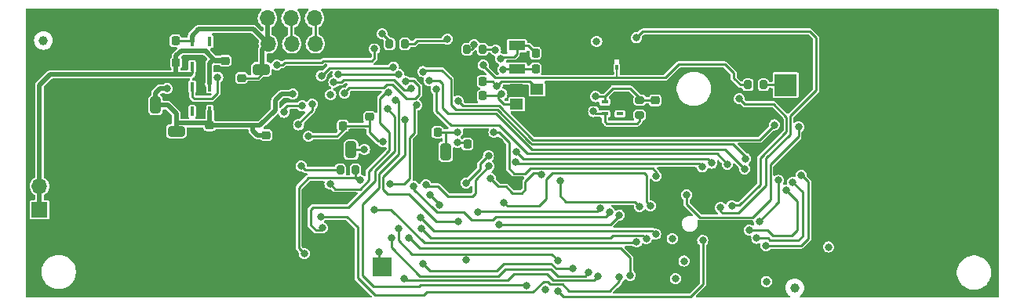
<source format=gbr>
%TF.GenerationSoftware,KiCad,Pcbnew,8.0.5*%
%TF.CreationDate,2025-03-11T15:07:16+00:00*%
%TF.ProjectId,UC_V4_4904-30028-06,55435f56-345f-4343-9930-342d33303032,rev?*%
%TF.SameCoordinates,Original*%
%TF.FileFunction,Copper,L1,Top*%
%TF.FilePolarity,Positive*%
%FSLAX46Y46*%
G04 Gerber Fmt 4.6, Leading zero omitted, Abs format (unit mm)*
G04 Created by KiCad (PCBNEW 8.0.5) date 2025-03-11 15:07:16*
%MOMM*%
%LPD*%
G01*
G04 APERTURE LIST*
G04 Aperture macros list*
%AMRoundRect*
0 Rectangle with rounded corners*
0 $1 Rounding radius*
0 $2 $3 $4 $5 $6 $7 $8 $9 X,Y pos of 4 corners*
0 Add a 4 corners polygon primitive as box body*
4,1,4,$2,$3,$4,$5,$6,$7,$8,$9,$2,$3,0*
0 Add four circle primitives for the rounded corners*
1,1,$1+$1,$2,$3*
1,1,$1+$1,$4,$5*
1,1,$1+$1,$6,$7*
1,1,$1+$1,$8,$9*
0 Add four rect primitives between the rounded corners*
20,1,$1+$1,$2,$3,$4,$5,0*
20,1,$1+$1,$4,$5,$6,$7,0*
20,1,$1+$1,$6,$7,$8,$9,0*
20,1,$1+$1,$8,$9,$2,$3,0*%
G04 Aperture macros list end*
%TA.AperFunction,SMDPad,CuDef*%
%ADD10RoundRect,0.225000X0.225000X0.250000X-0.225000X0.250000X-0.225000X-0.250000X0.225000X-0.250000X0*%
%TD*%
%TA.AperFunction,SMDPad,CuDef*%
%ADD11RoundRect,0.200000X0.200000X0.275000X-0.200000X0.275000X-0.200000X-0.275000X0.200000X-0.275000X0*%
%TD*%
%TA.AperFunction,SMDPad,CuDef*%
%ADD12R,0.750000X0.400000*%
%TD*%
%TA.AperFunction,SMDPad,CuDef*%
%ADD13R,0.750000X0.500000*%
%TD*%
%TA.AperFunction,SMDPad,CuDef*%
%ADD14RoundRect,0.250000X0.325000X0.650000X-0.325000X0.650000X-0.325000X-0.650000X0.325000X-0.650000X0*%
%TD*%
%TA.AperFunction,SMDPad,CuDef*%
%ADD15R,1.400000X1.150000*%
%TD*%
%TA.AperFunction,SMDPad,CuDef*%
%ADD16RoundRect,0.225000X-0.250000X0.225000X-0.250000X-0.225000X0.250000X-0.225000X0.250000X0.225000X0*%
%TD*%
%TA.AperFunction,SMDPad,CuDef*%
%ADD17RoundRect,0.225000X0.250000X-0.225000X0.250000X0.225000X-0.250000X0.225000X-0.250000X-0.225000X0*%
%TD*%
%TA.AperFunction,SMDPad,CuDef*%
%ADD18RoundRect,0.200000X-0.200000X-0.275000X0.200000X-0.275000X0.200000X0.275000X-0.200000X0.275000X0*%
%TD*%
%TA.AperFunction,ComponentPad*%
%ADD19R,1.700000X1.700000*%
%TD*%
%TA.AperFunction,ComponentPad*%
%ADD20O,1.700000X1.700000*%
%TD*%
%TA.AperFunction,SMDPad,CuDef*%
%ADD21RoundRect,0.225000X-0.225000X-0.250000X0.225000X-0.250000X0.225000X0.250000X-0.225000X0.250000X0*%
%TD*%
%TA.AperFunction,SMDPad,CuDef*%
%ADD22R,1.800000X1.000000*%
%TD*%
%TA.AperFunction,SMDPad,CuDef*%
%ADD23R,0.406400X0.977900*%
%TD*%
%TA.AperFunction,SMDPad,CuDef*%
%ADD24RoundRect,0.200000X0.275000X-0.200000X0.275000X0.200000X-0.275000X0.200000X-0.275000X-0.200000X0*%
%TD*%
%TA.AperFunction,SMDPad,CuDef*%
%ADD25R,2.000000X2.000000*%
%TD*%
%TA.AperFunction,SMDPad,CuDef*%
%ADD26C,1.000000*%
%TD*%
%TA.AperFunction,SMDPad,CuDef*%
%ADD27RoundRect,0.250000X0.650000X-0.325000X0.650000X0.325000X-0.650000X0.325000X-0.650000X-0.325000X0*%
%TD*%
%TA.AperFunction,SMDPad,CuDef*%
%ADD28R,1.700000X1.700000*%
%TD*%
%TA.AperFunction,SMDPad,CuDef*%
%ADD29O,1.700000X1.700000*%
%TD*%
%TA.AperFunction,SMDPad,CuDef*%
%ADD30RoundRect,0.250000X-0.650000X0.325000X-0.650000X-0.325000X0.650000X-0.325000X0.650000X0.325000X0*%
%TD*%
%TA.AperFunction,SMDPad,CuDef*%
%ADD31R,0.304800X0.533400*%
%TD*%
%TA.AperFunction,ComponentPad*%
%ADD32R,2.400000X2.400000*%
%TD*%
%TA.AperFunction,ComponentPad*%
%ADD33C,2.400000*%
%TD*%
%TA.AperFunction,ViaPad*%
%ADD34C,0.800000*%
%TD*%
%TA.AperFunction,Conductor*%
%ADD35C,0.250000*%
%TD*%
%TA.AperFunction,Conductor*%
%ADD36C,0.200000*%
%TD*%
%TA.AperFunction,Conductor*%
%ADD37C,0.500000*%
%TD*%
G04 APERTURE END LIST*
D10*
%TO.P,C13,1*%
%TO.N,/+3V3*%
X133853200Y-101052800D03*
%TO.P,C13,2*%
%TO.N,GND*%
X132303200Y-101052800D03*
%TD*%
D11*
%TO.P,R2,1*%
%TO.N,/SCLe*%
X140532600Y-92213600D03*
%TO.P,R2,2*%
%TO.N,/+3V3*%
X138882600Y-92213600D03*
%TD*%
D12*
%TO.P,U9,1*%
%TO.N,unconnected-(U9-Pad1)*%
X163758600Y-99762000D03*
D13*
%TO.P,U9,2,GND*%
%TO.N,GND*%
X163758600Y-98462000D03*
D12*
%TO.P,U9,3*%
%TO.N,/NRST*%
X162108600Y-98462000D03*
%TO.P,U9,4,VCC*%
%TO.N,/+3V3*%
X162108600Y-99762000D03*
%TD*%
D14*
%TO.P,C7,1*%
%TO.N,/VDDA*%
X144941800Y-103846800D03*
%TO.P,C7,2*%
%TO.N,GND*%
X141991800Y-103846800D03*
%TD*%
D15*
%TO.P,XTAL1,1,1*%
%TO.N,/OSC_OUT*%
X152603000Y-98728600D03*
%TO.P,XTAL1,2,2*%
%TO.N,GND*%
X154803000Y-98728600D03*
%TO.P,XTAL1,3,3*%
%TO.N,/OSC_IN*%
X154803000Y-97128600D03*
%TO.P,XTAL1,4,4*%
%TO.N,GND*%
X152603000Y-97128600D03*
%TD*%
D16*
%TO.P,C49,1*%
%TO.N,/NRST*%
X167531000Y-98311600D03*
%TO.P,C49,2*%
%TO.N,GND*%
X167531000Y-99861600D03*
%TD*%
D17*
%TO.P,C9,1*%
%TO.N,GND*%
X119468200Y-102548200D03*
%TO.P,C9,2*%
%TO.N,/+3V3_SD*%
X119468200Y-100998200D03*
%TD*%
D18*
%TO.P,R1,1*%
%TO.N,/SDAe*%
X147264600Y-92797800D03*
%TO.P,R1,2*%
%TO.N,/+3V3*%
X148914600Y-92797800D03*
%TD*%
D17*
%TO.P,C1,1*%
%TO.N,GND*%
X125558200Y-103613200D03*
%TO.P,C1,2*%
%TO.N,/+3V3_SD*%
X125558200Y-102063200D03*
%TD*%
%TO.P,C29,1*%
%TO.N,/+3V3*%
X136710400Y-100100600D03*
%TO.P,C29,2*%
%TO.N,GND*%
X136710400Y-98550600D03*
%TD*%
D19*
%TO.P,J4,1,Pin_1*%
%TO.N,GND*%
X133418200Y-92198200D03*
D20*
%TO.P,J4,2,Pin_2*%
%TO.N,/SWDIO*%
X130878200Y-92198200D03*
%TO.P,J4,3,Pin_3*%
%TO.N,/SWCLK*%
X128338200Y-92198200D03*
%TO.P,J4,4,Pin_4*%
%TO.N,/+3V3*%
X125798200Y-92198200D03*
%TD*%
D21*
%TO.P,C5,1*%
%TO.N,GND*%
X114243200Y-91848200D03*
%TO.P,C5,2*%
%TO.N,/+3V3*%
X115793200Y-91848200D03*
%TD*%
D22*
%TO.P,Y1,1,1*%
%TO.N,/OSC32_IN*%
X152610800Y-92406000D03*
%TO.P,Y1,2,2*%
%TO.N,/OSC32_OUT*%
X152610800Y-94906000D03*
%TD*%
D23*
%TO.P,U2,1,VIN*%
%TO.N,/+5V*%
X117578400Y-94638050D03*
%TO.P,U2,2,GND*%
%TO.N,GND*%
X118518200Y-94638050D03*
%TO.P,U2,3,EN*%
%TO.N,/+5V*%
X119458000Y-94638050D03*
%TO.P,U2,4,NC*%
%TO.N,unconnected-(U2-NC-Pad4)*%
X119470700Y-91958350D03*
%TO.P,U2,5,VOUT*%
%TO.N,/+3V3*%
X117565700Y-91958350D03*
%TD*%
D14*
%TO.P,C12,1*%
%TO.N,Net-(U1A-VCAP)*%
X134731000Y-103669000D03*
%TO.P,C12,2*%
%TO.N,GND*%
X131781000Y-103669000D03*
%TD*%
D21*
%TO.P,C50,1*%
%TO.N,/OSC32_IN*%
X154655200Y-93204200D03*
%TO.P,C50,2*%
%TO.N,GND*%
X156205200Y-93204200D03*
%TD*%
D14*
%TO.P,C4,1*%
%TO.N,/+3V3_SD*%
X113643200Y-98823200D03*
%TO.P,C4,2*%
%TO.N,GND*%
X110693200Y-98823200D03*
%TD*%
D24*
%TO.P,R64,1*%
%TO.N,/+3V3*%
X165880000Y-99911600D03*
%TO.P,R64,2*%
%TO.N,/NRST*%
X165880000Y-98261600D03*
%TD*%
D16*
%TO.P,C27,1*%
%TO.N,/+3V3*%
X122892800Y-95883600D03*
%TO.P,C27,2*%
%TO.N,GND*%
X122892800Y-97433600D03*
%TD*%
D25*
%TO.P,SW1,1,1*%
%TO.N,/Magnet*%
X138072800Y-116327600D03*
%TO.P,SW1,2,2*%
%TO.N,GND*%
X122952800Y-116327600D03*
%TD*%
D26*
%TO.P,FID2,*%
%TO.N,*%
X101531400Y-91832600D03*
%TD*%
D21*
%TO.P,C51,1*%
%TO.N,/OSC32_OUT*%
X154655200Y-94880600D03*
%TO.P,C51,2*%
%TO.N,GND*%
X156205200Y-94880600D03*
%TD*%
D27*
%TO.P,C11,1*%
%TO.N,GND*%
X115868200Y-104603200D03*
%TO.P,C11,2*%
%TO.N,/+3V3_SD*%
X115868200Y-101653200D03*
%TD*%
D18*
%TO.P,R3,1*%
%TO.N,/VBAT*%
X177563200Y-96638200D03*
%TO.P,R3,2*%
%TO.N,/Uext*%
X179213200Y-96638200D03*
%TD*%
%TO.P,R4,1*%
%TO.N,/+3V3*%
X133574000Y-105853400D03*
%TO.P,R4,2*%
%TO.N,/Magnet*%
X135224000Y-105853400D03*
%TD*%
D28*
%TO.P,J1,1,Pin_1*%
%TO.N,GND*%
X133340000Y-89416600D03*
D29*
%TO.P,J1,2,Pin_2*%
%TO.N,/SWDIO*%
X130800000Y-89416600D03*
%TO.P,J1,3,Pin_3*%
%TO.N,/SWCLK*%
X128260000Y-89416600D03*
%TO.P,J1,4,Pin_4*%
%TO.N,/+3V3*%
X125720000Y-89416600D03*
%TD*%
D23*
%TO.P,U6,1,VIN*%
%TO.N,/+5V*%
X119483000Y-96833350D03*
%TO.P,U6,2,GND*%
%TO.N,GND*%
X118543200Y-96833350D03*
%TO.P,U6,3,EN*%
%TO.N,/Main*%
X117603400Y-96833350D03*
%TO.P,U6,4,NC*%
%TO.N,unconnected-(U6-NC-Pad4)*%
X117590700Y-99513050D03*
%TO.P,U6,5,VOUT*%
%TO.N,/+3V3_SD*%
X119495700Y-99513050D03*
%TD*%
D10*
%TO.P,C10,1*%
%TO.N,/+5V*%
X115843200Y-94248200D03*
%TO.P,C10,2*%
%TO.N,GND*%
X114293200Y-94248200D03*
%TD*%
%TO.P,C8,1*%
%TO.N,/VDDA*%
X144064000Y-101738600D03*
%TO.P,C8,2*%
%TO.N,GND*%
X142514000Y-101738600D03*
%TD*%
D21*
%TO.P,C28,1*%
%TO.N,/+3V3*%
X147289200Y-103059400D03*
%TO.P,C28,2*%
%TO.N,GND*%
X148839200Y-103059400D03*
%TD*%
D30*
%TO.P,C30,1*%
%TO.N,/+3V3*%
X125051800Y-94956800D03*
%TO.P,C30,2*%
%TO.N,GND*%
X125051800Y-97906800D03*
%TD*%
D10*
%TO.P,C2,1*%
%TO.N,/OSC_OUT*%
X148940800Y-97827000D03*
%TO.P,C2,2*%
%TO.N,GND*%
X147390800Y-97827000D03*
%TD*%
D31*
%TO.P,D2,1,A1*%
%TO.N,GND*%
X163413600Y-93550400D03*
%TO.P,D2,2,A2*%
%TO.N,/VBAT*%
X163413600Y-94769600D03*
%TD*%
D10*
%TO.P,C3,1*%
%TO.N,/OSC_IN*%
X148940800Y-96252200D03*
%TO.P,C3,2*%
%TO.N,GND*%
X147390800Y-96252200D03*
%TD*%
D32*
%TO.P,BT1,1,+*%
%TO.N,/Uext*%
X181618200Y-96648200D03*
D33*
%TO.P,BT1,2,-*%
%TO.N,GND*%
X202618200Y-96648200D03*
%TO.P,BT1,3,-*%
X202618200Y-92898200D03*
%TO.P,BT1,4,-*%
X202618200Y-100398200D03*
%TD*%
D17*
%TO.P,C6,1*%
%TO.N,/+5V*%
X121143200Y-94023200D03*
%TO.P,C6,2*%
%TO.N,GND*%
X121143200Y-92473200D03*
%TD*%
D26*
%TO.P,FID1,*%
%TO.N,*%
X182608200Y-118604200D03*
%TD*%
D19*
%TO.P,J3,1,Pin_1*%
%TO.N,/+5V*%
X101108200Y-110148200D03*
D20*
%TO.P,J3,2,Pin_2*%
X101108200Y-107608200D03*
%TO.P,J3,3,Pin_3*%
%TO.N,GND*%
X103648200Y-110148200D03*
%TO.P,J3,4,Pin_4*%
X103648200Y-107608200D03*
%TO.P,J3,5,Pin_5*%
X106188200Y-110148200D03*
%TO.P,J3,6,Pin_6*%
X106188200Y-107608200D03*
%TD*%
D34*
%TO.N,GND*%
X103648200Y-90638200D03*
X152728200Y-107608200D03*
X121428200Y-113498200D03*
X168925400Y-99595600D03*
X123968200Y-118578200D03*
X126508200Y-118578200D03*
X106188200Y-118578200D03*
X187468200Y-90638200D03*
X174742000Y-117578800D03*
X177282000Y-117553400D03*
X108728200Y-116038200D03*
X106188200Y-113498200D03*
X202708200Y-100798200D03*
X106188200Y-103338200D03*
X111268200Y-110958200D03*
X116348200Y-118578200D03*
X123968200Y-113498200D03*
X111268200Y-108418200D03*
X116348200Y-116038200D03*
X197628200Y-93178200D03*
X121428200Y-105878200D03*
X120182800Y-103685000D03*
X174768200Y-95718200D03*
X197628200Y-90638200D03*
X168823800Y-110568400D03*
X126508200Y-105878200D03*
X106188200Y-116038200D03*
X112715200Y-91340600D03*
X111268200Y-116038200D03*
X107393200Y-98798200D03*
X121428200Y-118578200D03*
X106188200Y-93178200D03*
X141018200Y-90898200D03*
X169688200Y-93178200D03*
X116348200Y-103338200D03*
X145854400Y-94956800D03*
X111268200Y-100798200D03*
X108728200Y-105878200D03*
X134128200Y-116038200D03*
X121428200Y-110958200D03*
X101108200Y-118578200D03*
X111268200Y-105878200D03*
X118888200Y-108418200D03*
X126508200Y-108418200D03*
X103648200Y-105878200D03*
X202818200Y-108448200D03*
X157030400Y-94118600D03*
X106188200Y-105878200D03*
X164302600Y-118671000D03*
X150756600Y-102805400D03*
X135194200Y-97766800D03*
X190008200Y-90638200D03*
X123568200Y-100123200D03*
X200168200Y-95718200D03*
X111268200Y-118578200D03*
X200168200Y-93178200D03*
X190008200Y-95718200D03*
X130309600Y-103694400D03*
X113808200Y-105878200D03*
X123968200Y-105878200D03*
X113808200Y-116038200D03*
X118693200Y-93798200D03*
X103648200Y-103338200D03*
X202708200Y-110958200D03*
X116348200Y-110958200D03*
X131588200Y-118578200D03*
X113808200Y-103338200D03*
X145709800Y-106016000D03*
X190008200Y-118578200D03*
X121368200Y-95298200D03*
X108728200Y-100798200D03*
X121428200Y-108418200D03*
X129048200Y-118578200D03*
X171490800Y-118086800D03*
X202708200Y-113498200D03*
X164759800Y-111584400D03*
X108728200Y-110958200D03*
X174768200Y-98258200D03*
X118888200Y-116038200D03*
X123968200Y-108418200D03*
X108728200Y-113498200D03*
X113808200Y-108418200D03*
X126508200Y-116038200D03*
X161568200Y-94898200D03*
X106188200Y-90638200D03*
X118888200Y-118578200D03*
X142577800Y-100392400D03*
X156166800Y-99071600D03*
X116348200Y-90638200D03*
X107693200Y-91673200D03*
X167503000Y-118594800D03*
X126508200Y-110958200D03*
X172228200Y-93178200D03*
X116348200Y-108418200D03*
X190008200Y-116038200D03*
X200168200Y-113498200D03*
X184928200Y-110958200D03*
X123493200Y-102598200D03*
X118888200Y-110958200D03*
X113808200Y-110958200D03*
X103648200Y-100798200D03*
X126508200Y-113498200D03*
X103648200Y-98258200D03*
X118328600Y-95836400D03*
X202708200Y-103338200D03*
X171287600Y-114607000D03*
X109895800Y-97182600D03*
X164686200Y-97958500D03*
X103648200Y-93178200D03*
X118888200Y-113498200D03*
X116348200Y-113498200D03*
X117515800Y-105818600D03*
X187468200Y-93178200D03*
X108728200Y-93178200D03*
X108728200Y-108418200D03*
X143212800Y-103135600D03*
X113808200Y-118578200D03*
X166055200Y-117578800D03*
X130716000Y-101052800D03*
X103648200Y-113498200D03*
X123318200Y-92448200D03*
X111268200Y-93178200D03*
X108728200Y-118578200D03*
X136668200Y-90638200D03*
X197628200Y-116038200D03*
X164683600Y-110212800D03*
X197628200Y-95718200D03*
X113808200Y-113498200D03*
X106188200Y-100798200D03*
X123968200Y-110958200D03*
X121478200Y-91467600D03*
X111268200Y-113498200D03*
%TO.N,/OSC_OUT*%
X150993000Y-97614400D03*
%TO.N,/OSC_IN*%
X150477200Y-96734800D03*
%TO.N,/VDDA*%
X146235400Y-101738600D03*
%TO.N,Net-(U1A-VCAP)*%
X136177000Y-103643600D03*
%TO.N,/SDAT7*%
X157068200Y-115668200D03*
X132458200Y-107378200D03*
X138796136Y-97468464D03*
X139838200Y-112208200D03*
%TO.N,/uDTR*%
X183318200Y-106428200D03*
X179498200Y-114018200D03*
%TO.N,/uDCD*%
X178508200Y-113228200D03*
X182388200Y-107168200D03*
%TO.N,/uPWRKEY*%
X180838200Y-106968200D03*
X178768200Y-111438200D03*
%TO.N,/Alim*%
X157088200Y-118978200D03*
X172678200Y-113478200D03*
X144288200Y-109638200D03*
X143271400Y-108536400D03*
%TO.N,/uStatus*%
X177698200Y-112348200D03*
X181678200Y-108028200D03*
%TO.N,/SD_D2*%
X139301200Y-94702800D03*
X131528800Y-95642600D03*
%TO.N,/SD_D3*%
X139885400Y-95490200D03*
X133306800Y-95515600D03*
%TO.N,/SD_CMD*%
X141239400Y-97055600D03*
X132875000Y-96353800D03*
%TO.N,/SD_CLK*%
X140604400Y-96242800D03*
X134018000Y-97547600D03*
%TO.N,/SD_D1*%
X129458011Y-98913011D03*
X127490200Y-99605000D03*
%TO.N,/SYN*%
X140428200Y-117628200D03*
X161388200Y-117318200D03*
%TO.N,/SCL*%
X158638400Y-116486600D03*
X129065000Y-100951200D03*
X142508200Y-116028200D03*
X130538200Y-98716000D03*
%TO.N,/SDAT2*%
X167598200Y-112788200D03*
X142198200Y-110968200D03*
%TO.N,/SCS*%
X160388200Y-116938200D03*
X139078200Y-113168200D03*
%TO.N,/SDAT3*%
X142331600Y-112219400D03*
X166578200Y-113278200D03*
%TO.N,/SDAT4*%
X165558200Y-113618200D03*
X137258200Y-110108200D03*
%TO.N,/SDAT5*%
X164848200Y-117228200D03*
X140978200Y-113218200D03*
%TO.N,/SDAT6*%
X131444197Y-110888200D03*
X163688200Y-117418200D03*
%TO.N,/+3V3*%
X150318200Y-92898200D03*
X138107400Y-91121400D03*
X138166000Y-102770600D03*
X169738200Y-117604200D03*
X129352200Y-105412200D03*
X170652600Y-115699200D03*
X132528394Y-97702259D03*
X186248200Y-114175200D03*
X160899000Y-99519400D03*
X169382600Y-113286200D03*
X130139600Y-102211800D03*
X161229200Y-91950200D03*
X146184600Y-102856200D03*
%TO.N,/RS485_RxD*%
X153668200Y-118382700D03*
X139501227Y-98283332D03*
%TO.N,/IRQ2*%
X150688200Y-111736800D03*
X163668200Y-110718200D03*
%TO.N,/READY*%
X179542600Y-117909000D03*
X147183000Y-115597600D03*
%TO.N,/SCLK*%
X155278200Y-106358200D03*
X149738200Y-106728200D03*
%TO.N,/MISO*%
X157266800Y-107012400D03*
X165848200Y-109788200D03*
%TO.N,/MOSI*%
X167028200Y-109728200D03*
X151247000Y-109349200D03*
%TO.N,/SS*%
X167655400Y-106479000D03*
X150147000Y-101789400D03*
%TO.N,/RS485_TxD*%
X155728200Y-118798200D03*
X131638200Y-112117800D03*
X138648600Y-99240000D03*
%TO.N,/RS485_DE*%
X146268200Y-111388200D03*
X161638200Y-109968200D03*
X148378200Y-110388200D03*
X140520400Y-100417800D03*
%TO.N,/NRST*%
X161119800Y-97903200D03*
%TO.N,/OSC32_IN*%
X150891400Y-93829800D03*
%TO.N,/OSC32_OUT*%
X151145400Y-94972800D03*
%TO.N,/Magnet*%
X137785000Y-114708600D03*
X138893200Y-107348200D03*
X129678200Y-114888200D03*
X141790400Y-98843000D03*
X135676800Y-106910800D03*
%TO.N,/BT_RxD*%
X149558200Y-104338200D03*
X147128200Y-107248200D03*
X173658200Y-105108200D03*
X152568200Y-103898200D03*
%TO.N,/BT_TxD*%
X142814200Y-107444200D03*
X149621400Y-105437600D03*
X172608200Y-105518200D03*
X152498200Y-105018200D03*
%TO.N,/LED3*%
X177308200Y-104618200D03*
X142476200Y-95210800D03*
%TO.N,/LED2*%
X143162000Y-96201400D03*
X177178200Y-105728200D03*
%TO.N,/LED1*%
X143949400Y-97141200D03*
X175328200Y-105208200D03*
%TO.N,/SDAe*%
X148013400Y-92289800D03*
%TO.N,/SCLe*%
X145125600Y-91670800D03*
%TO.N,/StartMasura*%
X162608200Y-110368200D03*
X141493400Y-107596600D03*
%TO.N,/Main*%
X137269200Y-92747000D03*
X120343200Y-95802500D03*
X126728200Y-94474200D03*
%TO.N,/BT_RTS*%
X176618200Y-98148200D03*
X175808200Y-109708200D03*
%TO.N,/BT_CTS*%
X165518200Y-91548200D03*
X174608200Y-109908200D03*
%TO.N,/Mains*%
X180398200Y-100968200D03*
X183008200Y-101188200D03*
X146286200Y-98385800D03*
X170938200Y-108538200D03*
%TO.N,/+3V3_SD*%
X114891800Y-97039600D03*
X128443200Y-97623200D03*
%TO.N,/VBAT*%
X148978600Y-94499600D03*
%TD*%
D35*
%TO.N,/BT_RTS*%
X177190000Y-98720000D02*
X176618200Y-98148200D01*
X181720000Y-101720000D02*
X181720000Y-100130000D01*
X178888200Y-107408200D02*
X178888200Y-104551800D01*
X178888200Y-104551800D02*
X181720000Y-101720000D01*
X180310000Y-98720000D02*
X177190000Y-98720000D01*
X175858200Y-109658200D02*
X176638200Y-109658200D01*
X176638200Y-109658200D02*
X178888200Y-107408200D01*
X175808200Y-109708200D02*
X175858200Y-109658200D01*
X181720000Y-100130000D02*
X180310000Y-98720000D01*
%TO.N,/BT_CTS*%
X166199000Y-90867400D02*
X165518200Y-91548200D01*
X184237400Y-90867400D02*
X166199000Y-90867400D01*
X184918200Y-91548200D02*
X184237400Y-90867400D01*
X184918200Y-97221800D02*
X184918200Y-91548200D01*
X182130000Y-100010000D02*
X184918200Y-97221800D01*
X182130000Y-101996400D02*
X182130000Y-100010000D01*
X179528200Y-107518200D02*
X179528200Y-104598200D01*
X176548200Y-110498200D02*
X179528200Y-107518200D01*
X179528200Y-104598200D02*
X182130000Y-101996400D01*
X174798200Y-110498200D02*
X176548200Y-110498200D01*
X174608200Y-110308200D02*
X174798200Y-110498200D01*
X174608200Y-109908200D02*
X174608200Y-110308200D01*
%TO.N,/VBAT*%
X176008200Y-95898200D02*
X176748200Y-96638200D01*
X176748200Y-96638200D02*
X177563200Y-96638200D01*
X175058200Y-94418200D02*
X176008200Y-95368200D01*
X176008200Y-95368200D02*
X176008200Y-95898200D01*
X170058200Y-94418200D02*
X175058200Y-94418200D01*
X164144200Y-95868200D02*
X168608200Y-95868200D01*
X164141200Y-95871200D02*
X164144200Y-95868200D01*
X163499200Y-95871200D02*
X164141200Y-95871200D01*
X168608200Y-95868200D02*
X170058200Y-94418200D01*
D36*
%TO.N,/Uext*%
X181608200Y-96638200D02*
X181618200Y-96648200D01*
D35*
X179213200Y-96638200D02*
X181608200Y-96638200D01*
%TO.N,GND*%
X121143200Y-92473200D02*
X123293200Y-92473200D01*
X113222800Y-91848200D02*
X112715200Y-91340600D01*
X107418200Y-98823200D02*
X107393200Y-98798200D01*
X135237200Y-98716000D02*
X136545000Y-98716000D01*
X122892800Y-97433600D02*
X122028600Y-97433600D01*
D36*
X133418200Y-89494800D02*
X133340000Y-89416600D01*
D35*
X135194200Y-97766800D02*
X135978000Y-98550600D01*
X163758600Y-98462000D02*
X164142400Y-98462000D01*
X130335000Y-103669000D02*
X130309600Y-103694400D01*
D37*
X116300400Y-104603200D02*
X115868200Y-104603200D01*
D35*
X150553400Y-103719800D02*
X149893000Y-103059400D01*
X156992000Y-94080200D02*
X157030400Y-94118600D01*
D37*
X120182800Y-103685000D02*
X119468200Y-102970400D01*
D35*
X135978000Y-98550600D02*
X136710400Y-98550600D01*
X156205200Y-94080200D02*
X156205200Y-93204200D01*
X142514000Y-101738600D02*
X142514000Y-100456200D01*
X146438600Y-96252200D02*
X145854400Y-95668000D01*
X124578600Y-97433600D02*
X125051800Y-97906800D01*
X132303200Y-100329200D02*
X133002000Y-99630400D01*
X114293200Y-91898200D02*
X114243200Y-91848200D01*
D36*
X133418200Y-92198200D02*
X133418200Y-89494800D01*
D35*
X164686200Y-97918200D02*
X164686200Y-97958500D01*
X107668200Y-91848200D02*
X107643200Y-91823200D01*
X147390800Y-97827000D02*
X147390800Y-96252200D01*
D36*
X152603000Y-97128600D02*
X152869400Y-97128600D01*
D35*
X146168200Y-91048200D02*
X146018200Y-90898200D01*
X141991800Y-103569200D02*
X142425400Y-103135600D01*
X121143200Y-92473200D02*
X121143200Y-91802600D01*
X149893000Y-103059400D02*
X148839200Y-103059400D01*
X145854400Y-95668000D02*
X145854400Y-94956800D01*
X123293200Y-92473200D02*
X123318200Y-92448200D01*
X121343200Y-95323200D02*
X121368200Y-95298200D01*
X167797000Y-99595600D02*
X167531000Y-99861600D01*
X133002000Y-99630400D02*
X134322800Y-99630400D01*
X145854400Y-94956800D02*
X146168200Y-94643000D01*
D37*
X119468200Y-102970400D02*
X119468200Y-102548200D01*
D35*
X147390800Y-96252200D02*
X146438600Y-96252200D01*
X141991800Y-102260800D02*
X142514000Y-101738600D01*
X118543200Y-96051000D02*
X118328600Y-95836400D01*
D37*
X117515800Y-105818600D02*
X116300400Y-104603200D01*
D35*
X156205200Y-94880600D02*
X156205200Y-94080200D01*
D36*
X110693200Y-97980000D02*
X109895800Y-97182600D01*
D35*
X134322800Y-99630400D02*
X135237200Y-98716000D01*
X150553400Y-105433400D02*
X150553400Y-103719800D01*
X156205200Y-94880600D02*
X161550600Y-94880600D01*
X155823800Y-98728600D02*
X156166800Y-99071600D01*
X123493200Y-103443200D02*
X123663200Y-103613200D01*
X122892800Y-97433600D02*
X124578600Y-97433600D01*
X131781000Y-103669000D02*
X130335000Y-103669000D01*
X132303200Y-101052800D02*
X132303200Y-100329200D01*
X114243200Y-91848200D02*
X113222800Y-91848200D01*
X132303200Y-101052800D02*
X130716000Y-101052800D01*
D36*
X154469400Y-98728600D02*
X154803000Y-98728600D01*
D35*
X142514000Y-100456200D02*
X142577800Y-100392400D01*
X118543200Y-96833350D02*
X118543200Y-96051000D01*
X121143200Y-91802600D02*
X121478200Y-91467600D01*
X123493200Y-102598200D02*
X123493200Y-103443200D01*
X118518200Y-93973200D02*
X118693200Y-93798200D01*
X152728200Y-107608200D02*
X150553400Y-105433400D01*
X107643200Y-91723200D02*
X107693200Y-91673200D01*
X141991800Y-103846800D02*
X141991800Y-103569200D01*
X136545000Y-98716000D02*
X136710400Y-98550600D01*
D36*
X110693200Y-98823200D02*
X110693200Y-97980000D01*
D35*
X146168200Y-94643000D02*
X146168200Y-91048200D01*
X142425400Y-103135600D02*
X143212800Y-103135600D01*
X150502600Y-103059400D02*
X150756600Y-102805400D01*
X154803000Y-98728600D02*
X155823800Y-98728600D01*
X114293200Y-94248200D02*
X114293200Y-91898200D01*
X122028600Y-97433600D02*
X121343200Y-96748200D01*
X118518200Y-94638050D02*
X118518200Y-93973200D01*
X148839200Y-103059400D02*
X150502600Y-103059400D01*
X125051800Y-97906800D02*
X123568200Y-99390400D01*
X123568200Y-99390400D02*
X123568200Y-100123200D01*
X168925400Y-99595600D02*
X167797000Y-99595600D01*
X125558200Y-103613200D02*
X123663200Y-103613200D01*
X121343200Y-96748200D02*
X121343200Y-95323200D01*
X141991800Y-103846800D02*
X141991800Y-102260800D01*
X107643200Y-91823200D02*
X107643200Y-91723200D01*
X156205200Y-94080200D02*
X156992000Y-94080200D01*
D36*
X152869400Y-97128600D02*
X154469400Y-98728600D01*
X133418200Y-89894800D02*
X133340000Y-89816600D01*
D35*
X146018200Y-90898200D02*
X141018200Y-90898200D01*
X164142400Y-98462000D02*
X164686200Y-97918200D01*
%TO.N,/OSC_OUT*%
X150993000Y-97614400D02*
X150780400Y-97827000D01*
X150780400Y-97827000D02*
X148940800Y-97827000D01*
X150646822Y-97960578D02*
X150646822Y-98149022D01*
X150993000Y-97614400D02*
X150646822Y-97960578D01*
X150646822Y-98149022D02*
X151226400Y-98728600D01*
X151226400Y-98728600D02*
X152603000Y-98728600D01*
%TO.N,/OSC_IN*%
X154033200Y-96252200D02*
X154803000Y-97022000D01*
X148940800Y-96252200D02*
X149994600Y-96252200D01*
X150959800Y-96252200D02*
X154033200Y-96252200D01*
X149994600Y-96252200D02*
X150477200Y-96734800D01*
X154803000Y-97022000D02*
X154803000Y-97128600D01*
X150477200Y-96734800D02*
X150959800Y-96252200D01*
%TO.N,/VDDA*%
X145067000Y-101738600D02*
X144064000Y-101738600D01*
X144941800Y-103846800D02*
X144941800Y-101863800D01*
X146235400Y-101738600D02*
X145067000Y-101738600D01*
X144941800Y-101863800D02*
X145067000Y-101738600D01*
%TO.N,Net-(U1A-VCAP)*%
X136177000Y-103643600D02*
X134756400Y-103643600D01*
X134756400Y-103643600D02*
X134731000Y-103669000D01*
%TO.N,/SDAT7*%
X157068200Y-115598200D02*
X157068200Y-115668200D01*
X138796136Y-97468464D02*
X138491336Y-97468464D01*
X137861200Y-100764000D02*
X138877200Y-101780000D01*
X136648200Y-105978200D02*
X136648200Y-106938200D01*
X138877200Y-101780000D02*
X138877200Y-103749200D01*
X156408200Y-114938200D02*
X157068200Y-115598200D01*
X136648200Y-106938200D02*
X135678200Y-107908200D01*
X135678200Y-107908200D02*
X132988200Y-107908200D01*
X139838200Y-113448200D02*
X139838200Y-112208200D01*
X137861200Y-98098600D02*
X137861200Y-100764000D01*
X132988200Y-107908200D02*
X132458200Y-107378200D01*
X138877200Y-103749200D02*
X136648200Y-105978200D01*
X141328200Y-114938200D02*
X139838200Y-113448200D01*
X156408200Y-114938200D02*
X141328200Y-114938200D01*
X138491336Y-97468464D02*
X137861200Y-98098600D01*
%TO.N,/uDTR*%
X184068200Y-107128200D02*
X183368200Y-106428200D01*
X179498200Y-114018200D02*
X183288200Y-114018200D01*
X183288200Y-114018200D02*
X184068200Y-113238200D01*
X184068200Y-113238200D02*
X184068200Y-107128200D01*
X183368200Y-106428200D02*
X183318200Y-106428200D01*
%TO.N,/uDCD*%
X182978200Y-113468200D02*
X183458200Y-112988200D01*
X179708200Y-113228200D02*
X179948200Y-113468200D01*
X183458200Y-112988200D02*
X183458200Y-108238200D01*
X178508200Y-113228200D02*
X179708200Y-113228200D01*
X179948200Y-113468200D02*
X182978200Y-113468200D01*
X183458200Y-108238200D02*
X182388200Y-107168200D01*
%TO.N,/uPWRKEY*%
X178768200Y-111438200D02*
X180781000Y-109425400D01*
X180781000Y-109425400D02*
X180787200Y-109425400D01*
X180838200Y-109374400D02*
X180838200Y-106968200D01*
X180787200Y-109425400D02*
X180838200Y-109374400D01*
%TO.N,/SWDIO*%
X130878200Y-92198200D02*
X130878200Y-89494800D01*
X130878200Y-89494800D02*
X130800000Y-89416600D01*
%TO.N,/SWCLK*%
X128260000Y-92120000D02*
X128260000Y-89416600D01*
X128338200Y-92198200D02*
X128260000Y-92120000D01*
%TO.N,/Alim*%
X172678200Y-113478200D02*
X172728200Y-113528200D01*
X157644600Y-119534600D02*
X157088200Y-118978200D01*
X172728200Y-118188200D02*
X171381800Y-119534600D01*
X172728200Y-113528200D02*
X172728200Y-118188200D01*
X171381800Y-119534600D02*
X157644600Y-119534600D01*
X143271400Y-108536400D02*
X144288200Y-109553200D01*
X144288200Y-109553200D02*
X144288200Y-109638200D01*
%TO.N,/uStatus*%
X182908200Y-112328200D02*
X182908200Y-109258200D01*
X179688200Y-112348200D02*
X180278200Y-112938200D01*
X182908200Y-109258200D02*
X181678200Y-108028200D01*
X180278200Y-112938200D02*
X182298200Y-112938200D01*
X182298200Y-112938200D02*
X182908200Y-112328200D01*
X177698200Y-112348200D02*
X179688200Y-112348200D01*
%TO.N,/SD_D2*%
X131528800Y-95642600D02*
X132373200Y-94798200D01*
X139205800Y-94798200D02*
X139301200Y-94702800D01*
X132373200Y-94798200D02*
X139205800Y-94798200D01*
%TO.N,/SD_D3*%
X139860000Y-95515600D02*
X139885400Y-95490200D01*
X133306800Y-95515600D02*
X139860000Y-95515600D01*
%TO.N,/SD_CMD*%
X140164800Y-96912600D02*
X140164800Y-96920800D01*
X140164800Y-96920800D02*
X140426600Y-97182600D01*
X140426600Y-97182600D02*
X141112400Y-97182600D01*
X139379300Y-96127100D02*
X140164800Y-96912600D01*
X132875000Y-96353800D02*
X133687800Y-96353800D01*
X133687800Y-96353800D02*
X133914500Y-96127100D01*
X141112400Y-97182600D02*
X141239400Y-97055600D01*
X133914500Y-96127100D02*
X139379300Y-96127100D01*
%TO.N,/SD_CLK*%
X134018000Y-97420600D02*
X134515511Y-96923089D01*
X141628600Y-96319000D02*
X141620400Y-96319000D01*
X140714200Y-98097000D02*
X141671200Y-98097000D01*
X134515511Y-96923089D02*
X138243311Y-96923089D01*
X141671200Y-98097000D02*
X142069800Y-97698400D01*
X141493400Y-96192000D02*
X140655200Y-96192000D01*
X138556800Y-96609600D02*
X139226800Y-96609600D01*
X142069800Y-97698400D02*
X142069800Y-96760200D01*
X134018000Y-97547600D02*
X134018000Y-97420600D01*
X140655200Y-96192000D02*
X140604400Y-96242800D01*
X142069800Y-96760200D02*
X141628600Y-96319000D01*
X141620400Y-96319000D02*
X141493400Y-96192000D01*
X139226800Y-96609600D02*
X140714200Y-98097000D01*
X138243311Y-96923089D02*
X138556800Y-96609600D01*
%TO.N,/SD_D1*%
X127801189Y-98913011D02*
X127490200Y-99224000D01*
X129458011Y-98913011D02*
X127801189Y-98913011D01*
X127490200Y-99224000D02*
X127490200Y-99605000D01*
%TO.N,/SYN*%
X152317000Y-117070800D02*
X155866600Y-117070800D01*
X151629600Y-117758200D02*
X152317000Y-117070800D01*
X156554000Y-117758200D02*
X160948200Y-117758200D01*
X140558200Y-117758200D02*
X151629600Y-117758200D01*
X160948200Y-117758200D02*
X161388200Y-117318200D01*
X155866600Y-117070800D02*
X156554000Y-117758200D01*
X140428200Y-117628200D02*
X140558200Y-117758200D01*
%TO.N,/SCL*%
X129065000Y-100848000D02*
X130538200Y-99374800D01*
X156327000Y-115978600D02*
X156860400Y-116512000D01*
X143248200Y-116758200D02*
X150467400Y-116758200D01*
X130538200Y-99374800D02*
X130538200Y-98716000D01*
X142508200Y-116028200D02*
X142518200Y-116028200D01*
X150467400Y-116732800D02*
X151221600Y-115978600D01*
X156860400Y-116512000D02*
X158613000Y-116512000D01*
X150467400Y-116758200D02*
X150467400Y-116732800D01*
X129065000Y-100951200D02*
X129065000Y-100848000D01*
X151221600Y-115978600D02*
X156327000Y-115978600D01*
X158613000Y-116512000D02*
X158638400Y-116486600D01*
X142518200Y-116028200D02*
X143248200Y-116758200D01*
%TO.N,/SDAT2*%
X142198200Y-110968200D02*
X143658200Y-112428200D01*
X143658200Y-112428200D02*
X167238200Y-112428200D01*
X167238200Y-112428200D02*
X167598200Y-112788200D01*
%TO.N,/SCS*%
X150573200Y-117338200D02*
X151348600Y-116562800D01*
X157051600Y-117338200D02*
X159938200Y-117338200D01*
X151348600Y-116562800D02*
X156276200Y-116562800D01*
X159938200Y-117338200D02*
X159988200Y-117338200D01*
X159988200Y-117338200D02*
X160388200Y-116938200D01*
X142188200Y-117338200D02*
X150573200Y-117338200D01*
X139078200Y-113168200D02*
X139078200Y-114228200D01*
X159938200Y-117338200D02*
X160028200Y-117338200D01*
X156276200Y-116562800D02*
X157051600Y-117338200D01*
X139078200Y-114228200D02*
X142188200Y-117338200D01*
%TO.N,/SDAT3*%
X162994200Y-112918200D02*
X166218200Y-112918200D01*
X162702400Y-113210000D02*
X162994200Y-112918200D01*
X142331600Y-112219400D02*
X143322200Y-113210000D01*
X143322200Y-113210000D02*
X162702400Y-113210000D01*
X166218200Y-112918200D02*
X166578200Y-113278200D01*
%TO.N,/SDAT4*%
X139038200Y-110118200D02*
X142663400Y-113743400D01*
X137258200Y-110108200D02*
X138668200Y-110108200D01*
X138678200Y-110118200D02*
X139038200Y-110118200D01*
X165433000Y-113743400D02*
X165558200Y-113618200D01*
X142663400Y-113743400D02*
X165433000Y-113743400D01*
X138668200Y-110108200D02*
X138678200Y-110118200D01*
%TO.N,/SDAT5*%
X142128200Y-114268200D02*
X155748200Y-114268200D01*
X163796000Y-114278200D02*
X164848200Y-115330400D01*
X164848200Y-115330400D02*
X164848200Y-117228200D01*
X141078200Y-113218200D02*
X142128200Y-114268200D01*
X155748200Y-114268200D02*
X155758200Y-114278200D01*
X140978200Y-113218200D02*
X141078200Y-113218200D01*
X155758200Y-114278200D02*
X163796000Y-114278200D01*
%TO.N,/SDAT6*%
X162651600Y-118925000D02*
X163688200Y-117888400D01*
X154358200Y-119078200D02*
X155527400Y-117909000D01*
X158257400Y-118925000D02*
X162651600Y-118925000D01*
X142612600Y-119407600D02*
X142942000Y-119078200D01*
X135422800Y-117477200D02*
X137353200Y-119407600D01*
X163688200Y-117888400D02*
X163688200Y-117418200D01*
X134294800Y-110888200D02*
X135422800Y-112016200D01*
X135422800Y-112016200D02*
X135422800Y-117477200D01*
X157561400Y-118173200D02*
X157561400Y-118229000D01*
X137353200Y-119407600D02*
X142612600Y-119407600D01*
X155527400Y-117909000D02*
X155925600Y-117909000D01*
X155925600Y-117909000D02*
X156189800Y-118173200D01*
X131444197Y-110888200D02*
X134294800Y-110888200D01*
X156189800Y-118173200D02*
X157561400Y-118173200D01*
X157561400Y-118229000D02*
X158257400Y-118925000D01*
X142942000Y-119078200D02*
X154358200Y-119078200D01*
D37*
%TO.N,/+3V3*%
X124204000Y-90604000D02*
X125798200Y-92198200D01*
D35*
X148914600Y-92797800D02*
X150217800Y-92797800D01*
X136634200Y-101052800D02*
X136710400Y-100976600D01*
X165880000Y-100496400D02*
X165880000Y-99911600D01*
X162108600Y-100578600D02*
X162338200Y-100808200D01*
X122892800Y-95883600D02*
X124683800Y-95883600D01*
D37*
X125720000Y-92120000D02*
X125720000Y-89416600D01*
D35*
X138882600Y-91896600D02*
X138107400Y-91121400D01*
X129793400Y-105853400D02*
X129352200Y-105412200D01*
X150217800Y-92797800D02*
X150318200Y-92898200D01*
D37*
X125798200Y-92198200D02*
X125720000Y-92120000D01*
D35*
X117455550Y-91848200D02*
X117565700Y-91958350D01*
X133213000Y-102211800D02*
X130139600Y-102211800D01*
X137632600Y-102719800D02*
X138115200Y-102719800D01*
D37*
X125168200Y-94840400D02*
X125168200Y-92828200D01*
D35*
X162338200Y-100808200D02*
X165568200Y-100808200D01*
X133574000Y-105853400D02*
X130435000Y-105853400D01*
X133853200Y-101052800D02*
X133853200Y-101571600D01*
X161141600Y-99762000D02*
X162108600Y-99762000D01*
X136710400Y-100100600D02*
X136710400Y-101797600D01*
D37*
X125168200Y-92828200D02*
X125798200Y-92198200D01*
D35*
X124683800Y-95883600D02*
X125051800Y-95515600D01*
X130435000Y-105853400D02*
X129793400Y-105853400D01*
D37*
X118287400Y-90604000D02*
X124204000Y-90604000D01*
D35*
X133853200Y-101052800D02*
X136634200Y-101052800D01*
X133853200Y-101571600D02*
X133213000Y-102211800D01*
X165568200Y-100808200D02*
X165880000Y-100496400D01*
X136710400Y-101797600D02*
X137632600Y-102719800D01*
X162108600Y-99762000D02*
X162108600Y-100578600D01*
D37*
X117565700Y-91325700D02*
X118287400Y-90604000D01*
D35*
X160899000Y-99519400D02*
X161141600Y-99762000D01*
X136710400Y-100100600D02*
X136710400Y-100976600D01*
X138882600Y-92213600D02*
X138882600Y-91896600D01*
X125051800Y-95515600D02*
X125051800Y-94956800D01*
D37*
X125051800Y-94956800D02*
X125168200Y-94840400D01*
D35*
X146184600Y-102856200D02*
X147086000Y-102856200D01*
X147086000Y-102856200D02*
X147289200Y-103059400D01*
D37*
X117565700Y-91958350D02*
X117565700Y-91325700D01*
D35*
X138115200Y-102719800D02*
X138166000Y-102770600D01*
X115793200Y-91848200D02*
X117455550Y-91848200D01*
%TO.N,/RS485_RxD*%
X153538211Y-118252711D02*
X142267289Y-118252711D01*
X139732132Y-98283332D02*
X139501227Y-98283332D01*
X137708200Y-107778200D02*
X137708200Y-106278000D01*
X139860000Y-98411200D02*
X139732132Y-98283332D01*
X137708200Y-106278000D02*
X139860000Y-104126200D01*
X142052200Y-118467800D02*
X137150000Y-118467800D01*
X139860000Y-104126200D02*
X139860000Y-98411200D01*
X142267289Y-118252711D02*
X142052200Y-118467800D01*
X135956200Y-109530200D02*
X137708200Y-107778200D01*
X137150000Y-118467800D02*
X135956200Y-117274000D01*
X135956200Y-117274000D02*
X135956200Y-109530200D01*
X153668200Y-118382700D02*
X153538211Y-118252711D01*
%TO.N,/IRQ2*%
X163618199Y-110768201D02*
X163668200Y-110718200D01*
X163618199Y-110858201D02*
X163618199Y-110768201D01*
X162739600Y-111736800D02*
X163618199Y-110858201D01*
X150688200Y-111736800D02*
X162739600Y-111736800D01*
%TO.N,/SCLK*%
X153178200Y-108328200D02*
X153528200Y-107978200D01*
X151958200Y-108178200D02*
X152108200Y-108328200D01*
X149738200Y-106728200D02*
X150653200Y-107643200D01*
X152108200Y-108328200D02*
X153178200Y-108328200D01*
X151423200Y-107643200D02*
X151958200Y-108178200D01*
X155418200Y-106178200D02*
X155438200Y-106198200D01*
X153528200Y-107978200D02*
X153528200Y-107098200D01*
X154468200Y-106178200D02*
X155418200Y-106178200D01*
X153528200Y-107098200D02*
X154448200Y-106178200D01*
X154448200Y-106178200D02*
X154468200Y-106178200D01*
X150653200Y-107643200D02*
X151423200Y-107643200D01*
X155438200Y-106198200D02*
X155278200Y-106358200D01*
%TO.N,/MISO*%
X157266800Y-108612600D02*
X157927200Y-109273000D01*
X165333000Y-109273000D02*
X165848200Y-109788200D01*
X157927200Y-109273000D02*
X165333000Y-109273000D01*
X157266800Y-107012400D02*
X157266800Y-108612600D01*
%TO.N,/MOSI*%
X166618198Y-106418198D02*
X166618198Y-109318198D01*
X155738200Y-108998200D02*
X155738200Y-106838200D01*
X166618198Y-109318198D02*
X167028200Y-109728200D01*
X155738200Y-106838200D02*
X156428200Y-106148200D01*
X166348200Y-106148200D02*
X166618198Y-106418198D01*
X151631500Y-109733700D02*
X155002700Y-109733700D01*
X151247000Y-109349200D02*
X151631500Y-109733700D01*
X156428200Y-106148200D02*
X166348200Y-106148200D01*
X155002700Y-109733700D02*
X155738200Y-108998200D01*
%TO.N,/SS*%
X154048200Y-105698200D02*
X153528200Y-106218200D01*
X153528200Y-106218200D02*
X152298200Y-106218200D01*
X151772600Y-102881600D02*
X150680400Y-101789400D01*
X150680400Y-101789400D02*
X150147000Y-101789400D01*
X151772600Y-105692600D02*
X151772600Y-102881600D01*
X167288200Y-105698200D02*
X154048200Y-105698200D01*
X152298200Y-106218200D02*
X151772600Y-105692600D01*
X167655400Y-106479000D02*
X167655400Y-106065400D01*
X167655400Y-106065400D02*
X167288200Y-105698200D01*
%TO.N,/RS485_TxD*%
X130368200Y-111808200D02*
X130938200Y-112378200D01*
X134469200Y-109857200D02*
X130622200Y-109857200D01*
X138648600Y-99240000D02*
X139453600Y-100045000D01*
X137288200Y-105938200D02*
X137288200Y-107038200D01*
X131377800Y-112378200D02*
X131638200Y-112117800D01*
X139453600Y-103772800D02*
X137288200Y-105938200D01*
X130938200Y-112378200D02*
X131377800Y-112378200D01*
X139453600Y-100045000D02*
X139453600Y-103772800D01*
X137288200Y-107038200D02*
X134469200Y-109857200D01*
X130368200Y-110111200D02*
X130368200Y-111808200D01*
X130622200Y-109857200D02*
X130368200Y-110111200D01*
%TO.N,/RS485_DE*%
X161618198Y-110038202D02*
X161618198Y-109988202D01*
X146268200Y-111388200D02*
X143928200Y-111388200D01*
X140978200Y-108438200D02*
X138678200Y-108438200D01*
X140520400Y-104246000D02*
X138208200Y-106558200D01*
X138208200Y-106558200D02*
X138208200Y-107968200D01*
X161618198Y-109988202D02*
X161638200Y-109968200D01*
X161298200Y-110358200D02*
X155428200Y-110358200D01*
X155428200Y-110358200D02*
X148408200Y-110358200D01*
X140520400Y-100417800D02*
X140520400Y-104246000D01*
X148408200Y-110358200D02*
X148378200Y-110388200D01*
X143928200Y-111388200D02*
X140978200Y-108438200D01*
X161618198Y-110038202D02*
X161298200Y-110358200D01*
X138208200Y-107968200D02*
X138678200Y-108438200D01*
%TO.N,/NRST*%
X165880000Y-98045200D02*
X165880000Y-98261600D01*
X167531000Y-98311600D02*
X165930000Y-98311600D01*
X163008800Y-97004800D02*
X164839600Y-97004800D01*
X164839600Y-97004800D02*
X165880000Y-98045200D01*
X162108600Y-97905000D02*
X162110400Y-97903200D01*
X165930000Y-98311600D02*
X165880000Y-98261600D01*
X162108600Y-98462000D02*
X162108600Y-97905000D01*
X161119800Y-97903200D02*
X162110400Y-97903200D01*
X162110400Y-97903200D02*
X163008800Y-97004800D01*
%TO.N,/OSC32_IN*%
X151123000Y-93598200D02*
X152318200Y-93598200D01*
X153857000Y-92406000D02*
X154655200Y-93204200D01*
X152318200Y-93598200D02*
X152610800Y-93305600D01*
X152610800Y-93305600D02*
X152610800Y-92406000D01*
X152610800Y-92406000D02*
X153857000Y-92406000D01*
X150891400Y-93829800D02*
X151123000Y-93598200D01*
%TO.N,/OSC32_OUT*%
X151145400Y-94971000D02*
X151210400Y-94906000D01*
X154629800Y-94906000D02*
X154655200Y-94880600D01*
X151145400Y-94972800D02*
X151145400Y-94971000D01*
X151210400Y-94906000D02*
X152610800Y-94906000D01*
X152610800Y-94906000D02*
X154629800Y-94906000D01*
%TO.N,/Magnet*%
X141536400Y-101865600D02*
X141028400Y-102373600D01*
X141790400Y-98843000D02*
X141536400Y-99097000D01*
X135224000Y-106653000D02*
X135224000Y-105853400D01*
X129078200Y-114288200D02*
X129678200Y-114888200D01*
X141028400Y-102373600D02*
X141028400Y-106791600D01*
X129078200Y-107738200D02*
X129078200Y-114288200D01*
X141028400Y-106791600D02*
X140471800Y-107348200D01*
X135676800Y-106910800D02*
X135481800Y-106910800D01*
X137785000Y-114708600D02*
X137785000Y-116039800D01*
X135676800Y-106910800D02*
X135483000Y-106717000D01*
X135483000Y-106717000D02*
X130099400Y-106717000D01*
X135481800Y-106910800D02*
X135224000Y-106653000D01*
X137785000Y-116039800D02*
X138072800Y-116327600D01*
X140471800Y-107348200D02*
X138893200Y-107348200D01*
X130099400Y-106717000D02*
X129078200Y-107738200D01*
X141536400Y-99097000D02*
X141536400Y-101865600D01*
%TO.N,/BT_RxD*%
X173208200Y-104658200D02*
X173658200Y-105108200D01*
X152638200Y-103978200D02*
X152638200Y-103968200D01*
X152638200Y-103968200D02*
X152568200Y-103898200D01*
X147128200Y-107248200D02*
X147150400Y-107248200D01*
X171501500Y-104658200D02*
X153318200Y-104658200D01*
X149475007Y-104338200D02*
X149558200Y-104338200D01*
X147150400Y-107248200D02*
X148642903Y-105755697D01*
X149448200Y-104338200D02*
X149558200Y-104338200D01*
X153318200Y-104658200D02*
X152638200Y-103978200D01*
X148642903Y-105755697D02*
X148642903Y-105170303D01*
X171501500Y-104658200D02*
X173208200Y-104658200D01*
X148642903Y-105170303D02*
X149475007Y-104338200D01*
%TO.N,/BT_TxD*%
X147767200Y-108688800D02*
X145201800Y-108688800D01*
X172278200Y-105188200D02*
X172608200Y-105518200D01*
X144128491Y-107615491D02*
X142985491Y-107615491D01*
X152668200Y-105188200D02*
X172278200Y-105188200D01*
X142985491Y-107615491D02*
X142814200Y-107444200D01*
X148158200Y-106900800D02*
X148158200Y-108348600D01*
X149621400Y-105437600D02*
X148158200Y-106900800D01*
X152498200Y-105018200D02*
X152668200Y-105188200D01*
X148158200Y-108348600D02*
X147792600Y-108714200D01*
X145201800Y-108688800D02*
X144128491Y-107615491D01*
X147792600Y-108714200D02*
X147767200Y-108688800D01*
%TO.N,/LED3*%
X175953200Y-103073200D02*
X177308200Y-104428200D01*
X144559000Y-95058400D02*
X145498800Y-95998200D01*
X150528000Y-99351000D02*
X154005200Y-102828200D01*
X146057600Y-99351000D02*
X150528000Y-99351000D01*
X142628600Y-95058400D02*
X144559000Y-95058400D01*
X177308200Y-104428200D02*
X177308200Y-104618200D01*
X145498800Y-98792200D02*
X146057600Y-99351000D01*
X154008200Y-102828200D02*
X154253200Y-103073200D01*
X145498800Y-95998200D02*
X145498800Y-98792200D01*
X154253200Y-103073200D02*
X175953200Y-103073200D01*
X142476200Y-95210800D02*
X142628600Y-95058400D01*
X154005200Y-102828200D02*
X154008200Y-102828200D01*
%TO.N,/LED2*%
X144254200Y-96201400D02*
X143162000Y-96201400D01*
X175072720Y-103622720D02*
X174672720Y-103622720D01*
X154240920Y-103622720D02*
X152692300Y-102074100D01*
X150375600Y-99757400D02*
X145219400Y-99757400D01*
X144609800Y-99147800D02*
X144609800Y-96557000D01*
X152692300Y-102074100D02*
X150375600Y-99757400D01*
X177178200Y-105728200D02*
X175072720Y-103622720D01*
X145219400Y-99757400D02*
X144609800Y-99147800D01*
X174672720Y-103622720D02*
X154240920Y-103622720D01*
X144609800Y-96557000D02*
X144254200Y-96201400D01*
%TO.N,/LED1*%
X153427400Y-103749000D02*
X152331400Y-102653000D01*
X143949400Y-99478000D02*
X143949400Y-97141200D01*
X174208200Y-104088200D02*
X175328200Y-105208200D01*
X145498800Y-101027400D02*
X143949400Y-99478000D01*
X173508200Y-104088200D02*
X156828200Y-104088200D01*
X153427400Y-103749000D02*
X153766600Y-104088200D01*
X152331400Y-102653000D02*
X150705800Y-101027400D01*
X153766600Y-104088200D02*
X156828200Y-104088200D01*
X153716600Y-104038200D02*
X153427400Y-103749000D01*
X150705800Y-101027400D02*
X145498800Y-101027400D01*
X173508200Y-104088200D02*
X174208200Y-104088200D01*
%TO.N,/SDAe*%
X147264600Y-92797800D02*
X147734000Y-92797800D01*
X148013400Y-92518400D02*
X148013400Y-92289800D01*
X147734000Y-92797800D02*
X148013400Y-92518400D01*
%TO.N,/SCLe*%
X145125600Y-91670800D02*
X144906209Y-91890191D01*
X144906209Y-91890191D02*
X141859809Y-91890191D01*
X141859809Y-91890191D02*
X141536400Y-92213600D01*
X141536400Y-92213600D02*
X140532600Y-92213600D01*
%TO.N,/StartMasura*%
X147718200Y-111238200D02*
X150028200Y-111238200D01*
X162618199Y-110458201D02*
X162618199Y-110378199D01*
X143978200Y-110408200D02*
X146888200Y-110408200D01*
X150028200Y-111238200D02*
X150378200Y-110888200D01*
X141493400Y-107923400D02*
X141493400Y-107596600D01*
X162188200Y-110888200D02*
X162618199Y-110458201D01*
X150378200Y-110888200D02*
X162188200Y-110888200D01*
X143552500Y-109982500D02*
X143978200Y-110408200D01*
X143552500Y-109982500D02*
X141493400Y-107923400D01*
X162618199Y-110378199D02*
X162608200Y-110368200D01*
X146888200Y-110408200D02*
X147718200Y-111238200D01*
%TO.N,/Main*%
X137269200Y-93747200D02*
X136989200Y-94027200D01*
X136989200Y-94027200D02*
X131747200Y-94027200D01*
X131528800Y-94245600D02*
X127591800Y-94245600D01*
X120343200Y-97504800D02*
X119700200Y-98147800D01*
X127591800Y-94245600D02*
X127363200Y-94474200D01*
X131747200Y-94027200D02*
X131528800Y-94245600D01*
X117820600Y-98147800D02*
X117603400Y-97930600D01*
X127363200Y-94474200D02*
X126728200Y-94474200D01*
X137269200Y-92747000D02*
X137269200Y-93747200D01*
X120343200Y-95802500D02*
X120343200Y-97504800D01*
X117603400Y-97930600D02*
X117603400Y-96833350D01*
X119700200Y-98147800D02*
X117820600Y-98147800D01*
%TO.N,/Mains*%
X172378200Y-110958200D02*
X178035200Y-110958200D01*
X178789600Y-102576800D02*
X177929600Y-102576800D01*
X146819600Y-98919200D02*
X146286200Y-98385800D01*
X177929600Y-102576800D02*
X154363400Y-102576800D01*
X170938200Y-108538200D02*
X170938200Y-109518200D01*
X178035200Y-110958200D02*
X179958200Y-109035200D01*
X170938200Y-109518200D02*
X172378200Y-110958200D01*
X183008200Y-102228200D02*
X183008200Y-101188200D01*
X179958200Y-105278200D02*
X183008200Y-102228200D01*
X179958200Y-109035200D02*
X179958200Y-105278200D01*
X154363400Y-102576800D02*
X150705800Y-98919200D01*
X150705800Y-98919200D02*
X146819600Y-98919200D01*
X180398200Y-100968200D02*
X178789600Y-102576800D01*
D37*
%TO.N,/+3V3_SD*%
X127235200Y-97623200D02*
X128443200Y-97623200D01*
X119495700Y-100970700D02*
X119495700Y-99513050D01*
X113643200Y-98823200D02*
X114965400Y-98823200D01*
X124150800Y-101582400D02*
X124150800Y-100998200D01*
X124631600Y-102063200D02*
X124150800Y-101582400D01*
X126532800Y-99367000D02*
X126532800Y-98325600D01*
X119468200Y-100998200D02*
X119495700Y-100970700D01*
X119468200Y-100998200D02*
X124150800Y-100998200D01*
X113643200Y-97499200D02*
X113643200Y-98823200D01*
X126532800Y-98325600D02*
X127235200Y-97623200D01*
X114965400Y-98823200D02*
X115868200Y-99726000D01*
X119237400Y-100767400D02*
X119468200Y-100998200D01*
X114891800Y-97039600D02*
X114102800Y-97039600D01*
X115868200Y-99726000D02*
X115868200Y-100767400D01*
X124150800Y-100998200D02*
X124901600Y-100998200D01*
X124901600Y-100998200D02*
X126532800Y-99367000D01*
X125558200Y-102063200D02*
X124631600Y-102063200D01*
X115868200Y-100767400D02*
X115868200Y-101653200D01*
X114102800Y-97039600D02*
X113643200Y-97499200D01*
X115868200Y-100767400D02*
X119237400Y-100767400D01*
%TO.N,/+5V*%
X115839400Y-95249600D02*
X115853400Y-95263600D01*
X121143200Y-94023200D02*
X120071400Y-94023200D01*
X119458000Y-94283400D02*
X119793200Y-93948200D01*
X119458000Y-96483350D02*
X119433000Y-96508350D01*
X121068200Y-93948200D02*
X121143200Y-94023200D01*
D35*
X115853400Y-95263600D02*
X115853400Y-95488000D01*
X117578400Y-94638050D02*
X117578400Y-95367600D01*
D37*
X115853400Y-95488000D02*
X117458000Y-95488000D01*
X115839400Y-93499600D02*
X115839400Y-95249600D01*
X101108200Y-96658200D02*
X102278400Y-95488000D01*
D35*
X115843200Y-94248200D02*
X115853400Y-94258400D01*
D37*
X120071400Y-94023200D02*
X119090600Y-93042400D01*
X119458000Y-95488000D02*
X119458000Y-96483350D01*
X119090600Y-92940800D02*
X116398200Y-92940800D01*
X102278400Y-95488000D02*
X115853400Y-95488000D01*
X119090600Y-93042400D02*
X119090600Y-92940800D01*
X101108200Y-96658200D02*
X101108200Y-105068200D01*
X119793200Y-93948200D02*
X121068200Y-93948200D01*
D35*
X117578400Y-95367600D02*
X117458000Y-95488000D01*
D37*
X119458000Y-94638050D02*
X119458000Y-94283400D01*
X101108200Y-107608200D02*
X101108200Y-110148200D01*
X119458000Y-94638050D02*
X119458000Y-95488000D01*
X101108200Y-105068200D02*
X101108200Y-107608200D01*
D35*
X115853400Y-94258400D02*
X115853400Y-95263600D01*
D37*
X116398200Y-92940800D02*
X115839400Y-93499600D01*
D36*
%TO.N,/VBAT*%
X163413600Y-94769600D02*
X163413600Y-95785600D01*
D35*
X148978600Y-94499600D02*
X148978600Y-94601200D01*
D36*
X163413600Y-95785600D02*
X163499200Y-95871200D01*
D35*
X150248600Y-95871200D02*
X163499200Y-95871200D01*
X148978600Y-94601200D02*
X150248600Y-95871200D01*
%TD*%
%TA.AperFunction,Conductor*%
%TO.N,GND*%
G36*
X124950302Y-88400330D02*
G01*
X125018415Y-88420348D01*
X125064895Y-88474014D01*
X125074982Y-88544291D01*
X125045473Y-88608864D01*
X125030203Y-88623728D01*
X124973590Y-88670189D01*
X124842313Y-88830152D01*
X124744768Y-89012645D01*
X124684698Y-89210672D01*
X124664417Y-89416596D01*
X124664417Y-89416603D01*
X124684698Y-89622527D01*
X124684699Y-89622533D01*
X124684700Y-89622534D01*
X124744768Y-89820554D01*
X124842315Y-90003050D01*
X124973590Y-90163010D01*
X125133550Y-90294285D01*
X125202896Y-90331351D01*
X125253544Y-90381103D01*
X125269500Y-90442473D01*
X125269500Y-90728206D01*
X125249498Y-90796327D01*
X125195842Y-90842820D01*
X125125568Y-90852924D01*
X125060988Y-90823430D01*
X125054405Y-90817301D01*
X124480620Y-90243516D01*
X124480610Y-90243508D01*
X124377891Y-90184203D01*
X124377889Y-90184202D01*
X124377887Y-90184201D01*
X124377880Y-90184199D01*
X124353673Y-90177712D01*
X124353673Y-90177713D01*
X124263309Y-90153500D01*
X118228091Y-90153500D01*
X118228090Y-90153500D01*
X118137725Y-90177713D01*
X118137724Y-90177712D01*
X118113514Y-90184200D01*
X118010789Y-90243508D01*
X118010779Y-90243516D01*
X117205216Y-91049079D01*
X117205208Y-91049089D01*
X117145900Y-91151813D01*
X117145901Y-91151814D01*
X117116106Y-91263012D01*
X117115200Y-91266392D01*
X117115200Y-91396700D01*
X117095198Y-91464821D01*
X117041542Y-91511314D01*
X116989200Y-91522700D01*
X116534494Y-91522700D01*
X116466373Y-91502698D01*
X116422227Y-91453903D01*
X116421150Y-91451790D01*
X116366728Y-91344980D01*
X116271420Y-91249672D01*
X116271419Y-91249671D01*
X116204220Y-91215432D01*
X116151326Y-91188481D01*
X116051688Y-91172700D01*
X115534712Y-91172700D01*
X115435074Y-91188481D01*
X115435072Y-91188481D01*
X115435072Y-91188482D01*
X115314980Y-91249671D01*
X115219671Y-91344980D01*
X115164173Y-91453903D01*
X115158481Y-91465074D01*
X115142700Y-91564712D01*
X115142700Y-92131688D01*
X115158481Y-92231326D01*
X115169546Y-92253042D01*
X115217097Y-92346368D01*
X115219672Y-92351420D01*
X115314980Y-92446728D01*
X115435074Y-92507919D01*
X115534712Y-92523700D01*
X115534715Y-92523700D01*
X115874006Y-92523700D01*
X115942127Y-92543702D01*
X115988620Y-92597358D01*
X115998724Y-92667632D01*
X115969230Y-92732212D01*
X115963101Y-92738795D01*
X115478916Y-93222979D01*
X115478908Y-93222989D01*
X115419600Y-93325713D01*
X115417905Y-93332042D01*
X115417905Y-93332043D01*
X115417905Y-93332044D01*
X115391325Y-93431243D01*
X115388900Y-93440292D01*
X115388900Y-93573561D01*
X115368898Y-93641682D01*
X115351996Y-93662656D01*
X115269671Y-93744981D01*
X115208482Y-93865072D01*
X115208481Y-93865074D01*
X115192700Y-93964712D01*
X115192700Y-94531688D01*
X115208481Y-94631326D01*
X115269672Y-94751420D01*
X115316184Y-94797932D01*
X115340657Y-94822405D01*
X115374682Y-94884718D01*
X115369616Y-94955533D01*
X115327069Y-95012369D01*
X115260549Y-95037179D01*
X115251561Y-95037500D01*
X102219091Y-95037500D01*
X102192172Y-95044713D01*
X102140102Y-95058665D01*
X102140101Y-95058664D01*
X102104511Y-95068201D01*
X102001789Y-95127507D01*
X102001779Y-95127515D01*
X100747716Y-96381579D01*
X100747710Y-96381587D01*
X100688401Y-96484312D01*
X100682934Y-96504717D01*
X100657700Y-96598891D01*
X100657700Y-106582325D01*
X100637698Y-106650446D01*
X100591098Y-106693446D01*
X100521751Y-106730513D01*
X100361790Y-106861789D01*
X100230513Y-107021752D01*
X100132968Y-107204245D01*
X100072898Y-107402272D01*
X100052617Y-107608196D01*
X100052617Y-107608203D01*
X100072898Y-107814127D01*
X100072899Y-107814133D01*
X100072900Y-107814134D01*
X100118905Y-107965795D01*
X100132968Y-108012154D01*
X100221651Y-108178068D01*
X100230515Y-108194650D01*
X100361790Y-108354610D01*
X100521750Y-108485885D01*
X100591096Y-108522951D01*
X100641744Y-108572703D01*
X100657700Y-108634073D01*
X100657700Y-108971700D01*
X100637698Y-109039821D01*
X100584042Y-109086314D01*
X100531700Y-109097700D01*
X100238449Y-109097700D01*
X100179971Y-109109332D01*
X100179968Y-109109333D01*
X100113648Y-109153648D01*
X100069333Y-109219968D01*
X100069332Y-109219971D01*
X100057700Y-109278449D01*
X100057700Y-111017950D01*
X100066601Y-111062700D01*
X100069333Y-111076431D01*
X100113648Y-111142752D01*
X100179969Y-111187067D01*
X100238452Y-111198700D01*
X100238453Y-111198700D01*
X101977947Y-111198700D01*
X101977948Y-111198700D01*
X102036431Y-111187067D01*
X102102752Y-111142752D01*
X102147067Y-111076431D01*
X102158700Y-111017948D01*
X102158700Y-109278452D01*
X102147067Y-109219969D01*
X102102752Y-109153648D01*
X102036431Y-109109333D01*
X102036428Y-109109332D01*
X101977950Y-109097700D01*
X101977948Y-109097700D01*
X101684700Y-109097700D01*
X101616579Y-109077698D01*
X101570086Y-109024042D01*
X101558700Y-108971700D01*
X101558700Y-108634073D01*
X101578702Y-108565952D01*
X101625303Y-108522951D01*
X101694650Y-108485885D01*
X101854610Y-108354610D01*
X101985885Y-108194650D01*
X102083432Y-108012154D01*
X102143500Y-107814134D01*
X102147078Y-107777813D01*
X102163783Y-107608203D01*
X102163783Y-107608196D01*
X102143501Y-107402272D01*
X102143500Y-107402270D01*
X102143500Y-107402266D01*
X102083432Y-107204246D01*
X101985885Y-107021750D01*
X101854610Y-106861790D01*
X101854609Y-106861789D01*
X101694648Y-106730513D01*
X101625302Y-106693446D01*
X101574655Y-106643693D01*
X101558700Y-106582325D01*
X101558700Y-102964733D01*
X133955500Y-102964733D01*
X133955500Y-104373266D01*
X133958354Y-104403700D01*
X133958355Y-104403704D01*
X134003206Y-104531881D01*
X134003208Y-104531885D01*
X134083849Y-104641150D01*
X134193114Y-104721791D01*
X134193118Y-104721793D01*
X134240492Y-104738370D01*
X134321301Y-104766646D01*
X134351734Y-104769500D01*
X134351736Y-104769500D01*
X135110264Y-104769500D01*
X135110266Y-104769500D01*
X135140699Y-104766646D01*
X135268882Y-104721793D01*
X135285294Y-104709681D01*
X135378150Y-104641150D01*
X135458791Y-104531885D01*
X135458793Y-104531881D01*
X135463151Y-104519428D01*
X135503646Y-104403699D01*
X135506500Y-104373266D01*
X135506500Y-104127401D01*
X135526502Y-104059280D01*
X135580158Y-104012787D01*
X135650432Y-104002683D01*
X135715012Y-104032177D01*
X135732463Y-104050698D01*
X135748718Y-104071882D01*
X135874159Y-104168136D01*
X136020238Y-104228644D01*
X136177000Y-104249282D01*
X136333762Y-104228644D01*
X136479841Y-104168136D01*
X136605282Y-104071882D01*
X136701536Y-103946441D01*
X136762044Y-103800362D01*
X136782682Y-103643600D01*
X136780931Y-103630303D01*
X136762044Y-103486839D01*
X136751707Y-103461882D01*
X136701536Y-103340759D01*
X136605282Y-103215318D01*
X136479841Y-103119064D01*
X136463017Y-103112095D01*
X136333760Y-103058555D01*
X136177000Y-103037918D01*
X136020239Y-103058555D01*
X135874160Y-103119063D01*
X135874157Y-103119065D01*
X135748717Y-103215318D01*
X135732462Y-103236503D01*
X135675123Y-103278370D01*
X135604252Y-103282591D01*
X135542350Y-103247826D01*
X135509069Y-103185113D01*
X135506500Y-103159798D01*
X135506500Y-102964735D01*
X135506500Y-102964734D01*
X135503646Y-102934301D01*
X135501242Y-102927432D01*
X135458793Y-102806118D01*
X135458791Y-102806114D01*
X135378150Y-102696849D01*
X135268885Y-102616208D01*
X135268881Y-102616206D01*
X135140704Y-102571355D01*
X135140700Y-102571354D01*
X135110266Y-102568500D01*
X134351734Y-102568500D01*
X134351733Y-102568500D01*
X134321299Y-102571354D01*
X134321295Y-102571355D01*
X134193118Y-102616206D01*
X134193114Y-102616208D01*
X134083849Y-102696849D01*
X134003208Y-102806114D01*
X134003206Y-102806118D01*
X133958355Y-102934295D01*
X133958354Y-102934299D01*
X133955500Y-102964733D01*
X101558700Y-102964733D01*
X101558700Y-98118933D01*
X112867700Y-98118933D01*
X112867700Y-99527466D01*
X112870554Y-99557900D01*
X112870555Y-99557904D01*
X112915406Y-99686081D01*
X112915408Y-99686085D01*
X112996049Y-99795350D01*
X113105314Y-99875991D01*
X113105318Y-99875993D01*
X113196337Y-99907842D01*
X113233501Y-99920846D01*
X113263934Y-99923700D01*
X113263936Y-99923700D01*
X114022464Y-99923700D01*
X114022466Y-99923700D01*
X114052899Y-99920846D01*
X114181082Y-99875993D01*
X114226990Y-99842112D01*
X114290350Y-99795350D01*
X114370991Y-99686085D01*
X114370993Y-99686081D01*
X114373092Y-99680084D01*
X114415846Y-99557899D01*
X114418700Y-99527466D01*
X114418700Y-99399700D01*
X114438702Y-99331579D01*
X114492358Y-99285086D01*
X114544700Y-99273700D01*
X114726607Y-99273700D01*
X114794728Y-99293702D01*
X114815702Y-99310605D01*
X115380795Y-99875698D01*
X115414821Y-99938010D01*
X115417700Y-99964793D01*
X115417700Y-100751700D01*
X115397698Y-100819821D01*
X115344042Y-100866314D01*
X115291700Y-100877700D01*
X115163933Y-100877700D01*
X115133499Y-100880554D01*
X115133495Y-100880555D01*
X115005318Y-100925406D01*
X115005314Y-100925408D01*
X114896049Y-101006049D01*
X114815408Y-101115314D01*
X114815406Y-101115318D01*
X114770555Y-101243495D01*
X114770554Y-101243499D01*
X114767700Y-101273933D01*
X114767700Y-102032466D01*
X114770554Y-102062900D01*
X114770555Y-102062904D01*
X114815406Y-102191081D01*
X114815408Y-102191085D01*
X114896049Y-102300350D01*
X115005314Y-102380991D01*
X115005318Y-102380993D01*
X115127336Y-102423689D01*
X115133501Y-102425846D01*
X115163934Y-102428700D01*
X115163936Y-102428700D01*
X116572464Y-102428700D01*
X116572466Y-102428700D01*
X116602899Y-102425846D01*
X116731082Y-102380993D01*
X116735905Y-102377434D01*
X116840350Y-102300350D01*
X116920991Y-102191085D01*
X116920993Y-102191081D01*
X116921337Y-102190100D01*
X116965846Y-102062899D01*
X116968700Y-102032466D01*
X116968700Y-101343900D01*
X116988702Y-101275779D01*
X117042358Y-101229286D01*
X117094700Y-101217900D01*
X118678943Y-101217900D01*
X118747064Y-101237902D01*
X118793557Y-101291558D01*
X118803390Y-101324184D01*
X118805744Y-101339042D01*
X118808481Y-101356327D01*
X118865739Y-101468702D01*
X118869672Y-101476420D01*
X118964980Y-101571728D01*
X119085074Y-101632919D01*
X119184712Y-101648700D01*
X119184715Y-101648700D01*
X119751685Y-101648700D01*
X119751688Y-101648700D01*
X119851326Y-101632919D01*
X119971420Y-101571728D01*
X120057543Y-101485605D01*
X120119855Y-101451579D01*
X120146638Y-101448700D01*
X123574300Y-101448700D01*
X123642421Y-101468702D01*
X123688914Y-101522358D01*
X123700300Y-101574700D01*
X123700300Y-101641710D01*
X123714779Y-101695743D01*
X123714779Y-101695746D01*
X123714780Y-101695746D01*
X123714780Y-101695747D01*
X123731001Y-101756287D01*
X123731002Y-101756289D01*
X123731003Y-101756291D01*
X123790308Y-101859010D01*
X123790316Y-101859020D01*
X124354979Y-102423683D01*
X124354983Y-102423686D01*
X124354986Y-102423689D01*
X124457713Y-102482999D01*
X124478855Y-102488663D01*
X124478859Y-102488666D01*
X124478860Y-102488665D01*
X124572291Y-102513700D01*
X124879762Y-102513700D01*
X124947883Y-102533702D01*
X124968857Y-102550605D01*
X125054980Y-102636728D01*
X125175074Y-102697919D01*
X125274712Y-102713700D01*
X125274715Y-102713700D01*
X125841685Y-102713700D01*
X125841688Y-102713700D01*
X125941326Y-102697919D01*
X126061420Y-102636728D01*
X126156728Y-102541420D01*
X126217919Y-102421326D01*
X126233700Y-102321688D01*
X126233700Y-101804712D01*
X126217919Y-101705074D01*
X126156728Y-101584980D01*
X126061420Y-101489672D01*
X126061419Y-101489671D01*
X125977862Y-101447097D01*
X125941326Y-101428481D01*
X125841688Y-101412700D01*
X125428394Y-101412700D01*
X125360273Y-101392698D01*
X125313780Y-101339042D01*
X125303676Y-101268768D01*
X125333170Y-101204188D01*
X125339298Y-101197605D01*
X125568704Y-100968199D01*
X126733737Y-99803164D01*
X126796046Y-99769142D01*
X126866861Y-99774206D01*
X126923697Y-99816753D01*
X126939237Y-99844043D01*
X126959626Y-99893264D01*
X126965664Y-99907841D01*
X127061918Y-100033282D01*
X127187359Y-100129536D01*
X127333438Y-100190044D01*
X127490200Y-100210682D01*
X127646962Y-100190044D01*
X127793041Y-100129536D01*
X127918482Y-100033282D01*
X128014736Y-99907841D01*
X128075244Y-99761762D01*
X128095882Y-99605000D01*
X128095702Y-99603636D01*
X128085907Y-99529232D01*
X128075244Y-99448238D01*
X128060534Y-99412726D01*
X128052946Y-99342140D01*
X128084725Y-99278653D01*
X128145783Y-99242425D01*
X128176944Y-99238511D01*
X128888725Y-99238511D01*
X128956846Y-99258513D01*
X128988687Y-99287807D01*
X129029726Y-99341290D01*
X129029727Y-99341291D01*
X129029729Y-99341293D01*
X129155170Y-99437547D01*
X129301249Y-99498055D01*
X129458011Y-99518693D01*
X129614773Y-99498055D01*
X129614778Y-99498052D01*
X129622749Y-99495918D01*
X129623488Y-99498676D01*
X129680278Y-99492565D01*
X129743767Y-99524339D01*
X129780000Y-99585393D01*
X129777473Y-99656345D01*
X129747012Y-99705659D01*
X129434807Y-100017865D01*
X129143789Y-100308883D01*
X129081477Y-100342908D01*
X129071141Y-100344709D01*
X128908239Y-100366155D01*
X128762160Y-100426663D01*
X128762157Y-100426665D01*
X128636718Y-100522918D01*
X128540465Y-100648357D01*
X128540463Y-100648360D01*
X128479955Y-100794439D01*
X128459318Y-100951199D01*
X128459318Y-100951200D01*
X128479955Y-101107960D01*
X128532734Y-101235378D01*
X128540464Y-101254041D01*
X128636718Y-101379482D01*
X128762159Y-101475736D01*
X128908238Y-101536244D01*
X129065000Y-101556882D01*
X129221762Y-101536244D01*
X129367841Y-101475736D01*
X129493282Y-101379482D01*
X129589536Y-101254041D01*
X129650044Y-101107962D01*
X129670682Y-100951200D01*
X129667286Y-100925408D01*
X129656843Y-100846082D01*
X129650044Y-100794438D01*
X129650043Y-100794437D01*
X129649876Y-100793163D01*
X129660815Y-100723015D01*
X129685698Y-100687627D01*
X130798665Y-99574662D01*
X130811683Y-99552114D01*
X130841518Y-99500438D01*
X130863700Y-99417653D01*
X130863700Y-99285285D01*
X130883702Y-99217164D01*
X130912997Y-99185322D01*
X130966482Y-99144282D01*
X131062736Y-99018841D01*
X131123244Y-98872762D01*
X131143882Y-98716000D01*
X131143811Y-98715464D01*
X131123244Y-98559239D01*
X131120140Y-98551744D01*
X131062736Y-98413159D01*
X130966482Y-98287718D01*
X130841041Y-98191464D01*
X130824980Y-98184811D01*
X130694960Y-98130955D01*
X130538200Y-98110318D01*
X130381439Y-98130955D01*
X130235360Y-98191463D01*
X130235357Y-98191465D01*
X130126934Y-98274661D01*
X130109918Y-98287718D01*
X130017420Y-98408265D01*
X130008637Y-98419711D01*
X130005982Y-98417673D01*
X129964807Y-98455849D01*
X129894913Y-98468309D01*
X129831939Y-98443022D01*
X129760852Y-98388475D01*
X129752917Y-98385188D01*
X129614771Y-98327966D01*
X129458011Y-98307329D01*
X129301250Y-98327966D01*
X129155171Y-98388474D01*
X129155168Y-98388476D01*
X129029726Y-98484731D01*
X128988687Y-98538215D01*
X128931349Y-98580082D01*
X128888725Y-98587511D01*
X127844042Y-98587511D01*
X127758336Y-98587511D01*
X127675550Y-98609693D01*
X127675548Y-98609694D01*
X127675545Y-98609695D01*
X127601330Y-98652543D01*
X127601320Y-98652551D01*
X127229741Y-99024130D01*
X127229733Y-99024141D01*
X127218417Y-99043740D01*
X127167032Y-99092731D01*
X127097318Y-99106165D01*
X127031408Y-99079776D01*
X126990228Y-99021942D01*
X126983300Y-98980736D01*
X126983300Y-98564394D01*
X127003302Y-98496273D01*
X127020205Y-98475298D01*
X127384900Y-98110604D01*
X127447212Y-98076579D01*
X127473995Y-98073700D01*
X128001101Y-98073700D01*
X128069222Y-98093702D01*
X128077804Y-98099737D01*
X128140352Y-98147731D01*
X128140359Y-98147736D01*
X128286438Y-98208244D01*
X128443200Y-98228882D01*
X128599962Y-98208244D01*
X128746041Y-98147736D01*
X128871482Y-98051482D01*
X128967736Y-97926041D01*
X129028244Y-97779962D01*
X129048882Y-97623200D01*
X129047723Y-97614400D01*
X129034133Y-97511167D01*
X129028244Y-97466438D01*
X128967736Y-97320359D01*
X128871482Y-97194918D01*
X128746041Y-97098664D01*
X128744224Y-97097911D01*
X128599960Y-97038155D01*
X128443200Y-97017518D01*
X128286439Y-97038155D01*
X128140360Y-97098663D01*
X128140352Y-97098668D01*
X128077804Y-97146663D01*
X128011584Y-97172263D01*
X128001101Y-97172700D01*
X127175891Y-97172700D01*
X127072529Y-97200396D01*
X127072528Y-97200395D01*
X127061312Y-97203401D01*
X126958588Y-97262709D01*
X126958582Y-97262713D01*
X126172313Y-98048983D01*
X126172308Y-98048989D01*
X126113000Y-98151713D01*
X126112999Y-98151714D01*
X126110664Y-98160434D01*
X126110663Y-98160439D01*
X126107431Y-98172502D01*
X126082697Y-98264812D01*
X126082300Y-98266292D01*
X126082300Y-99128207D01*
X126062298Y-99196328D01*
X126045395Y-99217302D01*
X124751902Y-100510795D01*
X124689590Y-100544821D01*
X124662807Y-100547700D01*
X120146638Y-100547700D01*
X120078517Y-100527698D01*
X120057547Y-100510799D01*
X119983104Y-100436356D01*
X119949079Y-100374043D01*
X119946200Y-100347261D01*
X119946200Y-99453742D01*
X119946200Y-99453741D01*
X119915499Y-99339164D01*
X119915497Y-99339161D01*
X119915497Y-99339159D01*
X119912338Y-99331532D01*
X119913718Y-99330960D01*
X119899400Y-99277517D01*
X119899400Y-99004353D01*
X119899399Y-99004349D01*
X119899308Y-99003893D01*
X119887767Y-98945869D01*
X119843452Y-98879548D01*
X119777131Y-98835233D01*
X119777128Y-98835232D01*
X119718650Y-98823600D01*
X119718648Y-98823600D01*
X119272752Y-98823600D01*
X119272749Y-98823600D01*
X119214271Y-98835232D01*
X119214268Y-98835233D01*
X119147948Y-98879548D01*
X119103633Y-98945868D01*
X119103632Y-98945871D01*
X119092000Y-99004349D01*
X119092000Y-99277517D01*
X119077681Y-99330960D01*
X119079062Y-99331532D01*
X119075902Y-99339159D01*
X119065526Y-99377882D01*
X119046075Y-99450478D01*
X119045200Y-99453742D01*
X119045200Y-100190900D01*
X119025198Y-100259021D01*
X118971542Y-100305514D01*
X118919200Y-100316900D01*
X118060359Y-100316900D01*
X117992238Y-100296898D01*
X117945745Y-100243242D01*
X117935641Y-100172968D01*
X117955594Y-100120898D01*
X117963721Y-100108735D01*
X117982767Y-100080231D01*
X117994400Y-100021748D01*
X117994400Y-99004352D01*
X117982767Y-98945869D01*
X117938452Y-98879548D01*
X117872131Y-98835233D01*
X117872128Y-98835232D01*
X117813650Y-98823600D01*
X117813648Y-98823600D01*
X117367752Y-98823600D01*
X117367749Y-98823600D01*
X117309271Y-98835232D01*
X117309268Y-98835233D01*
X117242948Y-98879548D01*
X117198633Y-98945868D01*
X117198632Y-98945871D01*
X117187000Y-99004349D01*
X117187000Y-100021750D01*
X117194751Y-100060718D01*
X117198633Y-100080231D01*
X117203264Y-100087161D01*
X117225806Y-100120898D01*
X117247021Y-100188651D01*
X117228238Y-100257118D01*
X117175421Y-100304561D01*
X117121041Y-100316900D01*
X116444700Y-100316900D01*
X116376579Y-100296898D01*
X116330086Y-100243242D01*
X116318700Y-100190900D01*
X116318700Y-99666692D01*
X116315928Y-99656345D01*
X116289453Y-99557539D01*
X116287999Y-99552113D01*
X116273768Y-99527464D01*
X116228691Y-99449389D01*
X116228683Y-99449379D01*
X115242020Y-98462716D01*
X115242010Y-98462708D01*
X115139291Y-98403403D01*
X115139288Y-98403402D01*
X115139287Y-98403401D01*
X115139285Y-98403400D01*
X115139284Y-98403400D01*
X115125243Y-98399638D01*
X115106067Y-98394500D01*
X115106065Y-98394499D01*
X115068307Y-98384382D01*
X115024709Y-98372700D01*
X115024707Y-98372700D01*
X114544700Y-98372700D01*
X114476579Y-98352698D01*
X114430086Y-98299042D01*
X114418700Y-98246700D01*
X114418700Y-98118935D01*
X114418700Y-98118934D01*
X114415846Y-98088501D01*
X114404558Y-98056243D01*
X114370993Y-97960318D01*
X114370991Y-97960314D01*
X114290350Y-97851049D01*
X114199932Y-97784318D01*
X114157000Y-97727773D01*
X114151453Y-97656994D01*
X114185054Y-97594452D01*
X114185416Y-97594086D01*
X114252500Y-97527002D01*
X114314811Y-97492979D01*
X114341593Y-97490100D01*
X114449701Y-97490100D01*
X114517822Y-97510102D01*
X114526404Y-97516137D01*
X114588225Y-97563573D01*
X114588959Y-97564136D01*
X114735038Y-97624644D01*
X114891800Y-97645282D01*
X115048562Y-97624644D01*
X115194641Y-97564136D01*
X115320082Y-97467882D01*
X115416336Y-97342441D01*
X115476844Y-97196362D01*
X115497482Y-97039600D01*
X115497337Y-97038502D01*
X115481098Y-96915151D01*
X115476844Y-96882838D01*
X115416336Y-96736759D01*
X115320082Y-96611318D01*
X115194641Y-96515064D01*
X115192428Y-96514147D01*
X115048560Y-96454555D01*
X114891800Y-96433918D01*
X114735039Y-96454555D01*
X114588960Y-96515063D01*
X114588952Y-96515068D01*
X114526404Y-96563063D01*
X114460184Y-96588663D01*
X114449701Y-96589100D01*
X114043491Y-96589100D01*
X114006951Y-96598891D01*
X113937568Y-96617482D01*
X113928917Y-96619799D01*
X113928910Y-96619802D01*
X113826190Y-96679107D01*
X113826180Y-96679115D01*
X113282716Y-97222579D01*
X113282708Y-97222589D01*
X113223400Y-97325313D01*
X113223401Y-97325314D01*
X113192727Y-97439793D01*
X113192700Y-97439892D01*
X113192700Y-97650429D01*
X113172698Y-97718550D01*
X113119042Y-97765043D01*
X113108328Y-97769353D01*
X113107236Y-97769736D01*
X113105318Y-97770407D01*
X112996047Y-97851051D01*
X112915408Y-97960314D01*
X112915406Y-97960318D01*
X112870555Y-98088495D01*
X112870554Y-98088499D01*
X112867700Y-98118933D01*
X101558700Y-98118933D01*
X101558700Y-96896994D01*
X101578702Y-96828873D01*
X101595605Y-96807898D01*
X102428100Y-95975404D01*
X102490412Y-95941379D01*
X102517195Y-95938500D01*
X117231416Y-95938500D01*
X117299537Y-95958502D01*
X117346030Y-96012158D01*
X117356134Y-96082432D01*
X117326640Y-96147012D01*
X117301422Y-96169262D01*
X117259852Y-96197039D01*
X117255647Y-96199849D01*
X117211333Y-96266168D01*
X117211332Y-96266171D01*
X117199700Y-96324649D01*
X117199700Y-97342050D01*
X117211332Y-97400528D01*
X117211333Y-97400531D01*
X117256665Y-97468374D01*
X117277880Y-97536126D01*
X117277900Y-97538376D01*
X117277900Y-97887747D01*
X117277900Y-97973453D01*
X117300082Y-98056239D01*
X117300083Y-98056241D01*
X117300084Y-98056243D01*
X117342932Y-98130458D01*
X117342940Y-98130468D01*
X117620731Y-98408259D01*
X117620736Y-98408263D01*
X117620738Y-98408265D01*
X117620739Y-98408266D01*
X117620741Y-98408267D01*
X117672910Y-98438386D01*
X117694961Y-98451118D01*
X117777747Y-98473300D01*
X117777749Y-98473300D01*
X119743051Y-98473300D01*
X119743053Y-98473300D01*
X119825839Y-98451118D01*
X119900062Y-98408265D01*
X120603665Y-97704662D01*
X120620313Y-97675826D01*
X120646518Y-97630438D01*
X120668700Y-97547653D01*
X120668700Y-96371785D01*
X120688702Y-96303664D01*
X120717997Y-96271822D01*
X120725362Y-96266171D01*
X120771482Y-96230782D01*
X120867736Y-96105341D01*
X120928244Y-95959262D01*
X120948882Y-95802500D01*
X120948589Y-95800278D01*
X120930370Y-95661886D01*
X120928244Y-95645738D01*
X120867736Y-95499659D01*
X120771482Y-95374218D01*
X120646041Y-95277964D01*
X120640448Y-95275647D01*
X120499960Y-95217455D01*
X120343200Y-95196818D01*
X120186439Y-95217455D01*
X120082718Y-95260418D01*
X120012128Y-95268007D01*
X119948641Y-95236227D01*
X119912414Y-95175169D01*
X119908500Y-95144009D01*
X119908500Y-94599700D01*
X119928502Y-94531579D01*
X119982158Y-94485086D01*
X120034500Y-94473700D01*
X120464762Y-94473700D01*
X120532883Y-94493702D01*
X120553857Y-94510605D01*
X120639980Y-94596728D01*
X120760074Y-94657919D01*
X120859712Y-94673700D01*
X120859715Y-94673700D01*
X121426685Y-94673700D01*
X121426688Y-94673700D01*
X121526326Y-94657919D01*
X121646420Y-94596728D01*
X121741728Y-94501420D01*
X121802919Y-94381326D01*
X121818700Y-94281688D01*
X121818700Y-93764712D01*
X121802919Y-93665074D01*
X121741728Y-93544980D01*
X121646420Y-93449672D01*
X121646419Y-93449671D01*
X121586373Y-93419076D01*
X121526326Y-93388481D01*
X121426688Y-93372700D01*
X120859712Y-93372700D01*
X120760074Y-93388481D01*
X120760072Y-93388481D01*
X120760072Y-93388482D01*
X120639980Y-93449671D01*
X120639978Y-93449673D01*
X120628857Y-93460795D01*
X120566545Y-93494821D01*
X120539762Y-93497700D01*
X120235195Y-93497700D01*
X120167074Y-93477698D01*
X120146100Y-93460796D01*
X119555568Y-92870265D01*
X119522954Y-92813773D01*
X119520980Y-92806402D01*
X119522674Y-92735427D01*
X119562472Y-92676634D01*
X119627739Y-92648690D01*
X119642689Y-92647800D01*
X119693647Y-92647800D01*
X119693648Y-92647800D01*
X119752131Y-92636167D01*
X119818452Y-92591852D01*
X119862767Y-92525531D01*
X119874400Y-92467048D01*
X119874400Y-91449652D01*
X119862767Y-91391169D01*
X119818452Y-91324848D01*
X119759210Y-91285263D01*
X119713684Y-91230788D01*
X119704836Y-91160345D01*
X119735478Y-91096301D01*
X119795879Y-91058989D01*
X119829214Y-91054500D01*
X123965207Y-91054500D01*
X124033328Y-91074502D01*
X124054302Y-91091405D01*
X124754245Y-91791348D01*
X124788271Y-91853660D01*
X124785725Y-91917018D01*
X124762899Y-91992267D01*
X124742617Y-92198196D01*
X124742617Y-92198203D01*
X124762898Y-92404129D01*
X124791800Y-92499409D01*
X124792433Y-92570403D01*
X124780345Y-92598981D01*
X124748403Y-92654307D01*
X124748399Y-92654317D01*
X124745755Y-92664187D01*
X124745145Y-92666465D01*
X124719704Y-92761414D01*
X124717700Y-92768892D01*
X124717700Y-94055300D01*
X124697698Y-94123421D01*
X124644042Y-94169914D01*
X124591700Y-94181300D01*
X124347533Y-94181300D01*
X124317099Y-94184154D01*
X124317095Y-94184155D01*
X124188918Y-94229006D01*
X124188914Y-94229008D01*
X124079649Y-94309649D01*
X123999008Y-94418914D01*
X123999006Y-94418918D01*
X123954155Y-94547095D01*
X123954154Y-94547099D01*
X123951300Y-94577533D01*
X123951300Y-95336066D01*
X123954154Y-95366500D01*
X123962547Y-95390486D01*
X123966165Y-95461391D01*
X123930875Y-95522995D01*
X123867882Y-95555742D01*
X123843617Y-95558100D01*
X123646356Y-95558100D01*
X123578235Y-95538098D01*
X123534089Y-95489303D01*
X123511824Y-95445606D01*
X123491328Y-95405380D01*
X123396020Y-95310072D01*
X123396019Y-95310071D01*
X123335973Y-95279476D01*
X123275926Y-95248881D01*
X123176288Y-95233100D01*
X122609312Y-95233100D01*
X122509674Y-95248881D01*
X122509672Y-95248881D01*
X122509672Y-95248882D01*
X122389580Y-95310071D01*
X122294271Y-95405380D01*
X122238112Y-95515600D01*
X122233081Y-95525474D01*
X122217300Y-95625112D01*
X122217300Y-96142088D01*
X122233081Y-96241726D01*
X122248416Y-96271822D01*
X122294270Y-96361818D01*
X122294272Y-96361820D01*
X122389580Y-96457128D01*
X122509674Y-96518319D01*
X122609312Y-96534100D01*
X122609315Y-96534100D01*
X123176285Y-96534100D01*
X123176288Y-96534100D01*
X123275926Y-96518319D01*
X123396020Y-96457128D01*
X123491328Y-96361820D01*
X123534089Y-96277897D01*
X123582838Y-96226282D01*
X123646356Y-96209100D01*
X124726651Y-96209100D01*
X124726653Y-96209100D01*
X124809439Y-96186918D01*
X124883662Y-96144065D01*
X125241286Y-95786438D01*
X125241296Y-95786431D01*
X125258523Y-95769205D01*
X125320835Y-95735179D01*
X125347618Y-95732300D01*
X125756064Y-95732300D01*
X125756066Y-95732300D01*
X125786499Y-95729446D01*
X125914682Y-95684593D01*
X125925155Y-95676864D01*
X126023950Y-95603950D01*
X126104591Y-95494685D01*
X126104593Y-95494681D01*
X126106994Y-95487821D01*
X126149446Y-95366499D01*
X126152300Y-95336066D01*
X126152300Y-95044713D01*
X126172302Y-94976592D01*
X126225958Y-94930099D01*
X126296232Y-94919995D01*
X126355004Y-94944751D01*
X126400447Y-94979621D01*
X126425359Y-94998736D01*
X126571438Y-95059244D01*
X126728200Y-95079882D01*
X126884962Y-95059244D01*
X127031041Y-94998736D01*
X127156482Y-94902482D01*
X127170266Y-94884518D01*
X127197524Y-94848996D01*
X127254862Y-94807129D01*
X127297486Y-94799700D01*
X127406051Y-94799700D01*
X127406053Y-94799700D01*
X127488839Y-94777518D01*
X127563062Y-94734665D01*
X127689723Y-94608003D01*
X127752033Y-94573980D01*
X127778817Y-94571100D01*
X131571651Y-94571100D01*
X131571653Y-94571100D01*
X131654439Y-94548918D01*
X131728662Y-94506065D01*
X131845123Y-94389603D01*
X131907433Y-94355580D01*
X131934217Y-94352700D01*
X132054182Y-94352700D01*
X132122303Y-94372702D01*
X132168796Y-94426358D01*
X132178900Y-94496632D01*
X132149406Y-94561212D01*
X132143277Y-94567796D01*
X131701180Y-95009891D01*
X131638868Y-95043916D01*
X131595639Y-95045717D01*
X131528802Y-95036918D01*
X131528800Y-95036918D01*
X131372039Y-95057555D01*
X131225960Y-95118063D01*
X131225957Y-95118065D01*
X131100518Y-95214318D01*
X131004265Y-95339757D01*
X131004263Y-95339760D01*
X130943755Y-95485839D01*
X130923118Y-95642599D01*
X130923118Y-95642600D01*
X130943755Y-95799360D01*
X131002446Y-95941051D01*
X131004264Y-95945441D01*
X131100518Y-96070882D01*
X131225959Y-96167136D01*
X131372038Y-96227644D01*
X131528800Y-96248282D01*
X131685562Y-96227644D01*
X131831641Y-96167136D01*
X131957082Y-96070882D01*
X132053336Y-95945441D01*
X132113844Y-95799362D01*
X132134482Y-95642600D01*
X132125681Y-95575758D01*
X132136619Y-95505613D01*
X132161505Y-95470220D01*
X132471123Y-95160604D01*
X132533435Y-95126579D01*
X132560218Y-95123700D01*
X132630581Y-95123700D01*
X132698702Y-95143702D01*
X132745195Y-95197358D01*
X132755299Y-95267632D01*
X132746990Y-95297918D01*
X132721755Y-95358839D01*
X132701118Y-95515599D01*
X132701118Y-95515600D01*
X132720988Y-95666533D01*
X132710048Y-95736682D01*
X132662920Y-95789780D01*
X132644286Y-95799387D01*
X132572162Y-95829262D01*
X132572157Y-95829265D01*
X132446718Y-95925518D01*
X132350465Y-96050957D01*
X132350463Y-96050960D01*
X132289955Y-96197039D01*
X132269318Y-96353799D01*
X132269318Y-96353800D01*
X132289955Y-96510560D01*
X132335204Y-96619799D01*
X132350464Y-96656641D01*
X132446718Y-96782082D01*
X132567184Y-96874519D01*
X132609051Y-96931856D01*
X132613273Y-97002727D01*
X132578509Y-97064630D01*
X132515796Y-97097911D01*
X132506927Y-97099403D01*
X132430824Y-97109422D01*
X132371632Y-97117215D01*
X132331986Y-97133637D01*
X132225554Y-97177722D01*
X132225551Y-97177724D01*
X132100112Y-97273977D01*
X132003859Y-97399416D01*
X132003857Y-97399419D01*
X131943349Y-97545498D01*
X131922712Y-97702258D01*
X131922712Y-97702259D01*
X131943349Y-97859019D01*
X131993665Y-97980491D01*
X132003858Y-98005100D01*
X132100112Y-98130541D01*
X132225553Y-98226795D01*
X132371632Y-98287303D01*
X132528394Y-98307941D01*
X132685156Y-98287303D01*
X132831235Y-98226795D01*
X132956676Y-98130541D01*
X133052930Y-98005100D01*
X133113438Y-97859021D01*
X133134076Y-97702259D01*
X133133291Y-97696300D01*
X133115892Y-97564136D01*
X133113438Y-97545497D01*
X133052930Y-97399418D01*
X132956676Y-97273977D01*
X132836208Y-97181539D01*
X132794342Y-97124202D01*
X132790120Y-97053331D01*
X132824884Y-96991428D01*
X132887597Y-96958147D01*
X132896444Y-96956658D01*
X133031762Y-96938844D01*
X133177841Y-96878336D01*
X133303282Y-96782082D01*
X133323740Y-96755421D01*
X133344324Y-96728596D01*
X133401662Y-96686729D01*
X133444286Y-96679300D01*
X133730651Y-96679300D01*
X133730653Y-96679300D01*
X133813439Y-96657118D01*
X133887662Y-96614265D01*
X134012423Y-96489503D01*
X134074733Y-96455480D01*
X134101517Y-96452600D01*
X134221482Y-96452600D01*
X134289603Y-96472602D01*
X134336096Y-96526258D01*
X134346200Y-96596532D01*
X134316706Y-96661112D01*
X134310578Y-96667695D01*
X134255046Y-96723227D01*
X134255044Y-96723229D01*
X134149400Y-96828873D01*
X134069382Y-96908891D01*
X134007070Y-96942916D01*
X133996734Y-96944717D01*
X133861239Y-96962555D01*
X133715160Y-97023063D01*
X133715157Y-97023065D01*
X133589718Y-97119318D01*
X133493465Y-97244757D01*
X133493463Y-97244760D01*
X133432955Y-97390839D01*
X133412318Y-97547599D01*
X133412318Y-97547600D01*
X133432955Y-97704360D01*
X133486398Y-97833381D01*
X133493464Y-97850441D01*
X133589718Y-97975882D01*
X133715159Y-98072136D01*
X133861238Y-98132644D01*
X134018000Y-98153282D01*
X134174762Y-98132644D01*
X134320841Y-98072136D01*
X134446282Y-97975882D01*
X134542536Y-97850441D01*
X134603044Y-97704362D01*
X134623682Y-97547600D01*
X134622171Y-97536126D01*
X134603070Y-97391035D01*
X134614009Y-97320886D01*
X134661138Y-97267788D01*
X134727992Y-97248589D01*
X137946692Y-97248589D01*
X138014813Y-97268591D01*
X138061306Y-97322247D01*
X138071410Y-97392521D01*
X138041916Y-97457101D01*
X138035788Y-97463684D01*
X137600737Y-97898735D01*
X137600732Y-97898741D01*
X137557884Y-97972956D01*
X137557881Y-97972963D01*
X137549270Y-98005101D01*
X137540651Y-98037269D01*
X137540651Y-98037270D01*
X137540650Y-98037269D01*
X137535700Y-98055744D01*
X137535700Y-99546717D01*
X137515698Y-99614838D01*
X137462042Y-99661331D01*
X137391768Y-99671435D01*
X137327188Y-99641941D01*
X137312642Y-99626094D01*
X137213619Y-99527071D01*
X137120115Y-99479429D01*
X137093526Y-99465881D01*
X136993888Y-99450100D01*
X136426912Y-99450100D01*
X136327274Y-99465881D01*
X136327272Y-99465881D01*
X136327272Y-99465882D01*
X136207180Y-99527071D01*
X136111871Y-99622380D01*
X136069438Y-99705661D01*
X136050681Y-99742474D01*
X136034900Y-99842112D01*
X136034900Y-100359088D01*
X136050681Y-100458726D01*
X136094180Y-100544097D01*
X136107284Y-100613874D01*
X136080584Y-100679658D01*
X136022556Y-100720565D01*
X135981913Y-100727300D01*
X134594494Y-100727300D01*
X134526373Y-100707298D01*
X134482227Y-100658503D01*
X134471963Y-100638359D01*
X134426728Y-100549580D01*
X134331420Y-100454272D01*
X134331419Y-100454271D01*
X134242651Y-100409042D01*
X134211326Y-100393081D01*
X134111688Y-100377300D01*
X133594712Y-100377300D01*
X133495074Y-100393081D01*
X133495072Y-100393081D01*
X133495072Y-100393082D01*
X133374980Y-100454271D01*
X133279671Y-100549580D01*
X133229341Y-100648360D01*
X133218481Y-100669674D01*
X133202700Y-100769312D01*
X133202700Y-101336288D01*
X133218481Y-101435926D01*
X133264946Y-101527118D01*
X133281580Y-101559764D01*
X133294684Y-101629541D01*
X133267984Y-101695325D01*
X133258409Y-101706062D01*
X133115078Y-101849395D01*
X133052766Y-101883420D01*
X133025982Y-101886300D01*
X130708886Y-101886300D01*
X130640765Y-101866298D01*
X130608924Y-101837004D01*
X130567884Y-101783520D01*
X130567882Y-101783519D01*
X130567882Y-101783518D01*
X130442441Y-101687264D01*
X130421484Y-101678583D01*
X130296360Y-101626755D01*
X130139600Y-101606118D01*
X129982839Y-101626755D01*
X129836760Y-101687263D01*
X129836757Y-101687265D01*
X129711318Y-101783518D01*
X129615065Y-101908957D01*
X129615063Y-101908960D01*
X129554555Y-102055039D01*
X129533918Y-102211799D01*
X129533918Y-102211800D01*
X129554555Y-102368560D01*
X129604304Y-102488663D01*
X129615064Y-102514641D01*
X129711318Y-102640082D01*
X129836759Y-102736336D01*
X129982838Y-102796844D01*
X130139600Y-102817482D01*
X130296362Y-102796844D01*
X130442441Y-102736336D01*
X130567882Y-102640082D01*
X130586203Y-102616206D01*
X130608924Y-102586596D01*
X130666262Y-102544729D01*
X130708886Y-102537300D01*
X133255851Y-102537300D01*
X133255853Y-102537300D01*
X133338639Y-102515118D01*
X133412862Y-102472265D01*
X134042686Y-101842438D01*
X134042696Y-101842431D01*
X134113661Y-101771466D01*
X134113665Y-101771462D01*
X134113667Y-101771457D01*
X134118694Y-101764908D01*
X134120816Y-101766536D01*
X134162594Y-101726680D01*
X134200652Y-101714209D01*
X134211326Y-101712519D01*
X134331420Y-101651328D01*
X134426728Y-101556020D01*
X134482227Y-101447096D01*
X134530976Y-101395482D01*
X134594494Y-101378300D01*
X136258900Y-101378300D01*
X136327021Y-101398302D01*
X136373514Y-101451958D01*
X136384900Y-101504300D01*
X136384900Y-101754747D01*
X136384900Y-101840453D01*
X136407082Y-101923239D01*
X136407083Y-101923241D01*
X136407084Y-101923243D01*
X136449932Y-101997458D01*
X136449937Y-101997464D01*
X137367729Y-102915255D01*
X137367750Y-102915278D01*
X137432733Y-102980261D01*
X137432742Y-102980268D01*
X137469849Y-103001691D01*
X137469852Y-103001692D01*
X137506961Y-103023118D01*
X137586356Y-103044392D01*
X137646977Y-103081343D01*
X137653695Y-103089381D01*
X137737718Y-103198882D01*
X137863159Y-103295136D01*
X138009238Y-103355644D01*
X138166000Y-103376282D01*
X138322762Y-103355644D01*
X138377482Y-103332977D01*
X138448070Y-103325388D01*
X138511558Y-103357166D01*
X138547786Y-103418224D01*
X138551700Y-103449386D01*
X138551700Y-103562182D01*
X138531698Y-103630303D01*
X138514795Y-103651277D01*
X136387740Y-105778331D01*
X136387732Y-105778341D01*
X136344884Y-105852556D01*
X136344882Y-105852561D01*
X136327419Y-105917735D01*
X136327419Y-105917736D01*
X136327418Y-105917735D01*
X136322700Y-105935343D01*
X136322700Y-106395945D01*
X136302698Y-106464066D01*
X136249042Y-106510559D01*
X136178768Y-106520663D01*
X136114188Y-106491169D01*
X136107605Y-106485040D01*
X136105088Y-106482523D01*
X136105082Y-106482518D01*
X135979641Y-106386264D01*
X135979638Y-106386262D01*
X135979635Y-106386261D01*
X135892177Y-106350034D01*
X135836896Y-106305486D01*
X135814476Y-106238122D01*
X135815946Y-106213925D01*
X135824500Y-106159919D01*
X135824499Y-105546882D01*
X135809646Y-105453096D01*
X135770426Y-105376122D01*
X135752050Y-105340057D01*
X135662342Y-105250349D01*
X135563766Y-105200123D01*
X135549304Y-105192754D01*
X135455519Y-105177900D01*
X135455515Y-105177900D01*
X134992483Y-105177900D01*
X134898697Y-105192753D01*
X134785657Y-105250349D01*
X134695949Y-105340057D01*
X134638355Y-105453094D01*
X134638354Y-105453096D01*
X134623500Y-105546881D01*
X134623500Y-105546884D01*
X134623500Y-106159916D01*
X134630429Y-106203663D01*
X134637100Y-106245789D01*
X134637101Y-106245791D01*
X134628001Y-106316202D01*
X134582278Y-106370515D01*
X134514449Y-106391487D01*
X134512652Y-106391500D01*
X134285348Y-106391500D01*
X134217227Y-106371498D01*
X134170734Y-106317842D01*
X134160630Y-106247568D01*
X134160899Y-106245791D01*
X134174500Y-106159919D01*
X134174499Y-105546882D01*
X134159646Y-105453096D01*
X134120426Y-105376122D01*
X134102050Y-105340057D01*
X134012342Y-105250349D01*
X133913766Y-105200123D01*
X133899304Y-105192754D01*
X133805519Y-105177900D01*
X133805515Y-105177900D01*
X133342483Y-105177900D01*
X133248697Y-105192753D01*
X133135657Y-105250349D01*
X133045951Y-105340055D01*
X133045949Y-105340058D01*
X132985293Y-105459103D01*
X132936544Y-105510718D01*
X132873026Y-105527900D01*
X130083613Y-105527900D01*
X130015492Y-105507898D01*
X129968999Y-105454242D01*
X129958691Y-105418346D01*
X129957729Y-105411042D01*
X129937244Y-105255438D01*
X129876736Y-105109359D01*
X129780482Y-104983918D01*
X129655041Y-104887664D01*
X129539017Y-104839605D01*
X129508960Y-104827155D01*
X129352200Y-104806518D01*
X129195439Y-104827155D01*
X129049360Y-104887663D01*
X129049357Y-104887665D01*
X128923918Y-104983918D01*
X128827665Y-105109357D01*
X128827663Y-105109360D01*
X128767155Y-105255439D01*
X128746518Y-105412199D01*
X128746518Y-105412200D01*
X128767155Y-105568960D01*
X128807551Y-105666483D01*
X128827664Y-105715041D01*
X128923918Y-105840482D01*
X129049359Y-105936736D01*
X129195438Y-105997244D01*
X129352200Y-106017882D01*
X129419041Y-106009081D01*
X129489186Y-106020019D01*
X129524578Y-106044905D01*
X129593538Y-106113865D01*
X129593539Y-106113866D01*
X129593541Y-106113867D01*
X129615490Y-106126539D01*
X129667761Y-106156718D01*
X129750547Y-106178900D01*
X129910178Y-106178900D01*
X129978299Y-106198902D01*
X130024792Y-106252558D01*
X130034896Y-106322832D01*
X130005402Y-106387412D01*
X129973179Y-106414017D01*
X129966180Y-106418059D01*
X129899541Y-106456532D01*
X129899531Y-106456540D01*
X128817740Y-107538331D01*
X128817732Y-107538341D01*
X128774884Y-107612556D01*
X128774882Y-107612560D01*
X128774882Y-107612561D01*
X128757755Y-107676482D01*
X128752700Y-107695347D01*
X128752700Y-114245347D01*
X128752700Y-114331053D01*
X128774882Y-114413839D01*
X128774883Y-114413841D01*
X128774884Y-114413843D01*
X128817732Y-114488058D01*
X128817734Y-114488060D01*
X128817735Y-114488062D01*
X129045491Y-114715818D01*
X129079515Y-114778129D01*
X129081317Y-114821357D01*
X129072518Y-114888198D01*
X129072518Y-114888201D01*
X129093155Y-115044960D01*
X129118894Y-115107098D01*
X129153664Y-115191041D01*
X129249918Y-115316482D01*
X129375359Y-115412736D01*
X129521438Y-115473244D01*
X129678200Y-115493882D01*
X129834962Y-115473244D01*
X129981041Y-115412736D01*
X130106482Y-115316482D01*
X130202736Y-115191041D01*
X130263244Y-115044962D01*
X130283882Y-114888200D01*
X130263244Y-114731438D01*
X130202736Y-114585359D01*
X130106482Y-114459918D01*
X129981041Y-114363664D01*
X129957322Y-114353839D01*
X129834960Y-114303155D01*
X129678200Y-114282518D01*
X129678198Y-114282518D01*
X129611357Y-114291317D01*
X129541208Y-114280377D01*
X129505817Y-114255490D01*
X129440605Y-114190278D01*
X129406579Y-114127966D01*
X129403700Y-114101183D01*
X129403700Y-107925217D01*
X129423702Y-107857096D01*
X129440605Y-107836122D01*
X130197322Y-107079405D01*
X130259634Y-107045379D01*
X130286417Y-107042500D01*
X131758703Y-107042500D01*
X131826824Y-107062502D01*
X131873317Y-107116158D01*
X131883421Y-107186432D01*
X131875111Y-107216717D01*
X131874955Y-107217096D01*
X131873155Y-107221439D01*
X131852518Y-107378199D01*
X131852518Y-107378200D01*
X131873155Y-107534960D01*
X131931776Y-107676482D01*
X131933664Y-107681041D01*
X132029918Y-107806482D01*
X132155359Y-107902736D01*
X132301438Y-107963244D01*
X132458200Y-107983882D01*
X132525041Y-107975081D01*
X132595186Y-107986019D01*
X132630578Y-108010905D01*
X132788338Y-108168665D01*
X132788340Y-108168666D01*
X132788341Y-108168667D01*
X132804607Y-108178058D01*
X132862561Y-108211518D01*
X132945347Y-108233700D01*
X133031053Y-108233700D01*
X135328183Y-108233700D01*
X135396304Y-108253702D01*
X135442797Y-108307358D01*
X135452901Y-108377632D01*
X135423407Y-108442212D01*
X135417278Y-108448795D01*
X134371278Y-109494795D01*
X134308966Y-109528821D01*
X134282183Y-109531700D01*
X130665053Y-109531700D01*
X130579347Y-109531700D01*
X130496561Y-109553882D01*
X130496559Y-109553883D01*
X130496556Y-109553884D01*
X130422341Y-109596732D01*
X130422331Y-109596740D01*
X130107740Y-109911331D01*
X130107732Y-109911341D01*
X130064884Y-109985556D01*
X130064882Y-109985561D01*
X130049572Y-110042700D01*
X130049572Y-110042701D01*
X130049571Y-110042700D01*
X130042700Y-110068344D01*
X130042700Y-110068347D01*
X130042700Y-111765347D01*
X130042700Y-111851053D01*
X130064882Y-111933839D01*
X130064883Y-111933841D01*
X130064884Y-111933843D01*
X130107732Y-112008058D01*
X130107737Y-112008064D01*
X130673329Y-112573655D01*
X130673350Y-112573678D01*
X130738331Y-112638659D01*
X130738336Y-112638663D01*
X130738338Y-112638665D01*
X130738339Y-112638666D01*
X130738341Y-112638667D01*
X130773037Y-112658698D01*
X130773039Y-112658700D01*
X130773040Y-112658700D01*
X130812561Y-112681518D01*
X130812565Y-112681519D01*
X130812567Y-112681520D01*
X130895209Y-112703664D01*
X130895347Y-112703701D01*
X130988771Y-112703701D01*
X130988787Y-112703700D01*
X131420652Y-112703700D01*
X131420653Y-112703700D01*
X131420653Y-112703699D01*
X131428840Y-112702622D01*
X131429003Y-112703866D01*
X131472973Y-112703865D01*
X131473250Y-112701766D01*
X131481437Y-112702843D01*
X131481438Y-112702844D01*
X131638200Y-112723482D01*
X131794962Y-112702844D01*
X131941041Y-112642336D01*
X132066482Y-112546082D01*
X132162736Y-112420641D01*
X132223244Y-112274562D01*
X132243882Y-112117800D01*
X132236412Y-112061063D01*
X132224851Y-111973244D01*
X132223244Y-111961038D01*
X132162736Y-111814959D01*
X132066482Y-111689518D01*
X131941041Y-111593264D01*
X131863882Y-111561303D01*
X131808604Y-111516756D01*
X131786183Y-111449393D01*
X131803742Y-111380601D01*
X131835398Y-111344934D01*
X131872479Y-111316482D01*
X131897633Y-111283701D01*
X131913521Y-111262996D01*
X131970859Y-111221129D01*
X132013483Y-111213700D01*
X134107783Y-111213700D01*
X134175904Y-111233702D01*
X134196878Y-111250605D01*
X135060395Y-112114122D01*
X135094421Y-112176434D01*
X135097300Y-112203217D01*
X135097300Y-117434347D01*
X135097300Y-117520053D01*
X135119482Y-117602839D01*
X135119483Y-117602841D01*
X135119484Y-117602843D01*
X135162332Y-117677058D01*
X135162340Y-117677068D01*
X136918378Y-119433105D01*
X136952403Y-119495417D01*
X136947339Y-119566232D01*
X136904792Y-119623068D01*
X136838272Y-119647879D01*
X136829283Y-119648200D01*
X99744162Y-119648200D01*
X99676041Y-119628198D01*
X99629548Y-119574542D01*
X99618162Y-119522238D01*
X99618125Y-119400493D01*
X99617327Y-116746309D01*
X101339700Y-116746309D01*
X101339700Y-116988890D01*
X101371360Y-117229382D01*
X101434144Y-117463695D01*
X101434145Y-117463697D01*
X101434146Y-117463700D01*
X101526976Y-117687812D01*
X101526977Y-117687813D01*
X101526982Y-117687824D01*
X101648261Y-117897885D01*
X101648263Y-117897888D01*
X101648264Y-117897889D01*
X101795935Y-118090338D01*
X101795939Y-118090342D01*
X101795944Y-118090348D01*
X101967451Y-118261855D01*
X101967456Y-118261859D01*
X101967462Y-118261865D01*
X102158007Y-118408075D01*
X102159914Y-118409538D01*
X102369975Y-118530817D01*
X102369979Y-118530818D01*
X102369988Y-118530824D01*
X102594100Y-118623654D01*
X102828411Y-118686438D01*
X102828415Y-118686438D01*
X102828417Y-118686439D01*
X102890402Y-118694599D01*
X103068912Y-118718100D01*
X103068919Y-118718100D01*
X103311481Y-118718100D01*
X103311488Y-118718100D01*
X103528837Y-118689485D01*
X103551982Y-118686439D01*
X103551982Y-118686438D01*
X103551989Y-118686438D01*
X103786300Y-118623654D01*
X104010412Y-118530824D01*
X104220489Y-118409536D01*
X104412938Y-118261865D01*
X104584465Y-118090338D01*
X104732136Y-117897889D01*
X104853424Y-117687812D01*
X104946254Y-117463700D01*
X105009038Y-117229389D01*
X105040700Y-116988888D01*
X105040700Y-116746312D01*
X105009038Y-116505811D01*
X104946254Y-116271500D01*
X104853424Y-116047388D01*
X104853418Y-116047379D01*
X104853417Y-116047375D01*
X104732138Y-115837314D01*
X104722660Y-115824962D01*
X104584465Y-115644862D01*
X104584459Y-115644856D01*
X104584455Y-115644851D01*
X104412948Y-115473344D01*
X104412942Y-115473339D01*
X104412938Y-115473335D01*
X104220489Y-115325664D01*
X104220488Y-115325663D01*
X104220485Y-115325661D01*
X104010424Y-115204382D01*
X104010416Y-115204378D01*
X104010412Y-115204376D01*
X103786300Y-115111546D01*
X103786297Y-115111545D01*
X103786295Y-115111544D01*
X103551982Y-115048760D01*
X103311490Y-115017100D01*
X103311488Y-115017100D01*
X103068912Y-115017100D01*
X103068909Y-115017100D01*
X102828417Y-115048760D01*
X102594104Y-115111544D01*
X102594100Y-115111546D01*
X102402180Y-115191042D01*
X102369986Y-115204377D01*
X102369975Y-115204382D01*
X102159914Y-115325661D01*
X101967462Y-115473335D01*
X101967451Y-115473344D01*
X101795944Y-115644851D01*
X101795935Y-115644862D01*
X101648261Y-115837314D01*
X101526982Y-116047375D01*
X101526977Y-116047386D01*
X101526976Y-116047388D01*
X101493800Y-116127482D01*
X101434146Y-116271500D01*
X101434144Y-116271504D01*
X101371360Y-116505817D01*
X101339700Y-116746309D01*
X99617327Y-116746309D01*
X99609833Y-91832596D01*
X100526059Y-91832596D01*
X100526059Y-91832603D01*
X100545374Y-92028724D01*
X100545374Y-92028726D01*
X100602586Y-92217328D01*
X100671560Y-92346368D01*
X100695490Y-92391138D01*
X100820517Y-92543483D01*
X100972862Y-92668510D01*
X101146673Y-92761414D01*
X101335268Y-92818624D01*
X101335272Y-92818624D01*
X101335274Y-92818625D01*
X101531397Y-92837941D01*
X101531400Y-92837941D01*
X101531403Y-92837941D01*
X101727524Y-92818625D01*
X101727526Y-92818625D01*
X101727527Y-92818624D01*
X101727532Y-92818624D01*
X101916127Y-92761414D01*
X102089938Y-92668510D01*
X102242283Y-92543483D01*
X102367310Y-92391138D01*
X102460214Y-92217327D01*
X102517424Y-92028732D01*
X102521015Y-91992272D01*
X102536741Y-91832603D01*
X102536741Y-91832596D01*
X102517425Y-91636475D01*
X102517425Y-91636473D01*
X102517424Y-91636470D01*
X102517424Y-91636468D01*
X102460214Y-91447873D01*
X102367310Y-91274062D01*
X102242283Y-91121717D01*
X102089938Y-90996690D01*
X102029973Y-90964638D01*
X101916128Y-90903786D01*
X101727525Y-90846574D01*
X101531403Y-90827259D01*
X101531397Y-90827259D01*
X101335275Y-90846574D01*
X101335273Y-90846574D01*
X101146671Y-90903786D01*
X100972861Y-90996690D01*
X100820517Y-91121717D01*
X100695490Y-91274061D01*
X100602586Y-91447871D01*
X100545374Y-91636473D01*
X100545374Y-91636475D01*
X100526059Y-91832596D01*
X99609833Y-91832596D01*
X99608837Y-88520264D01*
X99628819Y-88452141D01*
X99682460Y-88405632D01*
X99734864Y-88394230D01*
X124950302Y-88400330D01*
G37*
%TD.AperFunction*%
%TA.AperFunction,Conductor*%
G36*
X127489552Y-88400944D02*
G01*
X127557667Y-88420963D01*
X127604147Y-88474629D01*
X127614234Y-88544906D01*
X127584725Y-88609480D01*
X127569454Y-88624344D01*
X127513590Y-88670189D01*
X127382313Y-88830152D01*
X127284768Y-89012645D01*
X127224698Y-89210672D01*
X127204417Y-89416596D01*
X127204417Y-89416603D01*
X127224698Y-89622527D01*
X127224699Y-89622533D01*
X127224700Y-89622534D01*
X127284768Y-89820554D01*
X127382315Y-90003050D01*
X127513590Y-90163010D01*
X127673550Y-90294285D01*
X127673552Y-90294286D01*
X127856048Y-90391833D01*
X127856714Y-90392109D01*
X127857009Y-90392347D01*
X127861505Y-90394750D01*
X127861049Y-90395602D01*
X127911997Y-90436655D01*
X127934420Y-90504018D01*
X127934500Y-90508519D01*
X127934500Y-91147311D01*
X127914498Y-91215432D01*
X127867898Y-91258432D01*
X127751750Y-91320515D01*
X127642302Y-91410336D01*
X127591790Y-91451790D01*
X127460513Y-91611752D01*
X127362968Y-91794245D01*
X127302898Y-91992272D01*
X127282617Y-92198196D01*
X127282617Y-92198203D01*
X127302898Y-92404127D01*
X127302899Y-92404133D01*
X127302900Y-92404134D01*
X127334619Y-92508698D01*
X127362968Y-92602154D01*
X127452091Y-92768891D01*
X127460515Y-92784650D01*
X127591790Y-92944610D01*
X127751750Y-93075885D01*
X127934246Y-93173432D01*
X128132266Y-93233500D01*
X128132270Y-93233500D01*
X128132272Y-93233501D01*
X128338197Y-93253783D01*
X128338200Y-93253783D01*
X128338203Y-93253783D01*
X128544127Y-93233501D01*
X128544128Y-93233500D01*
X128544134Y-93233500D01*
X128742154Y-93173432D01*
X128924650Y-93075885D01*
X129084610Y-92944610D01*
X129215885Y-92784650D01*
X129313432Y-92602154D01*
X129373500Y-92404134D01*
X129377424Y-92364300D01*
X129393783Y-92198203D01*
X129393783Y-92198196D01*
X129373501Y-91992272D01*
X129373500Y-91992270D01*
X129373500Y-91992266D01*
X129313432Y-91794246D01*
X129215885Y-91611750D01*
X129084610Y-91451790D01*
X128924650Y-91320515D01*
X128924648Y-91320514D01*
X128924647Y-91320513D01*
X128742153Y-91222967D01*
X128742148Y-91222965D01*
X128674924Y-91202573D01*
X128615543Y-91163658D01*
X128586627Y-91098816D01*
X128585500Y-91081999D01*
X128585500Y-90508519D01*
X128605502Y-90440398D01*
X128659158Y-90393905D01*
X128663286Y-90392109D01*
X128663951Y-90391833D01*
X128663951Y-90391832D01*
X128663954Y-90391832D01*
X128846450Y-90294285D01*
X129006410Y-90163010D01*
X129137685Y-90003050D01*
X129235232Y-89820554D01*
X129295300Y-89622534D01*
X129315583Y-89416600D01*
X129295300Y-89210666D01*
X129235232Y-89012646D01*
X129137685Y-88830150D01*
X129006410Y-88670190D01*
X128950998Y-88624715D01*
X128911030Y-88566039D01*
X128909129Y-88495068D01*
X128945899Y-88434335D01*
X129009667Y-88403123D01*
X129030948Y-88401317D01*
X130028808Y-88401558D01*
X130096919Y-88421576D01*
X130143399Y-88475242D01*
X130153486Y-88545519D01*
X130123978Y-88610092D01*
X130108707Y-88624956D01*
X130053590Y-88670189D01*
X129922313Y-88830152D01*
X129824768Y-89012645D01*
X129764698Y-89210672D01*
X129744417Y-89416596D01*
X129744417Y-89416603D01*
X129764698Y-89622527D01*
X129764699Y-89622533D01*
X129764700Y-89622534D01*
X129824768Y-89820554D01*
X129922315Y-90003050D01*
X130053590Y-90163010D01*
X130213550Y-90294285D01*
X130396046Y-90391832D01*
X130463275Y-90412225D01*
X130522656Y-90451140D01*
X130551572Y-90515981D01*
X130552700Y-90532800D01*
X130552700Y-91106280D01*
X130532698Y-91174401D01*
X130479042Y-91220894D01*
X130474930Y-91222684D01*
X130474250Y-91222965D01*
X130291752Y-91320513D01*
X130131790Y-91451790D01*
X130000513Y-91611752D01*
X129902968Y-91794245D01*
X129842898Y-91992272D01*
X129822617Y-92198196D01*
X129822617Y-92198203D01*
X129842898Y-92404127D01*
X129842899Y-92404133D01*
X129842900Y-92404134D01*
X129874619Y-92508698D01*
X129902968Y-92602154D01*
X129992091Y-92768891D01*
X130000515Y-92784650D01*
X130131790Y-92944610D01*
X130291750Y-93075885D01*
X130474246Y-93173432D01*
X130672266Y-93233500D01*
X130672270Y-93233500D01*
X130672272Y-93233501D01*
X130878197Y-93253783D01*
X130878200Y-93253783D01*
X130878203Y-93253783D01*
X131084127Y-93233501D01*
X131084128Y-93233500D01*
X131084134Y-93233500D01*
X131282154Y-93173432D01*
X131464650Y-93075885D01*
X131624610Y-92944610D01*
X131755885Y-92784650D01*
X131853432Y-92602154D01*
X131913500Y-92404134D01*
X131917424Y-92364300D01*
X131933783Y-92198203D01*
X131933783Y-92198196D01*
X131913501Y-91992272D01*
X131913500Y-91992270D01*
X131913500Y-91992266D01*
X131853432Y-91794246D01*
X131755885Y-91611750D01*
X131624610Y-91451790D01*
X131464650Y-91320515D01*
X131464648Y-91320514D01*
X131464647Y-91320513D01*
X131282149Y-91222965D01*
X131281470Y-91222684D01*
X131281169Y-91222441D01*
X131276695Y-91220050D01*
X131277148Y-91219200D01*
X131226194Y-91178130D01*
X131207318Y-91121399D01*
X137501718Y-91121399D01*
X137501718Y-91121400D01*
X137522355Y-91278160D01*
X137582169Y-91422562D01*
X137582864Y-91424241D01*
X137679118Y-91549682D01*
X137804559Y-91645936D01*
X137950638Y-91706444D01*
X138107400Y-91727082D01*
X138147645Y-91721783D01*
X138217792Y-91732721D01*
X138270891Y-91779849D01*
X138290082Y-91848202D01*
X138288540Y-91866413D01*
X138282100Y-91907080D01*
X138282100Y-92520116D01*
X138296953Y-92613902D01*
X138354549Y-92726942D01*
X138444257Y-92816650D01*
X138482899Y-92836338D01*
X138557296Y-92874246D01*
X138651081Y-92889100D01*
X139114118Y-92889099D01*
X139207904Y-92874246D01*
X139320942Y-92816650D01*
X139410650Y-92726942D01*
X139468246Y-92613904D01*
X139483100Y-92520119D01*
X139483099Y-91907082D01*
X139483099Y-91907081D01*
X139932100Y-91907081D01*
X139932100Y-91907084D01*
X139932100Y-92520116D01*
X139946953Y-92613902D01*
X140004549Y-92726942D01*
X140094257Y-92816650D01*
X140132899Y-92836338D01*
X140207296Y-92874246D01*
X140301081Y-92889100D01*
X140764118Y-92889099D01*
X140857904Y-92874246D01*
X140970942Y-92816650D01*
X141060650Y-92726942D01*
X141106903Y-92636166D01*
X141121307Y-92607897D01*
X141170056Y-92556282D01*
X141233574Y-92539100D01*
X141579251Y-92539100D01*
X141579253Y-92539100D01*
X141662039Y-92516918D01*
X141736262Y-92474065D01*
X141957732Y-92252594D01*
X142020043Y-92218571D01*
X142046826Y-92215691D01*
X144846837Y-92215691D01*
X144895054Y-92225281D01*
X144968838Y-92255844D01*
X145125600Y-92276482D01*
X145282362Y-92255844D01*
X145428441Y-92195336D01*
X145553882Y-92099082D01*
X145650136Y-91973641D01*
X145710644Y-91827562D01*
X145731282Y-91670800D01*
X145710644Y-91514038D01*
X145650136Y-91367959D01*
X145553882Y-91242518D01*
X145428441Y-91146264D01*
X145390447Y-91130526D01*
X145282360Y-91085755D01*
X145125600Y-91065118D01*
X144968839Y-91085755D01*
X144822760Y-91146263D01*
X144822757Y-91146265D01*
X144697318Y-91242518D01*
X144601065Y-91367957D01*
X144601064Y-91367959D01*
X144560838Y-91465074D01*
X144551793Y-91486910D01*
X144507244Y-91542190D01*
X144439881Y-91564611D01*
X144435384Y-91564691D01*
X141816956Y-91564691D01*
X141734171Y-91586873D01*
X141734170Y-91586873D01*
X141734168Y-91586874D01*
X141711242Y-91600110D01*
X141693161Y-91610550D01*
X141676554Y-91620138D01*
X141659948Y-91629725D01*
X141659944Y-91629728D01*
X141589418Y-91700255D01*
X141438476Y-91851196D01*
X141376166Y-91885220D01*
X141349383Y-91888100D01*
X141233574Y-91888100D01*
X141165453Y-91868098D01*
X141121307Y-91819303D01*
X141060650Y-91700258D01*
X141060648Y-91700255D01*
X140970942Y-91610549D01*
X140880550Y-91564493D01*
X140857904Y-91552954D01*
X140764119Y-91538100D01*
X140764115Y-91538100D01*
X140301083Y-91538100D01*
X140207297Y-91552953D01*
X140094257Y-91610549D01*
X140004549Y-91700257D01*
X139946955Y-91813294D01*
X139946954Y-91813296D01*
X139932100Y-91907081D01*
X139483099Y-91907081D01*
X139468246Y-91813296D01*
X139421618Y-91721783D01*
X139410650Y-91700257D01*
X139320942Y-91610549D01*
X139230550Y-91564493D01*
X139207904Y-91552954D01*
X139114119Y-91538100D01*
X139114116Y-91538100D01*
X139036617Y-91538100D01*
X138968496Y-91518098D01*
X138947522Y-91501195D01*
X138740108Y-91293781D01*
X138706082Y-91231469D01*
X138704281Y-91188243D01*
X138713082Y-91121400D01*
X138692444Y-90964638D01*
X138631936Y-90818559D01*
X138535682Y-90693118D01*
X138410241Y-90596864D01*
X138331104Y-90564084D01*
X138264160Y-90536355D01*
X138107400Y-90515718D01*
X137950639Y-90536355D01*
X137804560Y-90596863D01*
X137804557Y-90596865D01*
X137679118Y-90693118D01*
X137582865Y-90818557D01*
X137582863Y-90818560D01*
X137522355Y-90964639D01*
X137501718Y-91121399D01*
X131207318Y-91121399D01*
X131203780Y-91110764D01*
X131203700Y-91106280D01*
X131203700Y-90467489D01*
X131223702Y-90399368D01*
X131270301Y-90356367D01*
X131386450Y-90294285D01*
X131546410Y-90163010D01*
X131677685Y-90003050D01*
X131775232Y-89820554D01*
X131835300Y-89622534D01*
X131855583Y-89416600D01*
X131835300Y-89210666D01*
X131775232Y-89012646D01*
X131677685Y-88830150D01*
X131546410Y-88670190D01*
X131491746Y-88625329D01*
X131451779Y-88566654D01*
X131449878Y-88495683D01*
X131486648Y-88434950D01*
X131550416Y-88403738D01*
X131571702Y-88401931D01*
X204486454Y-88419569D01*
X204554569Y-88439588D01*
X204601049Y-88493254D01*
X204612423Y-88545546D01*
X204615041Y-102640079D01*
X204618173Y-119504268D01*
X204618177Y-119522177D01*
X204598188Y-119590301D01*
X204544541Y-119636804D01*
X204492177Y-119648200D01*
X183265326Y-119648200D01*
X183197205Y-119628198D01*
X183150712Y-119574542D01*
X183140608Y-119504268D01*
X183170102Y-119439688D01*
X183185392Y-119424801D01*
X183190981Y-119420214D01*
X183319083Y-119315083D01*
X183444110Y-119162738D01*
X183537014Y-118988927D01*
X183594224Y-118800332D01*
X183595553Y-118786839D01*
X183613541Y-118604203D01*
X183613541Y-118604196D01*
X183594225Y-118408075D01*
X183594225Y-118408073D01*
X183594224Y-118408070D01*
X183594224Y-118408068D01*
X183537014Y-118219473D01*
X183531887Y-118209882D01*
X183488513Y-118128734D01*
X183444110Y-118045662D01*
X183319083Y-117893317D01*
X183166738Y-117768290D01*
X183125938Y-117746482D01*
X182992928Y-117675386D01*
X182847988Y-117631419D01*
X182804332Y-117618176D01*
X182804331Y-117618175D01*
X182804325Y-117618174D01*
X182608203Y-117598859D01*
X182608197Y-117598859D01*
X182412075Y-117618174D01*
X182412073Y-117618174D01*
X182223471Y-117675386D01*
X182049661Y-117768290D01*
X181897317Y-117893317D01*
X181772290Y-118045661D01*
X181679386Y-118219471D01*
X181622174Y-118408073D01*
X181622174Y-118408075D01*
X181602859Y-118604196D01*
X181602859Y-118604203D01*
X181622174Y-118800324D01*
X181622174Y-118800326D01*
X181679386Y-118988928D01*
X181729188Y-119082100D01*
X181772290Y-119162738D01*
X181897317Y-119315083D01*
X182025419Y-119420214D01*
X182031008Y-119424801D01*
X182070977Y-119483478D01*
X182072877Y-119554449D01*
X182036106Y-119615182D01*
X181972338Y-119646393D01*
X181951074Y-119648200D01*
X172032717Y-119648200D01*
X171964596Y-119628198D01*
X171918103Y-119574542D01*
X171907999Y-119504268D01*
X171937493Y-119439688D01*
X171943622Y-119433105D01*
X172988659Y-118388068D01*
X172988665Y-118388062D01*
X173031518Y-118313839D01*
X173053700Y-118231053D01*
X173053700Y-118145347D01*
X173053700Y-117908999D01*
X178936918Y-117908999D01*
X178936918Y-117909000D01*
X178957555Y-118065760D01*
X179017253Y-118209882D01*
X179018064Y-118211841D01*
X179114318Y-118337282D01*
X179239759Y-118433536D01*
X179385838Y-118494044D01*
X179542600Y-118514682D01*
X179699362Y-118494044D01*
X179845441Y-118433536D01*
X179970882Y-118337282D01*
X180067136Y-118211841D01*
X180127644Y-118065762D01*
X180148282Y-117909000D01*
X180147691Y-117904514D01*
X180129194Y-117764012D01*
X180127644Y-117752238D01*
X180067136Y-117606159D01*
X179970882Y-117480718D01*
X179845441Y-117384464D01*
X179755848Y-117347353D01*
X179699360Y-117323955D01*
X179542600Y-117303318D01*
X179385839Y-117323955D01*
X179239760Y-117384463D01*
X179239757Y-117384465D01*
X179114318Y-117480718D01*
X179018065Y-117606157D01*
X179018063Y-117606160D01*
X178957555Y-117752239D01*
X178936918Y-117908999D01*
X173053700Y-117908999D01*
X173053700Y-116822509D01*
X200094900Y-116822509D01*
X200094900Y-117065090D01*
X200126560Y-117305582D01*
X200189344Y-117539895D01*
X200189345Y-117539897D01*
X200189346Y-117539900D01*
X200282176Y-117764012D01*
X200282177Y-117764013D01*
X200282182Y-117764024D01*
X200403461Y-117974085D01*
X200403463Y-117974088D01*
X200403464Y-117974089D01*
X200551135Y-118166538D01*
X200551139Y-118166542D01*
X200551144Y-118166548D01*
X200722651Y-118338055D01*
X200722656Y-118338059D01*
X200722662Y-118338065D01*
X200915111Y-118485736D01*
X200915114Y-118485738D01*
X201125175Y-118607017D01*
X201125179Y-118607018D01*
X201125188Y-118607024D01*
X201349300Y-118699854D01*
X201583611Y-118762638D01*
X201583615Y-118762638D01*
X201583617Y-118762639D01*
X201643869Y-118770571D01*
X201824112Y-118794300D01*
X201824119Y-118794300D01*
X202066681Y-118794300D01*
X202066688Y-118794300D01*
X202284037Y-118765685D01*
X202307182Y-118762639D01*
X202307182Y-118762638D01*
X202307189Y-118762638D01*
X202541500Y-118699854D01*
X202765612Y-118607024D01*
X202975689Y-118485736D01*
X203168138Y-118338065D01*
X203339665Y-118166538D01*
X203487336Y-117974089D01*
X203608624Y-117764012D01*
X203701454Y-117539900D01*
X203764238Y-117305589D01*
X203766453Y-117288768D01*
X203774270Y-117229389D01*
X203795900Y-117065088D01*
X203795900Y-116822512D01*
X203764238Y-116582011D01*
X203701454Y-116347700D01*
X203608624Y-116123588D01*
X203608618Y-116123579D01*
X203608617Y-116123575D01*
X203487338Y-115913514D01*
X203487336Y-115913511D01*
X203339665Y-115721062D01*
X203339659Y-115721056D01*
X203339655Y-115721051D01*
X203168148Y-115549544D01*
X203168142Y-115549539D01*
X203168138Y-115549535D01*
X202975689Y-115401864D01*
X202975688Y-115401863D01*
X202975685Y-115401861D01*
X202765624Y-115280582D01*
X202765616Y-115280578D01*
X202765612Y-115280576D01*
X202541500Y-115187746D01*
X202541497Y-115187745D01*
X202541495Y-115187744D01*
X202307182Y-115124960D01*
X202066690Y-115093300D01*
X202066688Y-115093300D01*
X201824112Y-115093300D01*
X201824109Y-115093300D01*
X201583617Y-115124960D01*
X201349304Y-115187744D01*
X201349300Y-115187746D01*
X201165931Y-115263700D01*
X201125186Y-115280577D01*
X201125175Y-115280582D01*
X200915114Y-115401861D01*
X200722662Y-115549535D01*
X200722651Y-115549544D01*
X200551144Y-115721051D01*
X200551135Y-115721062D01*
X200403461Y-115913514D01*
X200282182Y-116123575D01*
X200282177Y-116123586D01*
X200282176Y-116123588D01*
X200240506Y-116224188D01*
X200189346Y-116347700D01*
X200189344Y-116347704D01*
X200126560Y-116582017D01*
X200094900Y-116822509D01*
X173053700Y-116822509D01*
X173053700Y-114009119D01*
X173073702Y-113940998D01*
X173102997Y-113909155D01*
X173106482Y-113906482D01*
X173202736Y-113781041D01*
X173263244Y-113634962D01*
X173283882Y-113478200D01*
X173263244Y-113321438D01*
X173202736Y-113175359D01*
X173106482Y-113049918D01*
X172981041Y-112953664D01*
X172888563Y-112915358D01*
X172834960Y-112893155D01*
X172678200Y-112872518D01*
X172521439Y-112893155D01*
X172375360Y-112953663D01*
X172375357Y-112953665D01*
X172249918Y-113049918D01*
X172153665Y-113175357D01*
X172153663Y-113175360D01*
X172093155Y-113321439D01*
X172072518Y-113478199D01*
X172072518Y-113478200D01*
X172093155Y-113634960D01*
X172141940Y-113752736D01*
X172153664Y-113781041D01*
X172232577Y-113883882D01*
X172249919Y-113906483D01*
X172268886Y-113921037D01*
X172353404Y-113985889D01*
X172395271Y-114043226D01*
X172402700Y-114085851D01*
X172402700Y-118001183D01*
X172382698Y-118069304D01*
X172365795Y-118090278D01*
X171283878Y-119172195D01*
X171221566Y-119206221D01*
X171194783Y-119209100D01*
X163132018Y-119209100D01*
X163063897Y-119189098D01*
X163017404Y-119135442D01*
X163007300Y-119065168D01*
X163036794Y-119000588D01*
X163042922Y-118994005D01*
X163458715Y-118578211D01*
X163877686Y-118159238D01*
X163877696Y-118159231D01*
X163948659Y-118088268D01*
X163948665Y-118088262D01*
X163973260Y-118045662D01*
X163991518Y-118014039D01*
X164004621Y-117965134D01*
X164041570Y-117904514D01*
X164049613Y-117897791D01*
X164116482Y-117846482D01*
X164212736Y-117721041D01*
X164220164Y-117703107D01*
X164264711Y-117647828D01*
X164332074Y-117625407D01*
X164400866Y-117642965D01*
X164412778Y-117652219D01*
X164413366Y-117651454D01*
X164419917Y-117656480D01*
X164419918Y-117656482D01*
X164545359Y-117752736D01*
X164691438Y-117813244D01*
X164848200Y-117833882D01*
X165004962Y-117813244D01*
X165151041Y-117752736D01*
X165276482Y-117656482D01*
X165316600Y-117604199D01*
X169132518Y-117604199D01*
X169132518Y-117604200D01*
X169153155Y-117760960D01*
X169191509Y-117853553D01*
X169213664Y-117907041D01*
X169309918Y-118032482D01*
X169435359Y-118128736D01*
X169581438Y-118189244D01*
X169738200Y-118209882D01*
X169894962Y-118189244D01*
X170041041Y-118128736D01*
X170166482Y-118032482D01*
X170262736Y-117907041D01*
X170323244Y-117760962D01*
X170343882Y-117604200D01*
X170343702Y-117602836D01*
X170327625Y-117480718D01*
X170323244Y-117447438D01*
X170262736Y-117301359D01*
X170166482Y-117175918D01*
X170041041Y-117079664D01*
X170021185Y-117071439D01*
X169894960Y-117019155D01*
X169738200Y-116998518D01*
X169581439Y-117019155D01*
X169435360Y-117079663D01*
X169435357Y-117079665D01*
X169309918Y-117175918D01*
X169213665Y-117301357D01*
X169213663Y-117301360D01*
X169153155Y-117447439D01*
X169132518Y-117604199D01*
X165316600Y-117604199D01*
X165372736Y-117531041D01*
X165433244Y-117384962D01*
X165453882Y-117228200D01*
X165433244Y-117071438D01*
X165372736Y-116925359D01*
X165276482Y-116799918D01*
X165276480Y-116799916D01*
X165276479Y-116799915D01*
X165222996Y-116758876D01*
X165181129Y-116701538D01*
X165173700Y-116658914D01*
X165173700Y-115699199D01*
X170046918Y-115699199D01*
X170046918Y-115699200D01*
X170067555Y-115855960D01*
X170115223Y-115971039D01*
X170128064Y-116002041D01*
X170224318Y-116127482D01*
X170349759Y-116223736D01*
X170495838Y-116284244D01*
X170652600Y-116304882D01*
X170809362Y-116284244D01*
X170955441Y-116223736D01*
X171080882Y-116127482D01*
X171177136Y-116002041D01*
X171237644Y-115855962D01*
X171258282Y-115699200D01*
X171256022Y-115682037D01*
X171244906Y-115597599D01*
X171237644Y-115542438D01*
X171177136Y-115396359D01*
X171080882Y-115270918D01*
X170955441Y-115174664D01*
X170880601Y-115143664D01*
X170809360Y-115114155D01*
X170652600Y-115093518D01*
X170495839Y-115114155D01*
X170349760Y-115174663D01*
X170349757Y-115174665D01*
X170224318Y-115270918D01*
X170128065Y-115396357D01*
X170128063Y-115396360D01*
X170067555Y-115542439D01*
X170046918Y-115699199D01*
X165173700Y-115699199D01*
X165173700Y-115383416D01*
X165173701Y-115383403D01*
X165173701Y-115287548D01*
X165173700Y-115287544D01*
X165151519Y-115204765D01*
X165151518Y-115204764D01*
X165151518Y-115204762D01*
X165134141Y-115174664D01*
X165108665Y-115130538D01*
X165108662Y-115130535D01*
X165108659Y-115130531D01*
X165043683Y-115065555D01*
X165043660Y-115065534D01*
X164262120Y-114283993D01*
X164228096Y-114221683D01*
X164233161Y-114150867D01*
X164275708Y-114094032D01*
X164342228Y-114069221D01*
X164351217Y-114068900D01*
X165116362Y-114068900D01*
X165184483Y-114088902D01*
X165193065Y-114094937D01*
X165236110Y-114127966D01*
X165255359Y-114142736D01*
X165401438Y-114203244D01*
X165558200Y-114223882D01*
X165714962Y-114203244D01*
X165861041Y-114142736D01*
X165986482Y-114046482D01*
X166082736Y-113921041D01*
X166104554Y-113868365D01*
X166149100Y-113813087D01*
X166216463Y-113790665D01*
X166269180Y-113800176D01*
X166275357Y-113802734D01*
X166275359Y-113802736D01*
X166421438Y-113863244D01*
X166578200Y-113883882D01*
X166734962Y-113863244D01*
X166881041Y-113802736D01*
X167006482Y-113706482D01*
X167102736Y-113581041D01*
X167163244Y-113434962D01*
X167163901Y-113429970D01*
X167192618Y-113365043D01*
X167251880Y-113325948D01*
X167322871Y-113325098D01*
X167337036Y-113329999D01*
X167441438Y-113373244D01*
X167598200Y-113393882D01*
X167754962Y-113373244D01*
X167901041Y-113312736D01*
X167935625Y-113286199D01*
X168776918Y-113286199D01*
X168776918Y-113286200D01*
X168797555Y-113442960D01*
X168834040Y-113531041D01*
X168858064Y-113589041D01*
X168954318Y-113714482D01*
X169079759Y-113810736D01*
X169225838Y-113871244D01*
X169382600Y-113891882D01*
X169539362Y-113871244D01*
X169685441Y-113810736D01*
X169810882Y-113714482D01*
X169907136Y-113589041D01*
X169967644Y-113442962D01*
X169988282Y-113286200D01*
X169979103Y-113216482D01*
X169976321Y-113195347D01*
X169967644Y-113129438D01*
X169907136Y-112983359D01*
X169810882Y-112857918D01*
X169685441Y-112761664D01*
X169666215Y-112753700D01*
X169539360Y-112701155D01*
X169382600Y-112680518D01*
X169225839Y-112701155D01*
X169079760Y-112761663D01*
X169079757Y-112761665D01*
X168954318Y-112857918D01*
X168858065Y-112983357D01*
X168858063Y-112983360D01*
X168797555Y-113129439D01*
X168776918Y-113286199D01*
X167935625Y-113286199D01*
X168026482Y-113216482D01*
X168122736Y-113091041D01*
X168183244Y-112944962D01*
X168203882Y-112788200D01*
X168200388Y-112761664D01*
X168192645Y-112702844D01*
X168183244Y-112631438D01*
X168122736Y-112485359D01*
X168026482Y-112359918D01*
X167901041Y-112263664D01*
X167820441Y-112230278D01*
X167754960Y-112203155D01*
X167598200Y-112182518D01*
X167598198Y-112182518D01*
X167529701Y-112191535D01*
X167459552Y-112180595D01*
X167445217Y-112171858D01*
X167445214Y-112171864D01*
X167363843Y-112124884D01*
X167363841Y-112124883D01*
X167363839Y-112124882D01*
X167281053Y-112102700D01*
X167281051Y-112102700D01*
X163138218Y-112102700D01*
X163070097Y-112082698D01*
X163023604Y-112029042D01*
X163013500Y-111958768D01*
X163042994Y-111894188D01*
X163049122Y-111887605D01*
X163575939Y-111360787D01*
X163638252Y-111326762D01*
X163665035Y-111323882D01*
X163668200Y-111323882D01*
X163824962Y-111303244D01*
X163971041Y-111242736D01*
X164096482Y-111146482D01*
X164192736Y-111021041D01*
X164253244Y-110874962D01*
X164273882Y-110718200D01*
X164270596Y-110693244D01*
X164263197Y-110637039D01*
X164253244Y-110561438D01*
X164192736Y-110415359D01*
X164096482Y-110289918D01*
X163971041Y-110193664D01*
X163950777Y-110185270D01*
X163824960Y-110133155D01*
X163668200Y-110112518D01*
X163511439Y-110133155D01*
X163365360Y-110193663D01*
X163365354Y-110193667D01*
X163359438Y-110198207D01*
X163293217Y-110223805D01*
X163223669Y-110209539D01*
X163172874Y-110159936D01*
X163166333Y-110146469D01*
X163132736Y-110065359D01*
X163036482Y-109939918D01*
X162911041Y-109843664D01*
X162911038Y-109843663D01*
X162911037Y-109843662D01*
X162904387Y-109840908D01*
X162849107Y-109796359D01*
X162826687Y-109728996D01*
X162844246Y-109660205D01*
X162896209Y-109611827D01*
X162952607Y-109598500D01*
X165123817Y-109598500D01*
X165191938Y-109618502D01*
X165238431Y-109672158D01*
X165248739Y-109740946D01*
X165242518Y-109788199D01*
X165242518Y-109788200D01*
X165263155Y-109944960D01*
X165321310Y-110085357D01*
X165323664Y-110091041D01*
X165419918Y-110216482D01*
X165545359Y-110312736D01*
X165691438Y-110373244D01*
X165848200Y-110393882D01*
X166004962Y-110373244D01*
X166151041Y-110312736D01*
X166276482Y-110216482D01*
X166361257Y-110105999D01*
X166418594Y-110064133D01*
X166489465Y-110059911D01*
X166551368Y-110094674D01*
X166561181Y-110106000D01*
X166599915Y-110156479D01*
X166599916Y-110156480D01*
X166599918Y-110156482D01*
X166725359Y-110252736D01*
X166871438Y-110313244D01*
X167028200Y-110333882D01*
X167184962Y-110313244D01*
X167331041Y-110252736D01*
X167456482Y-110156482D01*
X167552736Y-110031041D01*
X167613244Y-109884962D01*
X167633882Y-109728200D01*
X167629423Y-109694334D01*
X167614854Y-109583665D01*
X167613244Y-109571438D01*
X167552736Y-109425359D01*
X167456482Y-109299918D01*
X167331041Y-109203664D01*
X167329813Y-109203155D01*
X167184960Y-109143155D01*
X167053252Y-109125816D01*
X166988324Y-109097094D01*
X166949233Y-109037828D01*
X166943698Y-109000894D01*
X166943698Y-106909105D01*
X166963700Y-106840984D01*
X167017356Y-106794491D01*
X167087630Y-106784387D01*
X167152210Y-106813881D01*
X167169659Y-106832400D01*
X167184245Y-106851409D01*
X167220249Y-106898331D01*
X167227118Y-106907282D01*
X167352559Y-107003536D01*
X167498638Y-107064044D01*
X167655400Y-107084682D01*
X167812162Y-107064044D01*
X167958241Y-107003536D01*
X168083682Y-106907282D01*
X168179936Y-106781841D01*
X168240444Y-106635762D01*
X168261082Y-106479000D01*
X168258124Y-106456535D01*
X168240444Y-106322239D01*
X168237944Y-106316202D01*
X168179936Y-106176159D01*
X168083682Y-106050718D01*
X167994220Y-105982072D01*
X167961806Y-105945110D01*
X167956971Y-105936736D01*
X167927080Y-105884962D01*
X167915867Y-105865541D01*
X167915859Y-105865531D01*
X167779123Y-105728795D01*
X167745097Y-105666483D01*
X167750162Y-105595668D01*
X167792709Y-105538832D01*
X167859229Y-105514021D01*
X167868218Y-105513700D01*
X171891426Y-105513700D01*
X171959547Y-105533702D01*
X172006040Y-105587358D01*
X172016348Y-105623253D01*
X172023155Y-105674960D01*
X172080699Y-105813882D01*
X172083664Y-105821041D01*
X172179918Y-105946482D01*
X172305359Y-106042736D01*
X172451438Y-106103244D01*
X172608200Y-106123882D01*
X172764962Y-106103244D01*
X172911041Y-106042736D01*
X173036482Y-105946482D01*
X173132736Y-105821041D01*
X173183697Y-105698008D01*
X173228243Y-105642731D01*
X173295606Y-105620309D01*
X173348323Y-105629820D01*
X173355354Y-105632732D01*
X173355359Y-105632736D01*
X173501438Y-105693244D01*
X173658200Y-105713882D01*
X173814962Y-105693244D01*
X173961041Y-105632736D01*
X174086482Y-105536482D01*
X174182736Y-105411041D01*
X174243244Y-105264962D01*
X174263882Y-105108200D01*
X174243244Y-104951438D01*
X174225529Y-104908672D01*
X174217941Y-104838085D01*
X174249720Y-104774598D01*
X174310778Y-104738370D01*
X174381730Y-104740904D01*
X174431034Y-104771361D01*
X174695490Y-105035817D01*
X174729516Y-105098129D01*
X174731317Y-105141357D01*
X174722518Y-105208198D01*
X174722518Y-105208201D01*
X174743155Y-105364960D01*
X174782151Y-105459103D01*
X174803664Y-105511041D01*
X174899918Y-105636482D01*
X175025359Y-105732736D01*
X175171438Y-105793244D01*
X175328200Y-105813882D01*
X175484962Y-105793244D01*
X175631041Y-105732736D01*
X175756482Y-105636482D01*
X175852736Y-105511041D01*
X175913244Y-105364962D01*
X175931244Y-105228236D01*
X175959966Y-105163310D01*
X176019231Y-105124218D01*
X176090223Y-105123373D01*
X176145261Y-105155588D01*
X176545490Y-105555817D01*
X176579516Y-105618129D01*
X176581317Y-105661357D01*
X176572518Y-105728198D01*
X176572518Y-105728201D01*
X176593155Y-105884960D01*
X176651730Y-106026371D01*
X176653664Y-106031041D01*
X176749918Y-106156482D01*
X176875359Y-106252736D01*
X177021438Y-106313244D01*
X177178200Y-106333882D01*
X177334962Y-106313244D01*
X177481041Y-106252736D01*
X177606482Y-106156482D01*
X177702736Y-106031041D01*
X177763244Y-105884962D01*
X177783882Y-105728200D01*
X177763244Y-105571438D01*
X177702736Y-105425359D01*
X177693273Y-105413027D01*
X177608962Y-105303150D01*
X177583361Y-105236930D01*
X177597626Y-105167381D01*
X177632218Y-105126486D01*
X177736482Y-105046482D01*
X177832736Y-104921041D01*
X177893244Y-104774962D01*
X177913882Y-104618200D01*
X177911817Y-104602518D01*
X177893244Y-104461439D01*
X177893244Y-104461437D01*
X177832736Y-104315359D01*
X177736482Y-104189918D01*
X177611041Y-104093664D01*
X177558453Y-104071881D01*
X177464960Y-104033155D01*
X177464961Y-104033155D01*
X177402015Y-104024868D01*
X177337088Y-103996144D01*
X177329368Y-103989041D01*
X176457722Y-103117395D01*
X176423696Y-103055083D01*
X176428761Y-102984268D01*
X176471308Y-102927432D01*
X176537828Y-102902621D01*
X176546817Y-102902300D01*
X178832451Y-102902300D01*
X178832453Y-102902300D01*
X178915239Y-102880118D01*
X178989462Y-102837265D01*
X180225820Y-101600905D01*
X180288129Y-101566883D01*
X180331354Y-101565081D01*
X180398200Y-101573882D01*
X180554962Y-101553244D01*
X180701041Y-101492736D01*
X180826482Y-101396482D01*
X180922736Y-101271041D01*
X180983244Y-101124962D01*
X181003882Y-100968200D01*
X180983244Y-100811438D01*
X180922736Y-100665359D01*
X180826482Y-100539918D01*
X180701041Y-100443664D01*
X180691351Y-100439650D01*
X180554960Y-100383155D01*
X180398200Y-100362518D01*
X180241439Y-100383155D01*
X180095360Y-100443663D01*
X180095357Y-100443665D01*
X179969918Y-100539918D01*
X179873665Y-100665357D01*
X179873663Y-100665360D01*
X179813155Y-100811439D01*
X179792518Y-100968199D01*
X179792518Y-100968202D01*
X179801317Y-101035041D01*
X179790377Y-101105189D01*
X179765490Y-101140581D01*
X178691676Y-102214396D01*
X178629366Y-102248420D01*
X178602583Y-102251300D01*
X154550416Y-102251300D01*
X154482295Y-102231298D01*
X154461321Y-102214395D01*
X151966122Y-99719195D01*
X151932096Y-99656883D01*
X151937161Y-99586067D01*
X151979708Y-99529232D01*
X152006071Y-99519399D01*
X160293318Y-99519399D01*
X160293318Y-99519400D01*
X160313955Y-99676160D01*
X160352470Y-99769142D01*
X160374464Y-99822241D01*
X160470718Y-99947682D01*
X160596159Y-100043936D01*
X160742238Y-100104444D01*
X160899000Y-100125082D01*
X161055762Y-100104444D01*
X161073510Y-100097091D01*
X161121731Y-100087500D01*
X161184453Y-100087500D01*
X161522313Y-100087500D01*
X161590434Y-100107502D01*
X161592315Y-100108735D01*
X161655369Y-100150867D01*
X161680709Y-100155907D01*
X161681682Y-100156101D01*
X161744591Y-100189009D01*
X161779723Y-100250704D01*
X161783100Y-100279680D01*
X161783100Y-100535747D01*
X161783100Y-100621453D01*
X161805282Y-100704239D01*
X161805283Y-100704241D01*
X161805284Y-100704243D01*
X161848132Y-100778458D01*
X161848134Y-100778460D01*
X161848135Y-100778462D01*
X162077734Y-101008061D01*
X162077735Y-101008062D01*
X162138338Y-101068665D01*
X162138339Y-101068666D01*
X162138341Y-101068667D01*
X162212557Y-101111516D01*
X162212559Y-101111516D01*
X162212562Y-101111518D01*
X162295347Y-101133700D01*
X162295349Y-101133700D01*
X165611051Y-101133700D01*
X165611053Y-101133700D01*
X165693839Y-101111518D01*
X165768062Y-101068665D01*
X166072680Y-100764045D01*
X166072685Y-100764042D01*
X166140459Y-100696268D01*
X166140465Y-100696262D01*
X166173894Y-100638361D01*
X166183318Y-100622039D01*
X166192989Y-100585942D01*
X166229937Y-100525324D01*
X166275767Y-100498719D01*
X166280297Y-100497246D01*
X166280304Y-100497246D01*
X166393342Y-100439650D01*
X166483050Y-100349942D01*
X166540646Y-100236904D01*
X166555500Y-100143119D01*
X166555499Y-99680082D01*
X166540646Y-99586296D01*
X166511570Y-99529232D01*
X166483050Y-99473257D01*
X166393342Y-99383549D01*
X166306220Y-99339159D01*
X166280304Y-99325954D01*
X166186519Y-99311100D01*
X166186515Y-99311100D01*
X165573483Y-99311100D01*
X165479697Y-99325953D01*
X165366657Y-99383549D01*
X165276949Y-99473257D01*
X165225283Y-99574660D01*
X165219354Y-99586296D01*
X165204851Y-99677868D01*
X165204500Y-99680084D01*
X165204500Y-100143116D01*
X165219353Y-100236902D01*
X165219353Y-100236903D01*
X165219354Y-100236904D01*
X165226385Y-100250704D01*
X165251247Y-100299497D01*
X165264351Y-100369274D01*
X165237651Y-100435058D01*
X165179623Y-100475965D01*
X165138980Y-100482700D01*
X162560100Y-100482700D01*
X162491979Y-100462698D01*
X162445486Y-100409042D01*
X162434100Y-100356700D01*
X162434100Y-100279680D01*
X162454102Y-100211559D01*
X162507758Y-100165066D01*
X162535518Y-100156101D01*
X162536174Y-100155970D01*
X162561831Y-100150867D01*
X162628152Y-100106552D01*
X162672467Y-100040231D01*
X162684100Y-99981748D01*
X162684100Y-99542252D01*
X162684099Y-99542249D01*
X163183100Y-99542249D01*
X163183100Y-99981750D01*
X163193350Y-100033282D01*
X163194733Y-100040231D01*
X163239048Y-100106552D01*
X163305369Y-100150867D01*
X163363852Y-100162500D01*
X163363853Y-100162500D01*
X164153347Y-100162500D01*
X164153348Y-100162500D01*
X164211831Y-100150867D01*
X164278152Y-100106552D01*
X164322467Y-100040231D01*
X164334100Y-99981748D01*
X164334100Y-99542252D01*
X164322467Y-99483769D01*
X164278152Y-99417448D01*
X164211831Y-99373133D01*
X164211828Y-99373132D01*
X164153350Y-99361500D01*
X164153348Y-99361500D01*
X163363852Y-99361500D01*
X163363849Y-99361500D01*
X163305371Y-99373132D01*
X163305368Y-99373133D01*
X163239048Y-99417448D01*
X163194733Y-99483768D01*
X163194732Y-99483771D01*
X163183100Y-99542249D01*
X162684099Y-99542249D01*
X162672467Y-99483769D01*
X162628152Y-99417448D01*
X162561831Y-99373133D01*
X162561828Y-99373132D01*
X162503350Y-99361500D01*
X162503348Y-99361500D01*
X161713852Y-99361500D01*
X161713849Y-99361500D01*
X161655371Y-99373132D01*
X161655365Y-99373134D01*
X161652242Y-99375222D01*
X161644399Y-99377677D01*
X161643906Y-99377882D01*
X161643887Y-99377837D01*
X161584489Y-99396436D01*
X161516022Y-99377652D01*
X161468580Y-99324834D01*
X161465833Y-99318674D01*
X161462696Y-99311101D01*
X161423536Y-99216559D01*
X161327282Y-99091118D01*
X161201841Y-98994864D01*
X161195077Y-98992062D01*
X161055760Y-98934355D01*
X160899000Y-98913718D01*
X160742239Y-98934355D01*
X160596160Y-98994863D01*
X160596157Y-98994865D01*
X160470718Y-99091118D01*
X160374465Y-99216557D01*
X160374463Y-99216560D01*
X160313955Y-99362639D01*
X160293318Y-99519399D01*
X152006071Y-99519399D01*
X152046228Y-99504421D01*
X152055217Y-99504100D01*
X153322747Y-99504100D01*
X153322748Y-99504100D01*
X153381231Y-99492467D01*
X153447552Y-99448152D01*
X153491867Y-99381831D01*
X153503500Y-99323348D01*
X153503500Y-98133852D01*
X153491867Y-98075369D01*
X153447552Y-98009048D01*
X153381231Y-97964733D01*
X153381228Y-97964732D01*
X153322750Y-97953100D01*
X153322748Y-97953100D01*
X151883252Y-97953100D01*
X151883249Y-97953100D01*
X151824771Y-97964732D01*
X151824768Y-97964733D01*
X151758448Y-98009047D01*
X151734582Y-98044765D01*
X151728214Y-98050086D01*
X151718411Y-98068965D01*
X151714135Y-98075364D01*
X151714132Y-98075371D01*
X151702500Y-98133849D01*
X151702500Y-98277100D01*
X151682498Y-98345221D01*
X151628842Y-98391714D01*
X151576500Y-98403100D01*
X151413417Y-98403100D01*
X151345296Y-98383098D01*
X151324322Y-98366195D01*
X151284961Y-98326834D01*
X151250935Y-98264522D01*
X151256000Y-98193707D01*
X151297351Y-98137777D01*
X151421282Y-98042682D01*
X151513681Y-97922264D01*
X151516223Y-97920407D01*
X151517532Y-97917245D01*
X151517536Y-97917241D01*
X151578044Y-97771162D01*
X151598682Y-97614400D01*
X151598171Y-97610522D01*
X151584687Y-97508100D01*
X151578044Y-97457638D01*
X151517536Y-97311559D01*
X151421282Y-97186118D01*
X151295841Y-97089864D01*
X151149762Y-97029356D01*
X151149760Y-97029355D01*
X151142132Y-97026196D01*
X151143152Y-97023732D01*
X151093809Y-96993651D01*
X151062791Y-96929788D01*
X151062126Y-96892456D01*
X151063393Y-96882838D01*
X151082882Y-96734800D01*
X151081359Y-96723229D01*
X151080953Y-96720146D01*
X151091893Y-96649997D01*
X151139021Y-96596899D01*
X151205875Y-96577700D01*
X153776500Y-96577700D01*
X153844621Y-96597702D01*
X153891114Y-96651358D01*
X153902500Y-96703700D01*
X153902500Y-97723350D01*
X153913760Y-97779960D01*
X153914133Y-97781831D01*
X153958448Y-97848152D01*
X154024769Y-97892467D01*
X154083252Y-97904100D01*
X154083253Y-97904100D01*
X155522747Y-97904100D01*
X155522748Y-97904100D01*
X155527278Y-97903199D01*
X160514118Y-97903199D01*
X160514118Y-97903200D01*
X160534755Y-98059960D01*
X160589226Y-98191463D01*
X160595264Y-98206041D01*
X160691518Y-98331482D01*
X160816959Y-98427736D01*
X160963038Y-98488244D01*
X161119800Y-98508882D01*
X161276562Y-98488244D01*
X161358885Y-98454144D01*
X161429471Y-98446556D01*
X161492958Y-98478335D01*
X161529186Y-98539393D01*
X161533100Y-98570554D01*
X161533100Y-98681750D01*
X161544084Y-98736971D01*
X161544733Y-98740231D01*
X161589048Y-98806552D01*
X161655369Y-98850867D01*
X161713852Y-98862500D01*
X161713853Y-98862500D01*
X162503347Y-98862500D01*
X162503348Y-98862500D01*
X162561831Y-98850867D01*
X162628152Y-98806552D01*
X162672467Y-98740231D01*
X162684100Y-98681748D01*
X162684100Y-98242252D01*
X162672467Y-98183769D01*
X162628152Y-98117448D01*
X162592950Y-98093926D01*
X162547423Y-98039448D01*
X162538577Y-97969005D01*
X162569219Y-97904961D01*
X162573822Y-97900104D01*
X163106724Y-97367202D01*
X163169034Y-97333179D01*
X163195817Y-97330300D01*
X164652582Y-97330300D01*
X164720703Y-97350302D01*
X164741677Y-97367204D01*
X164974833Y-97600360D01*
X165187174Y-97812700D01*
X165221199Y-97875013D01*
X165218641Y-97926142D01*
X165220905Y-97926501D01*
X165204500Y-98030082D01*
X165204500Y-98493116D01*
X165219353Y-98586902D01*
X165276949Y-98699942D01*
X165366657Y-98789650D01*
X165399828Y-98806551D01*
X165479696Y-98847246D01*
X165573481Y-98862100D01*
X166186518Y-98862099D01*
X166280304Y-98847246D01*
X166393342Y-98789650D01*
X166483050Y-98699942D01*
X166483051Y-98699939D01*
X166488881Y-98691917D01*
X166491453Y-98693786D01*
X166528766Y-98654281D01*
X166592283Y-98637100D01*
X166777444Y-98637100D01*
X166845565Y-98657102D01*
X166889711Y-98705897D01*
X166932472Y-98789820D01*
X167027780Y-98885128D01*
X167147874Y-98946319D01*
X167247512Y-98962100D01*
X167247515Y-98962100D01*
X167814485Y-98962100D01*
X167814488Y-98962100D01*
X167914126Y-98946319D01*
X168034220Y-98885128D01*
X168129528Y-98789820D01*
X168190719Y-98669726D01*
X168206500Y-98570088D01*
X168206500Y-98053112D01*
X168190719Y-97953474D01*
X168129528Y-97833380D01*
X168034220Y-97738072D01*
X168034219Y-97738071D01*
X167968060Y-97704362D01*
X167914126Y-97676881D01*
X167814488Y-97661100D01*
X167247512Y-97661100D01*
X167147874Y-97676881D01*
X167147872Y-97676881D01*
X167147872Y-97676882D01*
X167027780Y-97738071D01*
X166932473Y-97833378D01*
X166932471Y-97833381D01*
X166889711Y-97917303D01*
X166840962Y-97968918D01*
X166777444Y-97986100D01*
X166643235Y-97986100D01*
X166575114Y-97966098D01*
X166530968Y-97917302D01*
X166483051Y-97823260D01*
X166483048Y-97823255D01*
X166393342Y-97733549D01*
X166317502Y-97694907D01*
X166280304Y-97675954D01*
X166186519Y-97661100D01*
X166186516Y-97661100D01*
X166008417Y-97661100D01*
X165940296Y-97641098D01*
X165919321Y-97624195D01*
X165495522Y-97200396D01*
X165229436Y-96934309D01*
X169868900Y-96934309D01*
X169868900Y-97176890D01*
X169900560Y-97417382D01*
X169963344Y-97651695D01*
X169963345Y-97651697D01*
X169963346Y-97651700D01*
X170056176Y-97875812D01*
X170056177Y-97875813D01*
X170056182Y-97875824D01*
X170177461Y-98085885D01*
X170177463Y-98085888D01*
X170177464Y-98085889D01*
X170325135Y-98278338D01*
X170325139Y-98278342D01*
X170325144Y-98278348D01*
X170496651Y-98449855D01*
X170496656Y-98449859D01*
X170496662Y-98449865D01*
X170684112Y-98593700D01*
X170689114Y-98597538D01*
X170899175Y-98718817D01*
X170899179Y-98718818D01*
X170899188Y-98718824D01*
X171123300Y-98811654D01*
X171357611Y-98874438D01*
X171357615Y-98874438D01*
X171357617Y-98874439D01*
X171419602Y-98882599D01*
X171598112Y-98906100D01*
X171598119Y-98906100D01*
X171840681Y-98906100D01*
X171840688Y-98906100D01*
X172058037Y-98877485D01*
X172081182Y-98874439D01*
X172081182Y-98874438D01*
X172081189Y-98874438D01*
X172315500Y-98811654D01*
X172539612Y-98718824D01*
X172749689Y-98597536D01*
X172942138Y-98449865D01*
X173113665Y-98278338D01*
X173261336Y-98085889D01*
X173382624Y-97875812D01*
X173475454Y-97651700D01*
X173538238Y-97417389D01*
X173569900Y-97176888D01*
X173569900Y-96934312D01*
X173544890Y-96744337D01*
X173538239Y-96693817D01*
X173538238Y-96693815D01*
X173538238Y-96693811D01*
X173475454Y-96459500D01*
X173382624Y-96235388D01*
X173382618Y-96235379D01*
X173382617Y-96235375D01*
X173261338Y-96025314D01*
X173261336Y-96025311D01*
X173113665Y-95832862D01*
X173113659Y-95832856D01*
X173113655Y-95832851D01*
X172942148Y-95661344D01*
X172942142Y-95661339D01*
X172942138Y-95661335D01*
X172749689Y-95513664D01*
X172749688Y-95513663D01*
X172749685Y-95513661D01*
X172539624Y-95392382D01*
X172539616Y-95392378D01*
X172539612Y-95392376D01*
X172315500Y-95299546D01*
X172315497Y-95299545D01*
X172315495Y-95299544D01*
X172081182Y-95236760D01*
X171840690Y-95205100D01*
X171840688Y-95205100D01*
X171598112Y-95205100D01*
X171598109Y-95205100D01*
X171357617Y-95236760D01*
X171123304Y-95299544D01*
X171123300Y-95299546D01*
X170943026Y-95374218D01*
X170899186Y-95392377D01*
X170899175Y-95392382D01*
X170689114Y-95513661D01*
X170496662Y-95661335D01*
X170496651Y-95661344D01*
X170325144Y-95832851D01*
X170325135Y-95832862D01*
X170177461Y-96025314D01*
X170056182Y-96235375D01*
X170056177Y-96235386D01*
X170056176Y-96235388D01*
X170003807Y-96361818D01*
X169963346Y-96459500D01*
X169963344Y-96459504D01*
X169900560Y-96693817D01*
X169868900Y-96934309D01*
X165229436Y-96934309D01*
X165039462Y-96744335D01*
X165039460Y-96744334D01*
X165039458Y-96744332D01*
X164965243Y-96701484D01*
X164965241Y-96701483D01*
X164965239Y-96701482D01*
X164882453Y-96679300D01*
X162965947Y-96679300D01*
X162921585Y-96691186D01*
X162883164Y-96701481D01*
X162883159Y-96701483D01*
X162838624Y-96727196D01*
X162838623Y-96727195D01*
X162808941Y-96744332D01*
X162808935Y-96744337D01*
X162609345Y-96943928D01*
X162012476Y-97540796D01*
X161950166Y-97574820D01*
X161923383Y-97577700D01*
X161689086Y-97577700D01*
X161620965Y-97557698D01*
X161589124Y-97528404D01*
X161548084Y-97474920D01*
X161548082Y-97474919D01*
X161548082Y-97474918D01*
X161422641Y-97378664D01*
X161404144Y-97371002D01*
X161276560Y-97318155D01*
X161119800Y-97297518D01*
X160963039Y-97318155D01*
X160816960Y-97378663D01*
X160816957Y-97378665D01*
X160691518Y-97474918D01*
X160595265Y-97600357D01*
X160595263Y-97600360D01*
X160534755Y-97746439D01*
X160514118Y-97903199D01*
X155527278Y-97903199D01*
X155581231Y-97892467D01*
X155647552Y-97848152D01*
X155691867Y-97781831D01*
X155703500Y-97723348D01*
X155703500Y-96533852D01*
X155691867Y-96475369D01*
X155647552Y-96409048D01*
X155647551Y-96409047D01*
X155640657Y-96398729D01*
X155642494Y-96397501D01*
X155616274Y-96349483D01*
X155621339Y-96278668D01*
X155663886Y-96221832D01*
X155730406Y-96197021D01*
X155739395Y-96196700D01*
X164184052Y-96196700D01*
X164184053Y-96196700D01*
X164184053Y-96196699D01*
X164192239Y-96195622D01*
X164192324Y-96196268D01*
X164211837Y-96193700D01*
X168651051Y-96193700D01*
X168651053Y-96193700D01*
X168733839Y-96171518D01*
X168808062Y-96128665D01*
X170156122Y-94780603D01*
X170218433Y-94746580D01*
X170245216Y-94743700D01*
X174871183Y-94743700D01*
X174939304Y-94763702D01*
X174960278Y-94780605D01*
X175645795Y-95466122D01*
X175679821Y-95528434D01*
X175682700Y-95555217D01*
X175682700Y-95855347D01*
X175682700Y-95941053D01*
X175704882Y-96023839D01*
X175704883Y-96023841D01*
X175704884Y-96023843D01*
X175747732Y-96098058D01*
X175747740Y-96098068D01*
X176548331Y-96898659D01*
X176548336Y-96898663D01*
X176548338Y-96898665D01*
X176548339Y-96898666D01*
X176548341Y-96898667D01*
X176571294Y-96911919D01*
X176622561Y-96941518D01*
X176705347Y-96963700D01*
X176862226Y-96963700D01*
X176930347Y-96983702D01*
X176974493Y-97032497D01*
X177035149Y-97151541D01*
X177035151Y-97151544D01*
X177124857Y-97241250D01*
X177160350Y-97259334D01*
X177237896Y-97298846D01*
X177331681Y-97313700D01*
X177794718Y-97313699D01*
X177888504Y-97298846D01*
X178001542Y-97241250D01*
X178091250Y-97151542D01*
X178148846Y-97038504D01*
X178163700Y-96944719D01*
X178163699Y-96331682D01*
X178163699Y-96331681D01*
X178612700Y-96331681D01*
X178612700Y-96331684D01*
X178612700Y-96944716D01*
X178627553Y-97038502D01*
X178685149Y-97151542D01*
X178774857Y-97241250D01*
X178810350Y-97259334D01*
X178887896Y-97298846D01*
X178981681Y-97313700D01*
X179444718Y-97313699D01*
X179538504Y-97298846D01*
X179651542Y-97241250D01*
X179741250Y-97151542D01*
X179798288Y-97039599D01*
X179801907Y-97032497D01*
X179850656Y-96980882D01*
X179914174Y-96963700D01*
X180091700Y-96963700D01*
X180159821Y-96983702D01*
X180206314Y-97037358D01*
X180217700Y-97089700D01*
X180217700Y-97867950D01*
X180229275Y-97926142D01*
X180229333Y-97926431D01*
X180273648Y-97992752D01*
X180339969Y-98037067D01*
X180398452Y-98048700D01*
X180398453Y-98048700D01*
X182837947Y-98048700D01*
X182837948Y-98048700D01*
X182896431Y-98037067D01*
X182962752Y-97992752D01*
X183007067Y-97926431D01*
X183018700Y-97867948D01*
X183018700Y-95428452D01*
X183007067Y-95369969D01*
X182962752Y-95303648D01*
X182896431Y-95259333D01*
X182896428Y-95259332D01*
X182837950Y-95247700D01*
X182837948Y-95247700D01*
X180398452Y-95247700D01*
X180398449Y-95247700D01*
X180339971Y-95259332D01*
X180339968Y-95259333D01*
X180273648Y-95303648D01*
X180229333Y-95369968D01*
X180229332Y-95369971D01*
X180217700Y-95428449D01*
X180217700Y-96186700D01*
X180197698Y-96254821D01*
X180144042Y-96301314D01*
X180091700Y-96312700D01*
X179914174Y-96312700D01*
X179846053Y-96292698D01*
X179801907Y-96243903D01*
X179741250Y-96124858D01*
X179741248Y-96124855D01*
X179651542Y-96035149D01*
X179564304Y-95990700D01*
X179538504Y-95977554D01*
X179444719Y-95962700D01*
X179444715Y-95962700D01*
X178981683Y-95962700D01*
X178887897Y-95977553D01*
X178774857Y-96035149D01*
X178685149Y-96124857D01*
X178628833Y-96235386D01*
X178627554Y-96237896D01*
X178612700Y-96331681D01*
X178163699Y-96331681D01*
X178148846Y-96237896D01*
X178101038Y-96144067D01*
X178091250Y-96124857D01*
X178001542Y-96035149D01*
X177914304Y-95990700D01*
X177888504Y-95977554D01*
X177794719Y-95962700D01*
X177794715Y-95962700D01*
X177331683Y-95962700D01*
X177237897Y-95977553D01*
X177124857Y-96035149D01*
X177035151Y-96124855D01*
X177035147Y-96124860D01*
X176999129Y-96195550D01*
X176950381Y-96247165D01*
X176881466Y-96264230D01*
X176814264Y-96241329D01*
X176797768Y-96227441D01*
X176370605Y-95800278D01*
X176336579Y-95737966D01*
X176333700Y-95711183D01*
X176333700Y-95325347D01*
X176333699Y-95325343D01*
X176329610Y-95310083D01*
X176329607Y-95310072D01*
X176311518Y-95242561D01*
X176285108Y-95196818D01*
X176268667Y-95168341D01*
X176268659Y-95168331D01*
X175258068Y-94157740D01*
X175258058Y-94157732D01*
X175183843Y-94114884D01*
X175183841Y-94114883D01*
X175183839Y-94114882D01*
X175101053Y-94092700D01*
X175101051Y-94092700D01*
X170108787Y-94092700D01*
X170108771Y-94092699D01*
X170101053Y-94092699D01*
X170015347Y-94092699D01*
X170015343Y-94092699D01*
X169932565Y-94114880D01*
X169858339Y-94157734D01*
X169858336Y-94157736D01*
X169837810Y-94178263D01*
X169797735Y-94218338D01*
X168510278Y-95505795D01*
X168447966Y-95539821D01*
X168421183Y-95542700D01*
X164194787Y-95542700D01*
X164194771Y-95542699D01*
X164187053Y-95542699D01*
X164101347Y-95542699D01*
X164101345Y-95542699D01*
X164093157Y-95543777D01*
X164093071Y-95543130D01*
X164073558Y-95545700D01*
X163840100Y-95545700D01*
X163771979Y-95525698D01*
X163725486Y-95472042D01*
X163714100Y-95419700D01*
X163714100Y-95213764D01*
X163734102Y-95145643D01*
X163735335Y-95143762D01*
X163735375Y-95143702D01*
X163754867Y-95114531D01*
X163766500Y-95056048D01*
X163766500Y-94483152D01*
X163754867Y-94424669D01*
X163729195Y-94386249D01*
X163714235Y-94363859D01*
X163693020Y-94296106D01*
X163693000Y-94293857D01*
X163693000Y-93867900D01*
X163134200Y-93867900D01*
X163134200Y-94293857D01*
X163114198Y-94361978D01*
X163112965Y-94363859D01*
X163072334Y-94424667D01*
X163072332Y-94424671D01*
X163060700Y-94483149D01*
X163060700Y-95056050D01*
X163069480Y-95100191D01*
X163072333Y-95114531D01*
X163090794Y-95142160D01*
X163091865Y-95143762D01*
X163113080Y-95211515D01*
X163113100Y-95213764D01*
X163113100Y-95419700D01*
X163093098Y-95487821D01*
X163039442Y-95534314D01*
X162987100Y-95545700D01*
X155351859Y-95545700D01*
X155283738Y-95525698D01*
X155237245Y-95472042D01*
X155227141Y-95401768D01*
X155239590Y-95362500D01*
X155289919Y-95263726D01*
X155305700Y-95164088D01*
X155305700Y-94597112D01*
X155289919Y-94497474D01*
X155228728Y-94377380D01*
X155133420Y-94282072D01*
X155133419Y-94282071D01*
X155031319Y-94230049D01*
X155013326Y-94220881D01*
X154913688Y-94205100D01*
X154396712Y-94205100D01*
X154297074Y-94220881D01*
X154297072Y-94220881D01*
X154297072Y-94220882D01*
X154176980Y-94282071D01*
X154081671Y-94377380D01*
X154015979Y-94506310D01*
X154013761Y-94505180D01*
X153981724Y-94552038D01*
X153916329Y-94579678D01*
X153901960Y-94580500D01*
X153837300Y-94580500D01*
X153769179Y-94560498D01*
X153722686Y-94506842D01*
X153711300Y-94454500D01*
X153711300Y-94386253D01*
X153711299Y-94386249D01*
X153708604Y-94372702D01*
X153699667Y-94327769D01*
X153655352Y-94261448D01*
X153589031Y-94217133D01*
X153589028Y-94217132D01*
X153530550Y-94205500D01*
X153530548Y-94205500D01*
X151691052Y-94205500D01*
X151691049Y-94205500D01*
X151632571Y-94217132D01*
X151632568Y-94217133D01*
X151631009Y-94218175D01*
X151630004Y-94218846D01*
X151623571Y-94220860D01*
X151621106Y-94221882D01*
X151621014Y-94221661D01*
X151562253Y-94240060D01*
X151493786Y-94221276D01*
X151446343Y-94168459D01*
X151434987Y-94098376D01*
X151443594Y-94065867D01*
X151470264Y-94001479D01*
X151514811Y-93946201D01*
X151582175Y-93923780D01*
X151586672Y-93923700D01*
X152361051Y-93923700D01*
X152361053Y-93923700D01*
X152443839Y-93901518D01*
X152518062Y-93858665D01*
X152871265Y-93505462D01*
X152914118Y-93431239D01*
X152936300Y-93348453D01*
X152936300Y-93262747D01*
X152936300Y-93232500D01*
X152956302Y-93164379D01*
X153009958Y-93117886D01*
X153062300Y-93106500D01*
X153530547Y-93106500D01*
X153530548Y-93106500D01*
X153589031Y-93094867D01*
X153655352Y-93050552D01*
X153699667Y-92984231D01*
X153699667Y-92984226D01*
X153704417Y-92972763D01*
X153705877Y-92973368D01*
X153732246Y-92922952D01*
X153793940Y-92887818D01*
X153864835Y-92891614D01*
X153912017Y-92921344D01*
X153967795Y-92977122D01*
X154001821Y-93039434D01*
X154004700Y-93066217D01*
X154004700Y-93487688D01*
X154020481Y-93587326D01*
X154046038Y-93637484D01*
X154078757Y-93701700D01*
X154081672Y-93707420D01*
X154176980Y-93802728D01*
X154297074Y-93863919D01*
X154396712Y-93879700D01*
X154396715Y-93879700D01*
X154913685Y-93879700D01*
X154913688Y-93879700D01*
X155013326Y-93863919D01*
X155133420Y-93802728D01*
X155228728Y-93707420D01*
X155289919Y-93587326D01*
X155305700Y-93487688D01*
X155305700Y-92920712D01*
X155289919Y-92821074D01*
X155228728Y-92700980D01*
X155133420Y-92605672D01*
X155133419Y-92605671D01*
X155064201Y-92570403D01*
X155013326Y-92544481D01*
X154913688Y-92528700D01*
X154913685Y-92528700D01*
X154492217Y-92528700D01*
X154424096Y-92508698D01*
X154403126Y-92491799D01*
X154056862Y-92145535D01*
X154056860Y-92145534D01*
X154056858Y-92145532D01*
X153982643Y-92102684D01*
X153982641Y-92102683D01*
X153982639Y-92102682D01*
X153899853Y-92080500D01*
X153899851Y-92080500D01*
X153837300Y-92080500D01*
X153769179Y-92060498D01*
X153722686Y-92006842D01*
X153711300Y-91954500D01*
X153711300Y-91950199D01*
X160623518Y-91950199D01*
X160623518Y-91950200D01*
X160644155Y-92106960D01*
X160691999Y-92222464D01*
X160704664Y-92253041D01*
X160800918Y-92378482D01*
X160926359Y-92474736D01*
X161072438Y-92535244D01*
X161229200Y-92555882D01*
X161385962Y-92535244D01*
X161532041Y-92474736D01*
X161657482Y-92378482D01*
X161753736Y-92253041D01*
X161814244Y-92106962D01*
X161834882Y-91950200D01*
X161814244Y-91793438D01*
X161753736Y-91647359D01*
X161677648Y-91548199D01*
X164912518Y-91548199D01*
X164912518Y-91548200D01*
X164933155Y-91704960D01*
X164983939Y-91827562D01*
X164993664Y-91851041D01*
X165089918Y-91976482D01*
X165215359Y-92072736D01*
X165361438Y-92133244D01*
X165518200Y-92153882D01*
X165674962Y-92133244D01*
X165821041Y-92072736D01*
X165946482Y-91976482D01*
X166042736Y-91851041D01*
X166103244Y-91704962D01*
X166123882Y-91548200D01*
X166115081Y-91481356D01*
X166126019Y-91411211D01*
X166150905Y-91375820D01*
X166296922Y-91229804D01*
X166359235Y-91195779D01*
X166386017Y-91192900D01*
X184050382Y-91192900D01*
X184118503Y-91212902D01*
X184139477Y-91229804D01*
X184555795Y-91646121D01*
X184589820Y-91708434D01*
X184592700Y-91735217D01*
X184592700Y-97034782D01*
X184572698Y-97102903D01*
X184555795Y-97123877D01*
X181954094Y-99725577D01*
X181891782Y-99759603D01*
X181820966Y-99754538D01*
X181775904Y-99725577D01*
X180509868Y-98459540D01*
X180509858Y-98459532D01*
X180435643Y-98416684D01*
X180435641Y-98416683D01*
X180435639Y-98416682D01*
X180352853Y-98394500D01*
X180352851Y-98394500D01*
X177377017Y-98394500D01*
X177308896Y-98374498D01*
X177287922Y-98357595D01*
X177250908Y-98320581D01*
X177216882Y-98258269D01*
X177215081Y-98215043D01*
X177223882Y-98148200D01*
X177203244Y-97991438D01*
X177142736Y-97845359D01*
X177046482Y-97719918D01*
X176921041Y-97623664D01*
X176919919Y-97623199D01*
X176774960Y-97563155D01*
X176618200Y-97542518D01*
X176461439Y-97563155D01*
X176315360Y-97623663D01*
X176315357Y-97623665D01*
X176189918Y-97719918D01*
X176093665Y-97845357D01*
X176093663Y-97845360D01*
X176033155Y-97991439D01*
X176012518Y-98148199D01*
X176012518Y-98148200D01*
X176033155Y-98304960D01*
X176089130Y-98440094D01*
X176093664Y-98451041D01*
X176189918Y-98576482D01*
X176315359Y-98672736D01*
X176461438Y-98733244D01*
X176618200Y-98753882D01*
X176685041Y-98745081D01*
X176755186Y-98756019D01*
X176790581Y-98780908D01*
X176929534Y-98919861D01*
X176929535Y-98919862D01*
X176990138Y-98980465D01*
X176990139Y-98980466D01*
X176990141Y-98980467D01*
X177064357Y-99023316D01*
X177064359Y-99023316D01*
X177064362Y-99023318D01*
X177147147Y-99045500D01*
X180122983Y-99045500D01*
X180191104Y-99065502D01*
X180212078Y-99082405D01*
X181357595Y-100227922D01*
X181391621Y-100290234D01*
X181394500Y-100317017D01*
X181394500Y-101532982D01*
X181374498Y-101601103D01*
X181357595Y-101622077D01*
X178627740Y-104351931D01*
X178627732Y-104351941D01*
X178584884Y-104426156D01*
X178584879Y-104426168D01*
X178572448Y-104472559D01*
X178572449Y-104472560D01*
X178562700Y-104508944D01*
X178562700Y-107221183D01*
X178542698Y-107289304D01*
X178525795Y-107310278D01*
X176540278Y-109295795D01*
X176477966Y-109329821D01*
X176451183Y-109332700D01*
X176339119Y-109332700D01*
X176270998Y-109312698D01*
X176239156Y-109283402D01*
X176236482Y-109279918D01*
X176111041Y-109183664D01*
X176108275Y-109182518D01*
X175964960Y-109123155D01*
X175808200Y-109102518D01*
X175651439Y-109123155D01*
X175505360Y-109183663D01*
X175505357Y-109183665D01*
X175379918Y-109279918D01*
X175283665Y-109405357D01*
X175283664Y-109405359D01*
X175260467Y-109461359D01*
X175215920Y-109516638D01*
X175148557Y-109539059D01*
X175079765Y-109521500D01*
X175044097Y-109489842D01*
X175036483Y-109479919D01*
X175035398Y-109479086D01*
X174911041Y-109383664D01*
X174910339Y-109383373D01*
X174764960Y-109323155D01*
X174608200Y-109302518D01*
X174451439Y-109323155D01*
X174305360Y-109383663D01*
X174305357Y-109383665D01*
X174179918Y-109479918D01*
X174083665Y-109605357D01*
X174083663Y-109605360D01*
X174023155Y-109751439D01*
X174002518Y-109908199D01*
X174002518Y-109908200D01*
X174023155Y-110064960D01*
X174076467Y-110193665D01*
X174083664Y-110211041D01*
X174179918Y-110336482D01*
X174247319Y-110388200D01*
X174271477Y-110406737D01*
X174313344Y-110464075D01*
X174317566Y-110534946D01*
X174282802Y-110596849D01*
X174220089Y-110630130D01*
X174194773Y-110632700D01*
X172565216Y-110632700D01*
X172497095Y-110612698D01*
X172476121Y-110595795D01*
X171300605Y-109420278D01*
X171266579Y-109357966D01*
X171263700Y-109331183D01*
X171263700Y-109107485D01*
X171283702Y-109039364D01*
X171312997Y-109007522D01*
X171325752Y-108997735D01*
X171366482Y-108966482D01*
X171462736Y-108841041D01*
X171523244Y-108694962D01*
X171543882Y-108538200D01*
X171541874Y-108522951D01*
X171523244Y-108381439D01*
X171522499Y-108379639D01*
X171462736Y-108235359D01*
X171366482Y-108109918D01*
X171241041Y-108013664D01*
X171236696Y-108011864D01*
X171094960Y-107953155D01*
X170938200Y-107932518D01*
X170781439Y-107953155D01*
X170635360Y-108013663D01*
X170635357Y-108013665D01*
X170509918Y-108109918D01*
X170413665Y-108235357D01*
X170413663Y-108235360D01*
X170353155Y-108381439D01*
X170332518Y-108538199D01*
X170332518Y-108538200D01*
X170353155Y-108694960D01*
X170410250Y-108832798D01*
X170413664Y-108841041D01*
X170509918Y-108966482D01*
X170550645Y-108997733D01*
X170563403Y-109007522D01*
X170605271Y-109064859D01*
X170612700Y-109107485D01*
X170612700Y-109475347D01*
X170612700Y-109561053D01*
X170634882Y-109643839D01*
X170634883Y-109643841D01*
X170634884Y-109643843D01*
X170677732Y-109718058D01*
X170677734Y-109718060D01*
X170677735Y-109718062D01*
X171574330Y-110614657D01*
X171608354Y-110676967D01*
X171603290Y-110747782D01*
X171560743Y-110804618D01*
X171494223Y-110829429D01*
X171460653Y-110827329D01*
X171361972Y-110807700D01*
X171361967Y-110807700D01*
X171194433Y-110807700D01*
X171194430Y-110807700D01*
X171095750Y-110827329D01*
X171030118Y-110840384D01*
X171030117Y-110840384D01*
X171030114Y-110840385D01*
X170946640Y-110874962D01*
X170881629Y-110901891D01*
X170875335Y-110904498D01*
X170736038Y-110997573D01*
X170736032Y-110997578D01*
X170617578Y-111116032D01*
X170617573Y-111116038D01*
X170524498Y-111255335D01*
X170524497Y-111255337D01*
X170521937Y-111261518D01*
X170460385Y-111410114D01*
X170460384Y-111410117D01*
X170460384Y-111410118D01*
X170452572Y-111449393D01*
X170427700Y-111574430D01*
X170427700Y-111741969D01*
X170442218Y-111814957D01*
X170460200Y-111905359D01*
X170460385Y-111906285D01*
X170471800Y-111933843D01*
X170524497Y-112061063D01*
X170525550Y-112062639D01*
X170617573Y-112200361D01*
X170617578Y-112200367D01*
X170736032Y-112318821D01*
X170736038Y-112318826D01*
X170875337Y-112411903D01*
X171030118Y-112476016D01*
X171194433Y-112508700D01*
X171194434Y-112508700D01*
X171361966Y-112508700D01*
X171361967Y-112508700D01*
X171526282Y-112476016D01*
X171681063Y-112411903D01*
X171820362Y-112318826D01*
X171938826Y-112200362D01*
X172031903Y-112061063D01*
X172096016Y-111906282D01*
X172128700Y-111741967D01*
X172128700Y-111574433D01*
X172096016Y-111410118D01*
X172096013Y-111410112D01*
X172095509Y-111407575D01*
X172101837Y-111336861D01*
X172145391Y-111280794D01*
X172212343Y-111257174D01*
X172251701Y-111261287D01*
X172252561Y-111261517D01*
X172252562Y-111261518D01*
X172335348Y-111283701D01*
X172428771Y-111283701D01*
X172428787Y-111283700D01*
X178039183Y-111283700D01*
X178107304Y-111303702D01*
X178153797Y-111357358D01*
X178164105Y-111426147D01*
X178162518Y-111438200D01*
X178183155Y-111594960D01*
X178226925Y-111700630D01*
X178234514Y-111771220D01*
X178202734Y-111834707D01*
X178141676Y-111870934D01*
X178070725Y-111868400D01*
X178033814Y-111848811D01*
X178001041Y-111823664D01*
X177983703Y-111816482D01*
X177854960Y-111763155D01*
X177698200Y-111742518D01*
X177541439Y-111763155D01*
X177395360Y-111823663D01*
X177395357Y-111823665D01*
X177269918Y-111919918D01*
X177173665Y-112045357D01*
X177173663Y-112045360D01*
X177113155Y-112191439D01*
X177092518Y-112348199D01*
X177092518Y-112348200D01*
X177113155Y-112504960D01*
X177168539Y-112638667D01*
X177173664Y-112651041D01*
X177269918Y-112776482D01*
X177395359Y-112872736D01*
X177541438Y-112933244D01*
X177698200Y-112953882D01*
X177780072Y-112943103D01*
X177850220Y-112954042D01*
X177903319Y-113001170D01*
X177922509Y-113069524D01*
X177921440Y-113084471D01*
X177902518Y-113228199D01*
X177902518Y-113228200D01*
X177923155Y-113384960D01*
X177961777Y-113478200D01*
X177983664Y-113531041D01*
X178079918Y-113656482D01*
X178205359Y-113752736D01*
X178351438Y-113813244D01*
X178508200Y-113833882D01*
X178664962Y-113813244D01*
X178732558Y-113785244D01*
X178803144Y-113777655D01*
X178866631Y-113809433D01*
X178902860Y-113870491D01*
X178905696Y-113918099D01*
X178892518Y-114018199D01*
X178892518Y-114018200D01*
X178913155Y-114174960D01*
X178964712Y-114299428D01*
X178973664Y-114321041D01*
X179069918Y-114446482D01*
X179195359Y-114542736D01*
X179341438Y-114603244D01*
X179498200Y-114623882D01*
X179654962Y-114603244D01*
X179801041Y-114542736D01*
X179926482Y-114446482D01*
X179936318Y-114433662D01*
X179967524Y-114392996D01*
X180024862Y-114351129D01*
X180067486Y-114343700D01*
X183331051Y-114343700D01*
X183331053Y-114343700D01*
X183413839Y-114321518D01*
X183488062Y-114278665D01*
X183591528Y-114175199D01*
X185642518Y-114175199D01*
X185642518Y-114175200D01*
X185663155Y-114331960D01*
X185710591Y-114446479D01*
X185723664Y-114478041D01*
X185819918Y-114603482D01*
X185945359Y-114699736D01*
X186091438Y-114760244D01*
X186248200Y-114780882D01*
X186404962Y-114760244D01*
X186551041Y-114699736D01*
X186676482Y-114603482D01*
X186772736Y-114478041D01*
X186833244Y-114331962D01*
X186853882Y-114175200D01*
X186853850Y-114174960D01*
X186833244Y-114018439D01*
X186803646Y-113946982D01*
X186772736Y-113872359D01*
X186676482Y-113746918D01*
X186551041Y-113650664D01*
X186544760Y-113648062D01*
X186404960Y-113590155D01*
X186248200Y-113569518D01*
X186091439Y-113590155D01*
X185945360Y-113650663D01*
X185945357Y-113650665D01*
X185819918Y-113746918D01*
X185723665Y-113872357D01*
X185723663Y-113872360D01*
X185663155Y-114018439D01*
X185642518Y-114175199D01*
X183591528Y-114175199D01*
X184257686Y-113509038D01*
X184257696Y-113509031D01*
X184328659Y-113438068D01*
X184328665Y-113438062D01*
X184371518Y-113363838D01*
X184374197Y-113353839D01*
X184393701Y-113281052D01*
X184393701Y-113195347D01*
X184393701Y-113187630D01*
X184393700Y-113187612D01*
X184393700Y-107085348D01*
X184393522Y-107084682D01*
X184371518Y-107002562D01*
X184371516Y-107002559D01*
X184371516Y-107002557D01*
X184328667Y-106928341D01*
X184328663Y-106928336D01*
X184298658Y-106898331D01*
X184268062Y-106867735D01*
X183956725Y-106556398D01*
X183922699Y-106494086D01*
X183920899Y-106450855D01*
X183923882Y-106428200D01*
X183903244Y-106271438D01*
X183842736Y-106125359D01*
X183746482Y-105999918D01*
X183621041Y-105903664D01*
X183593988Y-105892458D01*
X183474960Y-105843155D01*
X183318200Y-105822518D01*
X183161439Y-105843155D01*
X183015360Y-105903663D01*
X183015357Y-105903665D01*
X182889918Y-105999918D01*
X182793665Y-106125357D01*
X182793663Y-106125360D01*
X182733155Y-106271439D01*
X182712518Y-106428199D01*
X182712518Y-106428201D01*
X182715273Y-106449130D01*
X182704333Y-106519279D01*
X182657204Y-106572377D01*
X182588850Y-106591566D01*
X182553215Y-106584258D01*
X182552938Y-106585293D01*
X182544963Y-106583156D01*
X182388200Y-106562518D01*
X182231439Y-106583155D01*
X182085360Y-106643663D01*
X182085357Y-106643665D01*
X181959918Y-106739918D01*
X181863665Y-106865357D01*
X181863663Y-106865360D01*
X181803155Y-107011439D01*
X181782518Y-107168199D01*
X181782518Y-107168200D01*
X181797246Y-107280072D01*
X181786307Y-107350221D01*
X181739178Y-107403319D01*
X181686012Y-107418586D01*
X181686388Y-107421440D01*
X181521436Y-107443156D01*
X181513462Y-107445293D01*
X181512856Y-107443034D01*
X181454250Y-107449333D01*
X181390764Y-107417551D01*
X181354539Y-107356491D01*
X181357077Y-107285540D01*
X181360218Y-107277118D01*
X181362734Y-107271043D01*
X181362736Y-107271041D01*
X181423244Y-107124962D01*
X181443882Y-106968200D01*
X181440596Y-106943244D01*
X181432923Y-106884960D01*
X181423244Y-106811438D01*
X181362736Y-106665359D01*
X181266482Y-106539918D01*
X181141041Y-106443664D01*
X181103706Y-106428199D01*
X180994960Y-106383155D01*
X180838200Y-106362518D01*
X180681439Y-106383155D01*
X180535360Y-106443663D01*
X180535352Y-106443668D01*
X180486403Y-106481228D01*
X180420182Y-106506828D01*
X180350634Y-106492563D01*
X180299838Y-106442961D01*
X180283700Y-106381265D01*
X180283700Y-105465217D01*
X180303702Y-105397096D01*
X180320605Y-105376122D01*
X183268659Y-102428068D01*
X183268665Y-102428062D01*
X183297904Y-102377418D01*
X183311518Y-102353838D01*
X183333700Y-102271053D01*
X183333700Y-101757485D01*
X183353702Y-101689364D01*
X183382997Y-101657522D01*
X183436482Y-101616482D01*
X183532736Y-101491041D01*
X183593244Y-101344962D01*
X183613882Y-101188200D01*
X183593244Y-101031438D01*
X183532736Y-100885359D01*
X183436482Y-100759918D01*
X183311041Y-100663664D01*
X183298582Y-100658503D01*
X183164960Y-100603155D01*
X183008200Y-100582518D01*
X182851439Y-100603155D01*
X182705360Y-100663663D01*
X182705352Y-100663668D01*
X182658203Y-100699847D01*
X182591982Y-100725447D01*
X182522434Y-100711182D01*
X182471638Y-100661580D01*
X182455500Y-100599884D01*
X182455500Y-100197017D01*
X182475502Y-100128896D01*
X182492405Y-100107922D01*
X185178659Y-97421668D01*
X185178665Y-97421662D01*
X185221518Y-97347439D01*
X185243700Y-97264653D01*
X185243700Y-97178947D01*
X185243700Y-91601216D01*
X185243701Y-91601203D01*
X185243701Y-91505347D01*
X185243700Y-91505343D01*
X185221519Y-91422565D01*
X185221516Y-91422558D01*
X185214460Y-91410336D01*
X185178667Y-91348341D01*
X185178659Y-91348331D01*
X185113678Y-91283350D01*
X185113655Y-91283329D01*
X184437264Y-90606937D01*
X184437258Y-90606932D01*
X184363043Y-90564084D01*
X184363041Y-90564083D01*
X184363039Y-90564082D01*
X184280253Y-90541900D01*
X184280251Y-90541900D01*
X166249587Y-90541900D01*
X166249571Y-90541899D01*
X166241853Y-90541899D01*
X166156147Y-90541899D01*
X166156143Y-90541899D01*
X166073365Y-90564080D01*
X165999139Y-90606934D01*
X165999136Y-90606936D01*
X165968836Y-90637237D01*
X165938535Y-90667538D01*
X165938533Y-90667540D01*
X165809746Y-90796327D01*
X165690582Y-90915491D01*
X165628270Y-90949516D01*
X165585042Y-90951317D01*
X165518202Y-90942518D01*
X165518200Y-90942518D01*
X165361439Y-90963155D01*
X165215360Y-91023663D01*
X165215357Y-91023665D01*
X165089918Y-91119918D01*
X164993665Y-91245357D01*
X164993663Y-91245360D01*
X164933155Y-91391439D01*
X164912518Y-91548199D01*
X161677648Y-91548199D01*
X161657482Y-91521918D01*
X161532041Y-91425664D01*
X161524560Y-91422565D01*
X161385960Y-91365155D01*
X161229200Y-91344518D01*
X161072439Y-91365155D01*
X160926360Y-91425663D01*
X160926357Y-91425665D01*
X160800918Y-91521918D01*
X160704665Y-91647357D01*
X160704663Y-91647360D01*
X160644155Y-91793439D01*
X160623518Y-91950199D01*
X153711300Y-91950199D01*
X153711300Y-91886253D01*
X153711299Y-91886249D01*
X153711094Y-91885220D01*
X153699667Y-91827769D01*
X153655352Y-91761448D01*
X153589031Y-91717133D01*
X153589028Y-91717132D01*
X153530550Y-91705500D01*
X153530548Y-91705500D01*
X151691052Y-91705500D01*
X151691049Y-91705500D01*
X151632571Y-91717132D01*
X151632568Y-91717133D01*
X151566248Y-91761448D01*
X151521933Y-91827768D01*
X151521932Y-91827771D01*
X151510300Y-91886249D01*
X151510300Y-92925750D01*
X151521932Y-92984228D01*
X151521933Y-92984231D01*
X151566250Y-93050555D01*
X151573300Y-93057605D01*
X151607326Y-93119917D01*
X151602261Y-93190732D01*
X151559714Y-93247568D01*
X151493194Y-93272379D01*
X151484205Y-93272700D01*
X151140688Y-93272700D01*
X151092471Y-93263109D01*
X151048162Y-93244756D01*
X150998988Y-93238282D01*
X150934061Y-93209559D01*
X150894970Y-93150294D01*
X150894125Y-93079302D01*
X150899021Y-93065157D01*
X150903244Y-93054962D01*
X150923882Y-92898200D01*
X150920728Y-92874246D01*
X150908933Y-92784650D01*
X150903244Y-92741438D01*
X150842736Y-92595359D01*
X150746482Y-92469918D01*
X150621041Y-92373664D01*
X150598435Y-92364300D01*
X150474960Y-92313155D01*
X150318200Y-92292518D01*
X150161439Y-92313155D01*
X150015360Y-92373663D01*
X150015352Y-92373668D01*
X149920747Y-92446262D01*
X149854527Y-92471863D01*
X149844043Y-92472300D01*
X149615574Y-92472300D01*
X149547453Y-92452298D01*
X149503307Y-92403503D01*
X149442650Y-92284458D01*
X149442648Y-92284455D01*
X149352942Y-92194749D01*
X149256356Y-92145537D01*
X149239904Y-92137154D01*
X149146119Y-92122300D01*
X149146116Y-92122300D01*
X148678186Y-92122300D01*
X148610065Y-92102298D01*
X148563572Y-92048642D01*
X148561792Y-92044553D01*
X148537936Y-91986959D01*
X148441682Y-91861518D01*
X148316241Y-91765264D01*
X148307029Y-91761448D01*
X148170160Y-91704755D01*
X148013400Y-91684118D01*
X147856639Y-91704755D01*
X147710560Y-91765263D01*
X147710557Y-91765265D01*
X147585118Y-91861518D01*
X147488865Y-91986957D01*
X147488863Y-91986960D01*
X147465020Y-92044521D01*
X147420470Y-92099801D01*
X147353106Y-92122220D01*
X147348612Y-92122300D01*
X147033083Y-92122300D01*
X146939297Y-92137153D01*
X146826257Y-92194749D01*
X146736549Y-92284457D01*
X146678955Y-92397494D01*
X146678954Y-92397496D01*
X146664100Y-92491281D01*
X146664100Y-92491284D01*
X146664100Y-93104316D01*
X146678953Y-93198102D01*
X146736549Y-93311142D01*
X146826257Y-93400850D01*
X146846771Y-93411302D01*
X146939296Y-93458446D01*
X147033081Y-93473300D01*
X147496118Y-93473299D01*
X147589904Y-93458446D01*
X147702942Y-93400850D01*
X147792650Y-93311142D01*
X147850246Y-93198104D01*
X147856806Y-93156681D01*
X147887216Y-93092531D01*
X147918253Y-93067276D01*
X147933862Y-93058265D01*
X148079022Y-92913103D01*
X148141332Y-92879080D01*
X148151655Y-92877280D01*
X148170162Y-92874844D01*
X148170164Y-92874842D01*
X148171653Y-92874647D01*
X148241802Y-92885586D01*
X148294901Y-92932714D01*
X148314100Y-92999568D01*
X148314100Y-93104316D01*
X148328953Y-93198102D01*
X148386549Y-93311142D01*
X148476257Y-93400850D01*
X148496771Y-93411302D01*
X148589296Y-93458446D01*
X148683081Y-93473300D01*
X149146118Y-93473299D01*
X149239904Y-93458446D01*
X149352942Y-93400850D01*
X149442650Y-93311142D01*
X149487568Y-93222986D01*
X149503307Y-93192097D01*
X149552056Y-93140482D01*
X149615574Y-93123300D01*
X149677272Y-93123300D01*
X149745393Y-93143302D01*
X149789326Y-93194004D01*
X149789532Y-93193886D01*
X149790146Y-93194950D01*
X149791886Y-93196958D01*
X149793659Y-93201035D01*
X149817803Y-93232500D01*
X149889918Y-93326482D01*
X150015359Y-93422736D01*
X150161438Y-93483244D01*
X150210610Y-93489717D01*
X150275537Y-93518439D01*
X150314629Y-93577703D01*
X150315474Y-93648695D01*
X150310574Y-93662854D01*
X150306356Y-93673037D01*
X150285718Y-93829799D01*
X150285718Y-93829800D01*
X150306355Y-93986560D01*
X150365502Y-94129352D01*
X150366864Y-94132641D01*
X150463118Y-94258082D01*
X150588559Y-94354336D01*
X150645141Y-94377773D01*
X150700422Y-94422320D01*
X150722843Y-94489683D01*
X150705285Y-94558474D01*
X150696886Y-94570885D01*
X150620865Y-94669957D01*
X150620863Y-94669960D01*
X150560355Y-94816039D01*
X150539718Y-94972799D01*
X150539718Y-94972800D01*
X150560355Y-95129560D01*
X150620863Y-95275639D01*
X150620868Y-95275647D01*
X150672547Y-95342996D01*
X150698148Y-95409216D01*
X150683883Y-95478765D01*
X150634282Y-95529561D01*
X150572585Y-95545700D01*
X150435617Y-95545700D01*
X150367496Y-95525698D01*
X150346522Y-95508795D01*
X149599489Y-94761762D01*
X149565463Y-94699450D01*
X149563662Y-94656224D01*
X149584282Y-94499600D01*
X149582976Y-94489683D01*
X149569801Y-94389605D01*
X149563644Y-94342838D01*
X149503136Y-94196759D01*
X149406882Y-94071318D01*
X149281441Y-93975064D01*
X149256457Y-93964715D01*
X149135360Y-93914555D01*
X148978600Y-93893918D01*
X148821839Y-93914555D01*
X148675760Y-93975063D01*
X148675757Y-93975065D01*
X148550318Y-94071318D01*
X148454065Y-94196757D01*
X148454063Y-94196760D01*
X148393555Y-94342839D01*
X148372918Y-94499599D01*
X148372918Y-94499600D01*
X148393555Y-94656360D01*
X148452929Y-94799700D01*
X148454064Y-94802441D01*
X148550318Y-94927882D01*
X148675759Y-95024136D01*
X148821838Y-95084644D01*
X148978600Y-95105282D01*
X148978600Y-95105281D01*
X148986584Y-95106333D01*
X149051511Y-95135055D01*
X149059233Y-95142160D01*
X149278678Y-95361605D01*
X149312704Y-95423917D01*
X149307639Y-95494732D01*
X149265092Y-95551568D01*
X149198572Y-95576379D01*
X149189583Y-95576700D01*
X148682312Y-95576700D01*
X148582674Y-95592481D01*
X148582672Y-95592481D01*
X148582672Y-95592482D01*
X148462580Y-95653671D01*
X148367271Y-95748980D01*
X148306082Y-95869072D01*
X148306081Y-95869074D01*
X148290300Y-95968712D01*
X148290300Y-96535688D01*
X148306081Y-96635326D01*
X148332272Y-96686729D01*
X148367271Y-96755419D01*
X148462580Y-96850728D01*
X148556665Y-96898667D01*
X148582674Y-96911919D01*
X148603085Y-96915151D01*
X148667237Y-96945564D01*
X148704764Y-97005832D01*
X148703750Y-97076822D01*
X148664517Y-97135993D01*
X148603086Y-97164048D01*
X148589693Y-97166169D01*
X148582672Y-97167281D01*
X148462580Y-97228471D01*
X148367271Y-97323780D01*
X148311773Y-97432703D01*
X148306081Y-97443874D01*
X148290300Y-97543512D01*
X148290300Y-98110488D01*
X148306081Y-98210126D01*
X148330611Y-98258269D01*
X148367271Y-98330219D01*
X148415657Y-98378605D01*
X148449683Y-98440917D01*
X148444618Y-98511732D01*
X148402071Y-98568568D01*
X148335551Y-98593379D01*
X148326562Y-98593700D01*
X147008186Y-98593700D01*
X146940065Y-98573698D01*
X146893572Y-98520042D01*
X146883264Y-98451254D01*
X146891882Y-98385800D01*
X146871244Y-98229038D01*
X146810736Y-98082959D01*
X146714482Y-97957518D01*
X146589041Y-97861264D01*
X146583622Y-97859019D01*
X146442960Y-97800755D01*
X146286200Y-97780118D01*
X146129439Y-97800755D01*
X145998518Y-97854985D01*
X145927928Y-97862574D01*
X145864441Y-97830795D01*
X145828214Y-97769736D01*
X145824300Y-97738576D01*
X145824300Y-95955348D01*
X145824299Y-95955344D01*
X145820437Y-95940932D01*
X145816558Y-95926453D01*
X145802118Y-95872561D01*
X145761668Y-95802500D01*
X145759267Y-95798341D01*
X145759259Y-95798331D01*
X144758868Y-94797940D01*
X144758858Y-94797932D01*
X144684643Y-94755084D01*
X144684641Y-94755083D01*
X144684639Y-94755082D01*
X144601853Y-94732900D01*
X144601851Y-94732900D01*
X142882589Y-94732900D01*
X142814468Y-94712898D01*
X142805892Y-94706868D01*
X142779041Y-94686264D01*
X142739678Y-94669959D01*
X142632960Y-94625755D01*
X142476200Y-94605118D01*
X142319439Y-94625755D01*
X142173360Y-94686263D01*
X142173357Y-94686265D01*
X142047918Y-94782518D01*
X141951665Y-94907957D01*
X141951663Y-94907960D01*
X141891155Y-95054039D01*
X141870518Y-95210799D01*
X141870518Y-95210800D01*
X141891155Y-95367560D01*
X141947268Y-95503027D01*
X141951664Y-95513641D01*
X142047918Y-95639082D01*
X142173359Y-95735336D01*
X142319438Y-95795844D01*
X142476200Y-95816482D01*
X142482889Y-95816482D01*
X142551010Y-95836484D01*
X142597503Y-95890140D01*
X142607607Y-95960414D01*
X142599298Y-95990700D01*
X142576955Y-96044639D01*
X142556318Y-96201399D01*
X142556318Y-96201400D01*
X142576955Y-96358160D01*
X142629210Y-96484313D01*
X142637464Y-96504241D01*
X142733718Y-96629682D01*
X142859159Y-96725936D01*
X143005238Y-96786444D01*
X143083619Y-96796763D01*
X143161999Y-96807082D01*
X143161999Y-96807081D01*
X143162000Y-96807082D01*
X143237357Y-96797161D01*
X143307505Y-96808100D01*
X143360604Y-96855228D01*
X143379794Y-96923582D01*
X143370212Y-96970300D01*
X143364356Y-96984437D01*
X143343718Y-97141199D01*
X143343718Y-97141200D01*
X143364355Y-97297960D01*
X143420168Y-97432703D01*
X143424864Y-97444041D01*
X143517015Y-97564134D01*
X143521119Y-97569483D01*
X143574603Y-97610522D01*
X143616471Y-97667859D01*
X143623900Y-97710485D01*
X143623900Y-99435147D01*
X143623900Y-99520853D01*
X143646082Y-99603639D01*
X143646083Y-99603641D01*
X143646084Y-99603643D01*
X143688932Y-99677858D01*
X143688940Y-99677868D01*
X145209078Y-101198005D01*
X145243103Y-101260317D01*
X145238039Y-101331132D01*
X145195492Y-101387968D01*
X145128972Y-101412779D01*
X145119983Y-101413100D01*
X145117587Y-101413100D01*
X145117571Y-101413099D01*
X145109853Y-101413099D01*
X145024148Y-101413099D01*
X145016430Y-101413099D01*
X145016414Y-101413100D01*
X144805294Y-101413100D01*
X144737173Y-101393098D01*
X144693027Y-101344303D01*
X144657172Y-101273934D01*
X144637528Y-101235380D01*
X144542220Y-101140072D01*
X144542219Y-101140071D01*
X144473758Y-101105189D01*
X144422126Y-101078881D01*
X144322488Y-101063100D01*
X143805512Y-101063100D01*
X143705874Y-101078881D01*
X143705872Y-101078881D01*
X143705872Y-101078882D01*
X143585780Y-101140071D01*
X143490471Y-101235380D01*
X143429282Y-101355472D01*
X143429281Y-101355474D01*
X143413500Y-101455112D01*
X143413500Y-102022088D01*
X143429281Y-102121726D01*
X143452289Y-102166881D01*
X143485110Y-102231298D01*
X143490472Y-102241820D01*
X143585780Y-102337128D01*
X143705874Y-102398319D01*
X143805512Y-102414100D01*
X143805515Y-102414100D01*
X144322485Y-102414100D01*
X144322488Y-102414100D01*
X144422126Y-102398319D01*
X144433096Y-102392729D01*
X144502870Y-102379624D01*
X144568655Y-102406322D01*
X144609564Y-102464348D01*
X144616300Y-102504995D01*
X144616300Y-102630289D01*
X144596298Y-102698410D01*
X144542642Y-102744903D01*
X144531916Y-102749218D01*
X144403916Y-102794007D01*
X144403914Y-102794008D01*
X144294649Y-102874649D01*
X144214008Y-102983914D01*
X144214006Y-102983918D01*
X144169155Y-103112095D01*
X144169154Y-103112099D01*
X144166300Y-103142533D01*
X144166300Y-104551066D01*
X144169154Y-104581500D01*
X144169155Y-104581504D01*
X144214006Y-104709681D01*
X144214008Y-104709685D01*
X144294649Y-104818950D01*
X144403914Y-104899591D01*
X144403918Y-104899593D01*
X144532101Y-104944446D01*
X144562534Y-104947300D01*
X144562536Y-104947300D01*
X145321064Y-104947300D01*
X145321066Y-104947300D01*
X145351499Y-104944446D01*
X145479682Y-104899593D01*
X145495846Y-104887664D01*
X145588950Y-104818950D01*
X145669591Y-104709685D01*
X145669593Y-104709681D01*
X145699870Y-104623156D01*
X145714446Y-104581499D01*
X145717300Y-104551066D01*
X145717300Y-103501186D01*
X145737302Y-103433065D01*
X145790958Y-103386572D01*
X145861232Y-103376468D01*
X145891506Y-103384773D01*
X146027838Y-103441244D01*
X146184600Y-103461882D01*
X146341362Y-103441244D01*
X146487441Y-103380736D01*
X146487446Y-103380731D01*
X146491765Y-103378943D01*
X146562355Y-103371354D01*
X146625842Y-103403133D01*
X146652251Y-103438149D01*
X146715448Y-103562182D01*
X146715672Y-103562620D01*
X146810980Y-103657928D01*
X146931074Y-103719119D01*
X147030712Y-103734900D01*
X147030715Y-103734900D01*
X147547685Y-103734900D01*
X147547688Y-103734900D01*
X147647326Y-103719119D01*
X147767420Y-103657928D01*
X147862728Y-103562620D01*
X147923919Y-103442526D01*
X147939700Y-103342888D01*
X147939700Y-102775912D01*
X147923919Y-102676274D01*
X147862728Y-102556180D01*
X147767420Y-102460872D01*
X147767419Y-102460871D01*
X147694444Y-102423689D01*
X147647326Y-102399681D01*
X147547688Y-102383900D01*
X147030712Y-102383900D01*
X146931074Y-102399681D01*
X146931072Y-102399681D01*
X146931072Y-102399682D01*
X146810980Y-102460871D01*
X146802961Y-102466699D01*
X146801309Y-102464425D01*
X146752461Y-102491089D01*
X146681646Y-102486013D01*
X146625734Y-102444667D01*
X146612882Y-102427917D01*
X146598462Y-102416853D01*
X146556594Y-102359515D01*
X146552372Y-102288644D01*
X146587136Y-102226741D01*
X146598453Y-102216933D01*
X146663682Y-102166882D01*
X146759936Y-102041441D01*
X146820444Y-101895362D01*
X146841082Y-101738600D01*
X146820444Y-101581838D01*
X146797777Y-101527117D01*
X146790189Y-101456528D01*
X146821969Y-101393041D01*
X146883027Y-101356814D01*
X146914187Y-101352900D01*
X149489255Y-101352900D01*
X149557376Y-101372902D01*
X149603869Y-101426558D01*
X149613973Y-101496832D01*
X149605664Y-101527118D01*
X149561955Y-101632639D01*
X149541318Y-101789399D01*
X149541318Y-101789400D01*
X149561955Y-101946160D01*
X149611373Y-102065464D01*
X149622464Y-102092241D01*
X149718718Y-102217682D01*
X149844159Y-102313936D01*
X149990238Y-102374444D01*
X150147000Y-102395082D01*
X150303762Y-102374444D01*
X150449841Y-102313936D01*
X150528964Y-102253223D01*
X150595184Y-102227622D01*
X150664733Y-102241887D01*
X150694763Y-102264090D01*
X151410195Y-102979522D01*
X151444221Y-103041834D01*
X151447100Y-103068617D01*
X151447100Y-105649747D01*
X151447100Y-105735453D01*
X151469282Y-105818239D01*
X151469283Y-105818241D01*
X151469284Y-105818243D01*
X151512132Y-105892458D01*
X151512137Y-105892464D01*
X152033329Y-106413655D01*
X152033350Y-106413678D01*
X152098331Y-106478659D01*
X152098336Y-106478663D01*
X152098338Y-106478665D01*
X152098339Y-106478666D01*
X152098341Y-106478667D01*
X152164975Y-106517138D01*
X152164976Y-106517138D01*
X152172562Y-106521518D01*
X152172564Y-106521518D01*
X152172567Y-106521520D01*
X152241229Y-106539918D01*
X152255347Y-106543701D01*
X152348771Y-106543701D01*
X152348787Y-106543700D01*
X153318182Y-106543700D01*
X153386303Y-106563702D01*
X153432796Y-106617358D01*
X153442900Y-106687632D01*
X153413406Y-106752212D01*
X153407277Y-106758795D01*
X153267740Y-106898331D01*
X153267732Y-106898341D01*
X153224884Y-106972556D01*
X153224880Y-106972567D01*
X153213980Y-107013246D01*
X153202700Y-107055344D01*
X153202700Y-107791183D01*
X153182698Y-107859304D01*
X153165795Y-107880278D01*
X153080278Y-107965795D01*
X153017966Y-107999821D01*
X152991183Y-108002700D01*
X152295217Y-108002700D01*
X152227096Y-107982698D01*
X152206122Y-107965795D01*
X152158062Y-107917735D01*
X151623062Y-107382735D01*
X151623060Y-107382734D01*
X151623058Y-107382732D01*
X151548843Y-107339884D01*
X151548841Y-107339883D01*
X151548839Y-107339882D01*
X151466053Y-107317700D01*
X151466051Y-107317700D01*
X150840217Y-107317700D01*
X150772096Y-107297698D01*
X150751122Y-107280795D01*
X150370908Y-106900581D01*
X150336882Y-106838269D01*
X150335081Y-106795043D01*
X150343882Y-106728200D01*
X150323244Y-106571438D01*
X150262736Y-106425359D01*
X150166482Y-106299918D01*
X150041041Y-106203664D01*
X149962394Y-106171087D01*
X149907114Y-106126539D01*
X149884693Y-106059176D01*
X149902251Y-105990385D01*
X149933907Y-105954718D01*
X150049682Y-105865882D01*
X150145936Y-105740441D01*
X150206444Y-105594362D01*
X150227082Y-105437600D01*
X150225470Y-105425359D01*
X150206444Y-105280839D01*
X150188257Y-105236930D01*
X150145936Y-105134759D01*
X150049682Y-105009318D01*
X149990119Y-104963614D01*
X149948253Y-104906277D01*
X149944031Y-104835406D01*
X149978795Y-104773503D01*
X149983786Y-104769178D01*
X149986476Y-104766488D01*
X149986478Y-104766484D01*
X149986482Y-104766482D01*
X150082736Y-104641041D01*
X150143244Y-104494962D01*
X150163882Y-104338200D01*
X150143244Y-104181438D01*
X150082736Y-104035359D01*
X149986482Y-103909918D01*
X149861041Y-103813664D01*
X149828928Y-103800362D01*
X149714960Y-103753155D01*
X149558200Y-103732518D01*
X149401439Y-103753155D01*
X149255360Y-103813663D01*
X149255357Y-103813665D01*
X149129918Y-103909918D01*
X149033665Y-104035357D01*
X149033663Y-104035360D01*
X148973155Y-104181439D01*
X148952518Y-104338198D01*
X148952518Y-104346457D01*
X148949314Y-104346457D01*
X148940688Y-104401697D01*
X148915812Y-104437066D01*
X148382443Y-104970434D01*
X148382435Y-104970444D01*
X148339587Y-105044659D01*
X148339586Y-105044662D01*
X148339585Y-105044664D01*
X148318269Y-105124218D01*
X148317403Y-105127451D01*
X148317403Y-105568679D01*
X148297401Y-105636800D01*
X148280498Y-105657775D01*
X147320199Y-106618073D01*
X147257887Y-106652098D01*
X147214659Y-106653899D01*
X147128202Y-106642518D01*
X147128199Y-106642518D01*
X146971439Y-106663155D01*
X146825360Y-106723663D01*
X146825357Y-106723665D01*
X146699918Y-106819918D01*
X146603665Y-106945357D01*
X146603663Y-106945360D01*
X146543155Y-107091439D01*
X146522518Y-107248199D01*
X146522518Y-107248200D01*
X146543155Y-107404960D01*
X146601928Y-107546849D01*
X146603664Y-107551041D01*
X146699918Y-107676482D01*
X146825359Y-107772736D01*
X146971438Y-107833244D01*
X147128200Y-107853882D01*
X147284962Y-107833244D01*
X147431041Y-107772736D01*
X147556482Y-107676482D01*
X147606737Y-107610987D01*
X147664075Y-107569120D01*
X147734946Y-107564898D01*
X147796849Y-107599662D01*
X147830130Y-107662374D01*
X147832700Y-107687691D01*
X147832700Y-108161583D01*
X147812698Y-108229704D01*
X147795795Y-108250678D01*
X147720078Y-108326395D01*
X147657766Y-108360421D01*
X147630983Y-108363300D01*
X145388817Y-108363300D01*
X145320696Y-108343298D01*
X145299726Y-108326399D01*
X144328353Y-107355026D01*
X144328351Y-107355025D01*
X144328349Y-107355023D01*
X144254134Y-107312175D01*
X144254132Y-107312174D01*
X144254130Y-107312173D01*
X144171344Y-107289991D01*
X144171342Y-107289991D01*
X143484492Y-107289991D01*
X143416371Y-107269989D01*
X143369878Y-107216333D01*
X143368083Y-107212210D01*
X143338736Y-107141359D01*
X143242482Y-107015918D01*
X143117041Y-106919664D01*
X143091550Y-106909105D01*
X142970960Y-106859155D01*
X142814200Y-106838518D01*
X142657439Y-106859155D01*
X142511360Y-106919663D01*
X142511357Y-106919665D01*
X142385918Y-107015918D01*
X142289665Y-107141357D01*
X142289661Y-107141364D01*
X142236923Y-107268684D01*
X142192375Y-107323965D01*
X142125011Y-107346385D01*
X142056220Y-107328826D01*
X142020552Y-107297169D01*
X142017936Y-107293760D01*
X142017936Y-107293759D01*
X141921682Y-107168318D01*
X141796241Y-107072064D01*
X141785373Y-107067562D01*
X141650160Y-107011555D01*
X141493400Y-106990918D01*
X141493397Y-106990918D01*
X141492287Y-106991064D01*
X141491351Y-106990918D01*
X141485142Y-106990918D01*
X141485142Y-106989948D01*
X141422139Y-106980117D01*
X141369045Y-106932984D01*
X141349862Y-106864628D01*
X141352891Y-106842649D01*
X141352822Y-106842640D01*
X141353900Y-106834452D01*
X141353900Y-102560617D01*
X141373902Y-102492496D01*
X141390800Y-102471526D01*
X141796865Y-102065462D01*
X141814185Y-102035463D01*
X141839718Y-101991238D01*
X141861900Y-101908453D01*
X141861900Y-99547550D01*
X141881902Y-99479429D01*
X141935558Y-99432936D01*
X141939682Y-99431141D01*
X141947157Y-99428044D01*
X141947162Y-99428044D01*
X142093241Y-99367536D01*
X142218682Y-99271282D01*
X142314936Y-99145841D01*
X142375444Y-98999762D01*
X142396082Y-98843000D01*
X142395059Y-98835233D01*
X142375444Y-98686239D01*
X142368605Y-98669727D01*
X142314936Y-98540159D01*
X142218682Y-98414718D01*
X142218680Y-98414716D01*
X142218679Y-98414715D01*
X142103578Y-98326395D01*
X142061711Y-98269058D01*
X142057489Y-98198187D01*
X142091186Y-98137339D01*
X142259283Y-97969241D01*
X142259293Y-97969234D01*
X142330259Y-97898268D01*
X142330265Y-97898262D01*
X142373118Y-97824038D01*
X142378425Y-97804233D01*
X142395301Y-97741252D01*
X142395301Y-97655547D01*
X142395301Y-97647830D01*
X142395300Y-97647812D01*
X142395300Y-96717348D01*
X142395300Y-96717347D01*
X142387096Y-96686729D01*
X142385575Y-96681052D01*
X142385575Y-96681051D01*
X142373119Y-96634566D01*
X142373118Y-96634561D01*
X142334491Y-96567658D01*
X142330267Y-96560341D01*
X142330259Y-96560331D01*
X141828469Y-96058541D01*
X141828465Y-96058538D01*
X141828462Y-96058535D01*
X141823419Y-96055623D01*
X141797332Y-96035605D01*
X141693262Y-95931535D01*
X141693261Y-95931534D01*
X141693258Y-95931532D01*
X141619043Y-95888684D01*
X141619041Y-95888683D01*
X141619039Y-95888682D01*
X141536253Y-95866500D01*
X141536251Y-95866500D01*
X141134706Y-95866500D01*
X141066585Y-95846498D01*
X141034746Y-95817207D01*
X141032684Y-95814520D01*
X141032682Y-95814519D01*
X141032682Y-95814518D01*
X140907241Y-95718264D01*
X140825953Y-95684593D01*
X140761160Y-95657755D01*
X140598921Y-95636396D01*
X140533994Y-95607673D01*
X140494903Y-95548408D01*
X140490446Y-95495028D01*
X140491082Y-95490200D01*
X140470444Y-95333438D01*
X140409936Y-95187359D01*
X140313682Y-95061918D01*
X140188241Y-94965664D01*
X140183843Y-94963842D01*
X140042160Y-94905155D01*
X140007921Y-94900648D01*
X139942994Y-94871925D01*
X139903903Y-94812660D01*
X139899446Y-94759279D01*
X139906882Y-94702800D01*
X139886244Y-94546038D01*
X139825736Y-94399959D01*
X139729482Y-94274518D01*
X139604041Y-94178264D01*
X139583883Y-94169914D01*
X139457960Y-94117755D01*
X139301200Y-94097118D01*
X139144439Y-94117755D01*
X138998360Y-94178263D01*
X138998357Y-94178265D01*
X138872918Y-94274518D01*
X138776659Y-94399965D01*
X138772532Y-94407114D01*
X138770067Y-94405690D01*
X138734217Y-94450190D01*
X138666857Y-94472619D01*
X138662343Y-94472700D01*
X137308218Y-94472700D01*
X137240097Y-94452698D01*
X137193604Y-94399042D01*
X137183500Y-94328768D01*
X137212994Y-94264188D01*
X137219122Y-94257605D01*
X137271627Y-94205100D01*
X137461880Y-94014845D01*
X137461885Y-94014842D01*
X137529659Y-93947068D01*
X137529665Y-93947062D01*
X137563250Y-93888891D01*
X137572518Y-93872839D01*
X137594700Y-93790053D01*
X137594700Y-93704347D01*
X137594700Y-93316285D01*
X137614702Y-93248164D01*
X137643997Y-93216322D01*
X137663912Y-93201041D01*
X137697482Y-93175282D01*
X137793736Y-93049841D01*
X137854244Y-92903762D01*
X137874882Y-92747000D01*
X137873358Y-92735427D01*
X137860291Y-92636167D01*
X137854244Y-92590238D01*
X137793736Y-92444159D01*
X137697482Y-92318718D01*
X137572041Y-92222464D01*
X137562643Y-92218571D01*
X137425960Y-92161955D01*
X137269200Y-92141318D01*
X137112439Y-92161955D01*
X136966360Y-92222463D01*
X136966357Y-92222465D01*
X136840918Y-92318718D01*
X136744665Y-92444157D01*
X136744663Y-92444160D01*
X136684155Y-92590239D01*
X136663518Y-92746999D01*
X136663518Y-92747000D01*
X136684155Y-92903760D01*
X136684156Y-92903762D01*
X136744664Y-93049841D01*
X136839499Y-93173432D01*
X136840919Y-93175283D01*
X136894403Y-93216322D01*
X136936271Y-93273659D01*
X136943700Y-93316285D01*
X136943700Y-93560183D01*
X136923698Y-93628304D01*
X136906795Y-93649278D01*
X136891278Y-93664795D01*
X136828966Y-93698821D01*
X136802183Y-93701700D01*
X131790053Y-93701700D01*
X131704347Y-93701700D01*
X131621561Y-93723882D01*
X131621559Y-93723883D01*
X131621556Y-93723884D01*
X131547341Y-93766732D01*
X131547336Y-93766736D01*
X131511345Y-93802728D01*
X131430876Y-93883196D01*
X131368567Y-93917220D01*
X131341783Y-93920100D01*
X127634653Y-93920100D01*
X127548947Y-93920100D01*
X127466161Y-93942282D01*
X127466159Y-93942283D01*
X127466156Y-93942284D01*
X127391941Y-93985132D01*
X127391935Y-93985137D01*
X127332913Y-94044159D01*
X127270600Y-94078184D01*
X127199785Y-94073118D01*
X127163777Y-94049977D01*
X127163034Y-94050946D01*
X127156482Y-94045919D01*
X127156482Y-94045918D01*
X127031041Y-93949664D01*
X127028473Y-93948600D01*
X126884960Y-93889155D01*
X126728200Y-93868518D01*
X126571439Y-93889155D01*
X126425360Y-93949663D01*
X126425357Y-93949665D01*
X126299918Y-94045918D01*
X126203665Y-94171357D01*
X126203661Y-94171364D01*
X126179353Y-94230049D01*
X126134805Y-94285330D01*
X126067441Y-94307750D01*
X125998650Y-94290191D01*
X125988128Y-94283212D01*
X125944628Y-94251108D01*
X125914681Y-94229006D01*
X125786504Y-94184155D01*
X125786500Y-94184154D01*
X125756066Y-94181300D01*
X125744700Y-94181300D01*
X125676579Y-94161298D01*
X125630086Y-94107642D01*
X125618700Y-94055300D01*
X125618700Y-93375123D01*
X125638702Y-93307002D01*
X125692358Y-93260509D01*
X125757051Y-93249730D01*
X125798199Y-93253783D01*
X125798200Y-93253783D01*
X125798203Y-93253783D01*
X126004127Y-93233501D01*
X126004128Y-93233500D01*
X126004134Y-93233500D01*
X126202154Y-93173432D01*
X126384650Y-93075885D01*
X126544610Y-92944610D01*
X126675885Y-92784650D01*
X126773432Y-92602154D01*
X126833500Y-92404134D01*
X126837424Y-92364300D01*
X126853783Y-92198203D01*
X126853783Y-92198196D01*
X126833501Y-91992272D01*
X126833500Y-91992270D01*
X126833500Y-91992266D01*
X126773432Y-91794246D01*
X126675885Y-91611750D01*
X126544610Y-91451790D01*
X126384650Y-91320515D01*
X126384649Y-91320514D01*
X126384646Y-91320512D01*
X126384644Y-91320511D01*
X126237103Y-91241647D01*
X126186455Y-91191895D01*
X126170500Y-91130526D01*
X126170500Y-90442473D01*
X126190502Y-90374352D01*
X126237103Y-90331351D01*
X126306450Y-90294285D01*
X126466410Y-90163010D01*
X126597685Y-90003050D01*
X126695232Y-89820554D01*
X126755300Y-89622534D01*
X126775583Y-89416600D01*
X126755300Y-89210666D01*
X126695232Y-89012646D01*
X126597685Y-88830150D01*
X126466410Y-88670190D01*
X126410250Y-88624101D01*
X126370282Y-88565425D01*
X126368381Y-88494454D01*
X126405151Y-88433721D01*
X126468919Y-88402509D01*
X126490208Y-88400702D01*
X127489552Y-88400944D01*
G37*
%TD.AperFunction*%
%TA.AperFunction,Conductor*%
G36*
X118818327Y-93411302D02*
G01*
X118839302Y-93428205D01*
X119168601Y-93757505D01*
X119202626Y-93819817D01*
X119197561Y-93890633D01*
X119168601Y-93935695D01*
X119097513Y-94006783D01*
X119097508Y-94006789D01*
X119038200Y-94109512D01*
X119035403Y-94119956D01*
X119035402Y-94119960D01*
X119007500Y-94224091D01*
X119007500Y-96339152D01*
X119003207Y-96371761D01*
X118982501Y-96449038D01*
X118982501Y-96449041D01*
X118982501Y-96567659D01*
X119012884Y-96681053D01*
X119013200Y-96682233D01*
X119013203Y-96682241D01*
X119038430Y-96725934D01*
X119055452Y-96755418D01*
X119062419Y-96767484D01*
X119079300Y-96830484D01*
X119079300Y-97342050D01*
X119090711Y-97399419D01*
X119090933Y-97400531D01*
X119135248Y-97466852D01*
X119201569Y-97511167D01*
X119260052Y-97522800D01*
X119260053Y-97522800D01*
X119560683Y-97522800D01*
X119628804Y-97542802D01*
X119675297Y-97596458D01*
X119685401Y-97666732D01*
X119655907Y-97731312D01*
X119649778Y-97737895D01*
X119602278Y-97785395D01*
X119539966Y-97819421D01*
X119513183Y-97822300D01*
X118054900Y-97822300D01*
X117986779Y-97802298D01*
X117940286Y-97748642D01*
X117928900Y-97696300D01*
X117928900Y-97538376D01*
X117948902Y-97470255D01*
X117950135Y-97468374D01*
X117957309Y-97457638D01*
X117995467Y-97400531D01*
X118007100Y-97342048D01*
X118007100Y-96324652D01*
X117995467Y-96266169D01*
X117951152Y-96199848D01*
X117884831Y-96155533D01*
X117884828Y-96155532D01*
X117826350Y-96143900D01*
X117826348Y-96143900D01*
X117693185Y-96143900D01*
X117625064Y-96123898D01*
X117578571Y-96070242D01*
X117568467Y-95999968D01*
X117597961Y-95935388D01*
X117630185Y-95908781D01*
X117698959Y-95869074D01*
X117734613Y-95848489D01*
X117818489Y-95764613D01*
X117877799Y-95661886D01*
X117908500Y-95547309D01*
X117908500Y-95428691D01*
X117908194Y-95427549D01*
X117903900Y-95394934D01*
X117903900Y-95343076D01*
X117923902Y-95274955D01*
X117925135Y-95273074D01*
X117928771Y-95267632D01*
X117970467Y-95205231D01*
X117982100Y-95146748D01*
X117982100Y-94129352D01*
X117970467Y-94070869D01*
X117926152Y-94004548D01*
X117859831Y-93960233D01*
X117859828Y-93960232D01*
X117801350Y-93948600D01*
X117801348Y-93948600D01*
X117355452Y-93948600D01*
X117355449Y-93948600D01*
X117296971Y-93960232D01*
X117296968Y-93960233D01*
X117230648Y-94004548D01*
X117186333Y-94070868D01*
X117186332Y-94070871D01*
X117174700Y-94129349D01*
X117174700Y-94911500D01*
X117154698Y-94979621D01*
X117101042Y-95026114D01*
X117048700Y-95037500D01*
X116434839Y-95037500D01*
X116366718Y-95017498D01*
X116320225Y-94963842D01*
X116310121Y-94893568D01*
X116339615Y-94828988D01*
X116345743Y-94822405D01*
X116361019Y-94807129D01*
X116416728Y-94751420D01*
X116477919Y-94631326D01*
X116493700Y-94531688D01*
X116493700Y-93964712D01*
X116477919Y-93865074D01*
X116416728Y-93744980D01*
X116413020Y-93741272D01*
X116378994Y-93678960D01*
X116384059Y-93608145D01*
X116413017Y-93563084D01*
X116547899Y-93428204D01*
X116610212Y-93394179D01*
X116636994Y-93391300D01*
X118750206Y-93391300D01*
X118818327Y-93411302D01*
G37*
%TD.AperFunction*%
%TD*%
M02*

</source>
